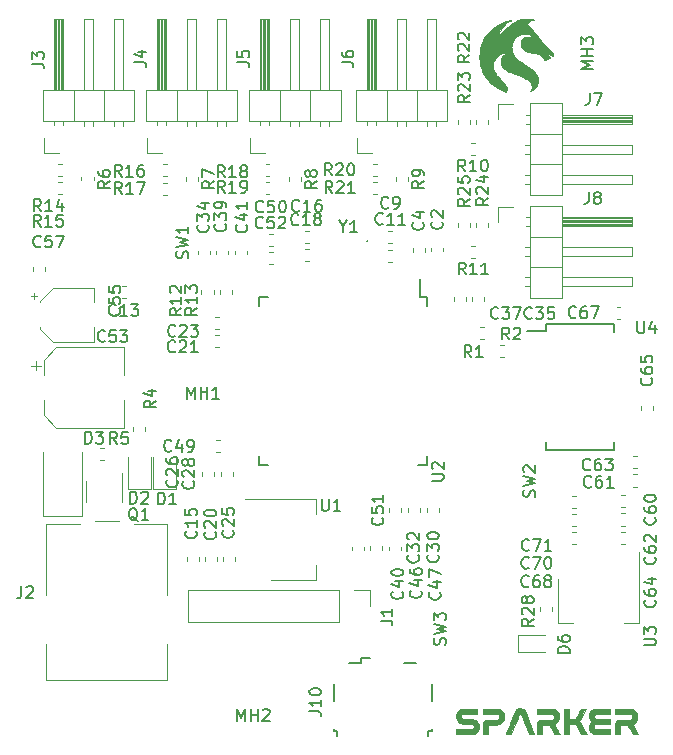
<source format=gbr>
G04 #@! TF.GenerationSoftware,KiCad,Pcbnew,(5.0.0)*
G04 #@! TF.CreationDate,2020-03-24T23:03:22+11:00*
G04 #@! TF.ProjectId,Classification and Contol Board,436C617373696669636174696F6E2061,rev?*
G04 #@! TF.SameCoordinates,Original*
G04 #@! TF.FileFunction,Legend,Top*
G04 #@! TF.FilePolarity,Positive*
%FSLAX46Y46*%
G04 Gerber Fmt 4.6, Leading zero omitted, Abs format (unit mm)*
G04 Created by KiCad (PCBNEW (5.0.0)) date 03/24/20 23:03:22*
%MOMM*%
%LPD*%
G01*
G04 APERTURE LIST*
%ADD10C,0.120000*%
%ADD11C,0.150000*%
%ADD12C,0.010000*%
G04 APERTURE END LIST*
D10*
G04 #@! TO.C,J2*
X116430000Y-110560000D02*
X116430000Y-104500000D01*
X116430000Y-104500000D02*
X119240000Y-104500000D01*
X123840000Y-104500000D02*
X126650000Y-104500000D01*
X126650000Y-104500000D02*
X126650000Y-110560000D01*
X126650000Y-114660000D02*
X126650000Y-117720000D01*
X126650000Y-117720000D02*
X116430000Y-117720000D01*
X116430000Y-117720000D02*
X116430000Y-114660000D01*
X120540000Y-104310000D02*
X122540000Y-104310000D01*
D11*
G04 #@! TO.C,U2*
X148695000Y-85315000D02*
X148045000Y-85315000D01*
X148695000Y-99565000D02*
X147935000Y-99565000D01*
X134445000Y-99565000D02*
X135205000Y-99565000D01*
X134445000Y-85315000D02*
X135205000Y-85315000D01*
X148695000Y-85315000D02*
X148695000Y-86075000D01*
X134445000Y-85315000D02*
X134445000Y-86075000D01*
X134445000Y-99565000D02*
X134445000Y-98805000D01*
X148695000Y-99565000D02*
X148695000Y-98805000D01*
X148045000Y-85315000D02*
X148045000Y-83790000D01*
D12*
G04 #@! TO.C,LOGO1*
G36*
X152889615Y-120607459D02*
X152335211Y-120600707D01*
X152207968Y-120599234D01*
X152098666Y-120598195D01*
X152005708Y-120597666D01*
X151927501Y-120597721D01*
X151862449Y-120598436D01*
X151808958Y-120599886D01*
X151765432Y-120602147D01*
X151730276Y-120605292D01*
X151701896Y-120609397D01*
X151678697Y-120614538D01*
X151659083Y-120620789D01*
X151641459Y-120628226D01*
X151629953Y-120633918D01*
X151593453Y-120662650D01*
X151563292Y-120705429D01*
X151542584Y-120757035D01*
X151535789Y-120791769D01*
X151535947Y-120860591D01*
X151552642Y-120920900D01*
X151585123Y-120971142D01*
X151632644Y-121009765D01*
X151643740Y-121015882D01*
X151692289Y-121040885D01*
X152083356Y-121046579D01*
X152186717Y-121048212D01*
X152272642Y-121049897D01*
X152343232Y-121051736D01*
X152400588Y-121053830D01*
X152446812Y-121056284D01*
X152484006Y-121059198D01*
X152514271Y-121062677D01*
X152539709Y-121066821D01*
X152552556Y-121069455D01*
X152666450Y-121102582D01*
X152765904Y-121148623D01*
X152850756Y-121207435D01*
X152920844Y-121278875D01*
X152976006Y-121362800D01*
X153016080Y-121459066D01*
X153023815Y-121485385D01*
X153032807Y-121532760D01*
X153038761Y-121593683D01*
X153041678Y-121662603D01*
X153041557Y-121733972D01*
X153038397Y-121802241D01*
X153032200Y-121861861D01*
X153023819Y-121904287D01*
X152986708Y-122005551D01*
X152934895Y-122093953D01*
X152868407Y-122169465D01*
X152787271Y-122232063D01*
X152691517Y-122281720D01*
X152584809Y-122317469D01*
X152568552Y-122321576D01*
X152552481Y-122325127D01*
X152535077Y-122328172D01*
X152514823Y-122330761D01*
X152490201Y-122332945D01*
X152459693Y-122334772D01*
X152421781Y-122336293D01*
X152374948Y-122337558D01*
X152317676Y-122338617D01*
X152248446Y-122339519D01*
X152165742Y-122340316D01*
X152068045Y-122341056D01*
X151953838Y-122341789D01*
X151822327Y-122342562D01*
X151140923Y-122346483D01*
X151140923Y-121913464D01*
X151793019Y-121916790D01*
X152445115Y-121920115D01*
X152498846Y-121894894D01*
X152550474Y-121862451D01*
X152578850Y-121831394D01*
X152607542Y-121775432D01*
X152621908Y-121715052D01*
X152622422Y-121654120D01*
X152609554Y-121596502D01*
X152583776Y-121546063D01*
X152545558Y-121506669D01*
X152538663Y-121501873D01*
X152520441Y-121490201D01*
X152503266Y-121480522D01*
X152485132Y-121472613D01*
X152464039Y-121466253D01*
X152437984Y-121461217D01*
X152404964Y-121457284D01*
X152362977Y-121454231D01*
X152310021Y-121451834D01*
X152244092Y-121449872D01*
X152163189Y-121448122D01*
X152065309Y-121446360D01*
X152034807Y-121445839D01*
X151928125Y-121443917D01*
X151838811Y-121441959D01*
X151764696Y-121439737D01*
X151703611Y-121437027D01*
X151653386Y-121433601D01*
X151611851Y-121429235D01*
X151576838Y-121423701D01*
X151546178Y-121416775D01*
X151517700Y-121408231D01*
X151489235Y-121397842D01*
X151460062Y-121385987D01*
X151400297Y-121356478D01*
X151340690Y-121319090D01*
X151287093Y-121277959D01*
X151245359Y-121237221D01*
X151239372Y-121230016D01*
X151191849Y-121160555D01*
X151156555Y-121085555D01*
X151132381Y-121001605D01*
X151118222Y-120905294D01*
X151114239Y-120844306D01*
X151115181Y-120731508D01*
X151128248Y-120631612D01*
X151153890Y-120541855D01*
X151169463Y-120504446D01*
X151218240Y-120421096D01*
X151282352Y-120348903D01*
X151360589Y-120288627D01*
X151451744Y-120241024D01*
X151554608Y-120206856D01*
X151667974Y-120186879D01*
X151676376Y-120186022D01*
X151703899Y-120184298D01*
X151748819Y-120182669D01*
X151808996Y-120181168D01*
X151882290Y-120179825D01*
X151966558Y-120178671D01*
X152059661Y-120177737D01*
X152159458Y-120177054D01*
X152263807Y-120176653D01*
X152330327Y-120176560D01*
X152889615Y-120176308D01*
X152889615Y-120607459D01*
X152889615Y-120607459D01*
G37*
X152889615Y-120607459D02*
X152335211Y-120600707D01*
X152207968Y-120599234D01*
X152098666Y-120598195D01*
X152005708Y-120597666D01*
X151927501Y-120597721D01*
X151862449Y-120598436D01*
X151808958Y-120599886D01*
X151765432Y-120602147D01*
X151730276Y-120605292D01*
X151701896Y-120609397D01*
X151678697Y-120614538D01*
X151659083Y-120620789D01*
X151641459Y-120628226D01*
X151629953Y-120633918D01*
X151593453Y-120662650D01*
X151563292Y-120705429D01*
X151542584Y-120757035D01*
X151535789Y-120791769D01*
X151535947Y-120860591D01*
X151552642Y-120920900D01*
X151585123Y-120971142D01*
X151632644Y-121009765D01*
X151643740Y-121015882D01*
X151692289Y-121040885D01*
X152083356Y-121046579D01*
X152186717Y-121048212D01*
X152272642Y-121049897D01*
X152343232Y-121051736D01*
X152400588Y-121053830D01*
X152446812Y-121056284D01*
X152484006Y-121059198D01*
X152514271Y-121062677D01*
X152539709Y-121066821D01*
X152552556Y-121069455D01*
X152666450Y-121102582D01*
X152765904Y-121148623D01*
X152850756Y-121207435D01*
X152920844Y-121278875D01*
X152976006Y-121362800D01*
X153016080Y-121459066D01*
X153023815Y-121485385D01*
X153032807Y-121532760D01*
X153038761Y-121593683D01*
X153041678Y-121662603D01*
X153041557Y-121733972D01*
X153038397Y-121802241D01*
X153032200Y-121861861D01*
X153023819Y-121904287D01*
X152986708Y-122005551D01*
X152934895Y-122093953D01*
X152868407Y-122169465D01*
X152787271Y-122232063D01*
X152691517Y-122281720D01*
X152584809Y-122317469D01*
X152568552Y-122321576D01*
X152552481Y-122325127D01*
X152535077Y-122328172D01*
X152514823Y-122330761D01*
X152490201Y-122332945D01*
X152459693Y-122334772D01*
X152421781Y-122336293D01*
X152374948Y-122337558D01*
X152317676Y-122338617D01*
X152248446Y-122339519D01*
X152165742Y-122340316D01*
X152068045Y-122341056D01*
X151953838Y-122341789D01*
X151822327Y-122342562D01*
X151140923Y-122346483D01*
X151140923Y-121913464D01*
X151793019Y-121916790D01*
X152445115Y-121920115D01*
X152498846Y-121894894D01*
X152550474Y-121862451D01*
X152578850Y-121831394D01*
X152607542Y-121775432D01*
X152621908Y-121715052D01*
X152622422Y-121654120D01*
X152609554Y-121596502D01*
X152583776Y-121546063D01*
X152545558Y-121506669D01*
X152538663Y-121501873D01*
X152520441Y-121490201D01*
X152503266Y-121480522D01*
X152485132Y-121472613D01*
X152464039Y-121466253D01*
X152437984Y-121461217D01*
X152404964Y-121457284D01*
X152362977Y-121454231D01*
X152310021Y-121451834D01*
X152244092Y-121449872D01*
X152163189Y-121448122D01*
X152065309Y-121446360D01*
X152034807Y-121445839D01*
X151928125Y-121443917D01*
X151838811Y-121441959D01*
X151764696Y-121439737D01*
X151703611Y-121437027D01*
X151653386Y-121433601D01*
X151611851Y-121429235D01*
X151576838Y-121423701D01*
X151546178Y-121416775D01*
X151517700Y-121408231D01*
X151489235Y-121397842D01*
X151460062Y-121385987D01*
X151400297Y-121356478D01*
X151340690Y-121319090D01*
X151287093Y-121277959D01*
X151245359Y-121237221D01*
X151239372Y-121230016D01*
X151191849Y-121160555D01*
X151156555Y-121085555D01*
X151132381Y-121001605D01*
X151118222Y-120905294D01*
X151114239Y-120844306D01*
X151115181Y-120731508D01*
X151128248Y-120631612D01*
X151153890Y-120541855D01*
X151169463Y-120504446D01*
X151218240Y-120421096D01*
X151282352Y-120348903D01*
X151360589Y-120288627D01*
X151451744Y-120241024D01*
X151554608Y-120206856D01*
X151667974Y-120186879D01*
X151676376Y-120186022D01*
X151703899Y-120184298D01*
X151748819Y-120182669D01*
X151808996Y-120181168D01*
X151882290Y-120179825D01*
X151966558Y-120178671D01*
X152059661Y-120177737D01*
X152159458Y-120177054D01*
X152263807Y-120176653D01*
X152330327Y-120176560D01*
X152889615Y-120176308D01*
X152889615Y-120607459D01*
G36*
X154025288Y-120178627D02*
X154151729Y-120179370D01*
X154260220Y-120180078D01*
X154352352Y-120180806D01*
X154429714Y-120181610D01*
X154493895Y-120182548D01*
X154546485Y-120183674D01*
X154589072Y-120185046D01*
X154623247Y-120186720D01*
X154650599Y-120188752D01*
X154672717Y-120191199D01*
X154691190Y-120194116D01*
X154707608Y-120197560D01*
X154723560Y-120201588D01*
X154731115Y-120203635D01*
X154844404Y-120243023D01*
X154942818Y-120295072D01*
X155026391Y-120359814D01*
X155095155Y-120437281D01*
X155149145Y-120527505D01*
X155188392Y-120630518D01*
X155192515Y-120645231D01*
X155203473Y-120703735D01*
X155209405Y-120774790D01*
X155210400Y-120852088D01*
X155206544Y-120929322D01*
X155197924Y-121000184D01*
X155186928Y-121050654D01*
X155147133Y-121158289D01*
X155092588Y-121253150D01*
X155023503Y-121335029D01*
X154940087Y-121403718D01*
X154842551Y-121459012D01*
X154731103Y-121500703D01*
X154730763Y-121500803D01*
X154714003Y-121505086D01*
X154694088Y-121508698D01*
X154669083Y-121511729D01*
X154637054Y-121514274D01*
X154596066Y-121516423D01*
X154544185Y-121518270D01*
X154479477Y-121519906D01*
X154400007Y-121521424D01*
X154303841Y-121522916D01*
X154252423Y-121523634D01*
X153832346Y-121529346D01*
X153829796Y-121937212D01*
X153827247Y-122345077D01*
X153400597Y-122345077D01*
X153404618Y-121863942D01*
X153405592Y-121753311D01*
X153406558Y-121660382D01*
X153407592Y-121583318D01*
X153408772Y-121520282D01*
X153410176Y-121469438D01*
X153411880Y-121428951D01*
X153413963Y-121396982D01*
X153416500Y-121371695D01*
X153419571Y-121351255D01*
X153423252Y-121333824D01*
X153427618Y-121317569D01*
X153443566Y-121272734D01*
X153464127Y-121238092D01*
X153490267Y-121208660D01*
X153507259Y-121191805D01*
X153522930Y-121177542D01*
X153539011Y-121165633D01*
X153557228Y-121155845D01*
X153579312Y-121147942D01*
X153606991Y-121141690D01*
X153641993Y-121136853D01*
X153686047Y-121133196D01*
X153740882Y-121130485D01*
X153808227Y-121128484D01*
X153889810Y-121126958D01*
X153987359Y-121125673D01*
X154102605Y-121124393D01*
X154110769Y-121124304D01*
X154594346Y-121119038D01*
X154649543Y-121091932D01*
X154706689Y-121054144D01*
X154748192Y-121004748D01*
X154773882Y-120944071D01*
X154783586Y-120872441D01*
X154782796Y-120838268D01*
X154770511Y-120764552D01*
X154743956Y-120704017D01*
X154702819Y-120656175D01*
X154646789Y-120620534D01*
X154643192Y-120618884D01*
X154634196Y-120615268D01*
X154623498Y-120612199D01*
X154609570Y-120609644D01*
X154590885Y-120607568D01*
X154565915Y-120605938D01*
X154533133Y-120604719D01*
X154491011Y-120603878D01*
X154438023Y-120603381D01*
X154372639Y-120603193D01*
X154293334Y-120603282D01*
X154198579Y-120603612D01*
X154086846Y-120604150D01*
X154000865Y-120604615D01*
X153397615Y-120607962D01*
X153397615Y-120175023D01*
X154025288Y-120178627D01*
X154025288Y-120178627D01*
G37*
X154025288Y-120178627D02*
X154151729Y-120179370D01*
X154260220Y-120180078D01*
X154352352Y-120180806D01*
X154429714Y-120181610D01*
X154493895Y-120182548D01*
X154546485Y-120183674D01*
X154589072Y-120185046D01*
X154623247Y-120186720D01*
X154650599Y-120188752D01*
X154672717Y-120191199D01*
X154691190Y-120194116D01*
X154707608Y-120197560D01*
X154723560Y-120201588D01*
X154731115Y-120203635D01*
X154844404Y-120243023D01*
X154942818Y-120295072D01*
X155026391Y-120359814D01*
X155095155Y-120437281D01*
X155149145Y-120527505D01*
X155188392Y-120630518D01*
X155192515Y-120645231D01*
X155203473Y-120703735D01*
X155209405Y-120774790D01*
X155210400Y-120852088D01*
X155206544Y-120929322D01*
X155197924Y-121000184D01*
X155186928Y-121050654D01*
X155147133Y-121158289D01*
X155092588Y-121253150D01*
X155023503Y-121335029D01*
X154940087Y-121403718D01*
X154842551Y-121459012D01*
X154731103Y-121500703D01*
X154730763Y-121500803D01*
X154714003Y-121505086D01*
X154694088Y-121508698D01*
X154669083Y-121511729D01*
X154637054Y-121514274D01*
X154596066Y-121516423D01*
X154544185Y-121518270D01*
X154479477Y-121519906D01*
X154400007Y-121521424D01*
X154303841Y-121522916D01*
X154252423Y-121523634D01*
X153832346Y-121529346D01*
X153829796Y-121937212D01*
X153827247Y-122345077D01*
X153400597Y-122345077D01*
X153404618Y-121863942D01*
X153405592Y-121753311D01*
X153406558Y-121660382D01*
X153407592Y-121583318D01*
X153408772Y-121520282D01*
X153410176Y-121469438D01*
X153411880Y-121428951D01*
X153413963Y-121396982D01*
X153416500Y-121371695D01*
X153419571Y-121351255D01*
X153423252Y-121333824D01*
X153427618Y-121317569D01*
X153443566Y-121272734D01*
X153464127Y-121238092D01*
X153490267Y-121208660D01*
X153507259Y-121191805D01*
X153522930Y-121177542D01*
X153539011Y-121165633D01*
X153557228Y-121155845D01*
X153579312Y-121147942D01*
X153606991Y-121141690D01*
X153641993Y-121136853D01*
X153686047Y-121133196D01*
X153740882Y-121130485D01*
X153808227Y-121128484D01*
X153889810Y-121126958D01*
X153987359Y-121125673D01*
X154102605Y-121124393D01*
X154110769Y-121124304D01*
X154594346Y-121119038D01*
X154649543Y-121091932D01*
X154706689Y-121054144D01*
X154748192Y-121004748D01*
X154773882Y-120944071D01*
X154783586Y-120872441D01*
X154782796Y-120838268D01*
X154770511Y-120764552D01*
X154743956Y-120704017D01*
X154702819Y-120656175D01*
X154646789Y-120620534D01*
X154643192Y-120618884D01*
X154634196Y-120615268D01*
X154623498Y-120612199D01*
X154609570Y-120609644D01*
X154590885Y-120607568D01*
X154565915Y-120605938D01*
X154533133Y-120604719D01*
X154491011Y-120603878D01*
X154438023Y-120603381D01*
X154372639Y-120603193D01*
X154293334Y-120603282D01*
X154198579Y-120603612D01*
X154086846Y-120604150D01*
X154000865Y-120604615D01*
X153397615Y-120607962D01*
X153397615Y-120175023D01*
X154025288Y-120178627D01*
G36*
X156645711Y-120150107D02*
X156737749Y-120167284D01*
X156816398Y-120197146D01*
X156882792Y-120240189D01*
X156938064Y-120296912D01*
X156961967Y-120330689D01*
X156967878Y-120343593D01*
X156980045Y-120373188D01*
X156997918Y-120418029D01*
X157020950Y-120476673D01*
X157048592Y-120547676D01*
X157080296Y-120629595D01*
X157115514Y-120720985D01*
X157153698Y-120820404D01*
X157194298Y-120926407D01*
X157236768Y-121037552D01*
X157280558Y-121152393D01*
X157325121Y-121269488D01*
X157369907Y-121387393D01*
X157414370Y-121504665D01*
X157457960Y-121619859D01*
X157500129Y-121731532D01*
X157540330Y-121838240D01*
X157578013Y-121938540D01*
X157612630Y-122030988D01*
X157643634Y-122114140D01*
X157670475Y-122186553D01*
X157692606Y-122246783D01*
X157709478Y-122293386D01*
X157720543Y-122324919D01*
X157725253Y-122339938D01*
X157725384Y-122340817D01*
X157716067Y-122342020D01*
X157689918Y-122343092D01*
X157649648Y-122343981D01*
X157597962Y-122344638D01*
X157537571Y-122345010D01*
X157497488Y-122345077D01*
X157269592Y-122345077D01*
X156944752Y-121482942D01*
X156894980Y-121351184D01*
X156847528Y-121226236D01*
X156802849Y-121109253D01*
X156761392Y-121001390D01*
X156723609Y-120903801D01*
X156689951Y-120817642D01*
X156660869Y-120744066D01*
X156636815Y-120684230D01*
X156618238Y-120639288D01*
X156605591Y-120610394D01*
X156599446Y-120598827D01*
X156571498Y-120581602D01*
X156536691Y-120576826D01*
X156503362Y-120584815D01*
X156488815Y-120594640D01*
X156482479Y-120606214D01*
X156469542Y-120634778D01*
X156450499Y-120679114D01*
X156425846Y-120738009D01*
X156396077Y-120810246D01*
X156361688Y-120894610D01*
X156323173Y-120989886D01*
X156281028Y-121094857D01*
X156235748Y-121208309D01*
X156187828Y-121329025D01*
X156137762Y-121455791D01*
X156128719Y-121478756D01*
X155787723Y-122345077D01*
X155333632Y-122345077D01*
X155361052Y-122274250D01*
X155434704Y-122084143D01*
X155506357Y-121899462D01*
X155575685Y-121721039D01*
X155642361Y-121549707D01*
X155706058Y-121386300D01*
X155766448Y-121231649D01*
X155823205Y-121086589D01*
X155876001Y-120951951D01*
X155924508Y-120828568D01*
X155968401Y-120717275D01*
X156007351Y-120618902D01*
X156041032Y-120534284D01*
X156069116Y-120464253D01*
X156091276Y-120409642D01*
X156107185Y-120371283D01*
X156116517Y-120350010D01*
X156118253Y-120346608D01*
X156167846Y-120278917D01*
X156229430Y-120225372D01*
X156303624Y-120185676D01*
X156391049Y-120159534D01*
X156492326Y-120146648D01*
X156539151Y-120145117D01*
X156645711Y-120150107D01*
X156645711Y-120150107D01*
G37*
X156645711Y-120150107D02*
X156737749Y-120167284D01*
X156816398Y-120197146D01*
X156882792Y-120240189D01*
X156938064Y-120296912D01*
X156961967Y-120330689D01*
X156967878Y-120343593D01*
X156980045Y-120373188D01*
X156997918Y-120418029D01*
X157020950Y-120476673D01*
X157048592Y-120547676D01*
X157080296Y-120629595D01*
X157115514Y-120720985D01*
X157153698Y-120820404D01*
X157194298Y-120926407D01*
X157236768Y-121037552D01*
X157280558Y-121152393D01*
X157325121Y-121269488D01*
X157369907Y-121387393D01*
X157414370Y-121504665D01*
X157457960Y-121619859D01*
X157500129Y-121731532D01*
X157540330Y-121838240D01*
X157578013Y-121938540D01*
X157612630Y-122030988D01*
X157643634Y-122114140D01*
X157670475Y-122186553D01*
X157692606Y-122246783D01*
X157709478Y-122293386D01*
X157720543Y-122324919D01*
X157725253Y-122339938D01*
X157725384Y-122340817D01*
X157716067Y-122342020D01*
X157689918Y-122343092D01*
X157649648Y-122343981D01*
X157597962Y-122344638D01*
X157537571Y-122345010D01*
X157497488Y-122345077D01*
X157269592Y-122345077D01*
X156944752Y-121482942D01*
X156894980Y-121351184D01*
X156847528Y-121226236D01*
X156802849Y-121109253D01*
X156761392Y-121001390D01*
X156723609Y-120903801D01*
X156689951Y-120817642D01*
X156660869Y-120744066D01*
X156636815Y-120684230D01*
X156618238Y-120639288D01*
X156605591Y-120610394D01*
X156599446Y-120598827D01*
X156571498Y-120581602D01*
X156536691Y-120576826D01*
X156503362Y-120584815D01*
X156488815Y-120594640D01*
X156482479Y-120606214D01*
X156469542Y-120634778D01*
X156450499Y-120679114D01*
X156425846Y-120738009D01*
X156396077Y-120810246D01*
X156361688Y-120894610D01*
X156323173Y-120989886D01*
X156281028Y-121094857D01*
X156235748Y-121208309D01*
X156187828Y-121329025D01*
X156137762Y-121455791D01*
X156128719Y-121478756D01*
X155787723Y-122345077D01*
X155333632Y-122345077D01*
X155361052Y-122274250D01*
X155434704Y-122084143D01*
X155506357Y-121899462D01*
X155575685Y-121721039D01*
X155642361Y-121549707D01*
X155706058Y-121386300D01*
X155766448Y-121231649D01*
X155823205Y-121086589D01*
X155876001Y-120951951D01*
X155924508Y-120828568D01*
X155968401Y-120717275D01*
X156007351Y-120618902D01*
X156041032Y-120534284D01*
X156069116Y-120464253D01*
X156091276Y-120409642D01*
X156107185Y-120371283D01*
X156116517Y-120350010D01*
X156118253Y-120346608D01*
X156167846Y-120278917D01*
X156229430Y-120225372D01*
X156303624Y-120185676D01*
X156391049Y-120159534D01*
X156492326Y-120146648D01*
X156539151Y-120145117D01*
X156645711Y-120150107D01*
G36*
X158636365Y-120179082D02*
X158772738Y-120179918D01*
X158891150Y-120180740D01*
X158993180Y-120181693D01*
X159080403Y-120182925D01*
X159154398Y-120184579D01*
X159216743Y-120186802D01*
X159269014Y-120189739D01*
X159312788Y-120193536D01*
X159349644Y-120198338D01*
X159381158Y-120204291D01*
X159408908Y-120211540D01*
X159434472Y-120220231D01*
X159459426Y-120230510D01*
X159485348Y-120242522D01*
X159513815Y-120256412D01*
X159522923Y-120260886D01*
X159615238Y-120315976D01*
X159692552Y-120383420D01*
X159755114Y-120463535D01*
X159803172Y-120556639D01*
X159836514Y-120661113D01*
X159849077Y-120736619D01*
X159854082Y-120821299D01*
X159851712Y-120908256D01*
X159842150Y-120990593D01*
X159825893Y-121060423D01*
X159783660Y-121166608D01*
X159728325Y-121260673D01*
X159661037Y-121341295D01*
X159582944Y-121407155D01*
X159495193Y-121456931D01*
X159473043Y-121466252D01*
X159444178Y-121477908D01*
X159423845Y-121486648D01*
X159417423Y-121489940D01*
X159421650Y-121498533D01*
X159434489Y-121522088D01*
X159454814Y-121558631D01*
X159481498Y-121606183D01*
X159513417Y-121662770D01*
X159549444Y-121726413D01*
X159588454Y-121795137D01*
X159629322Y-121866966D01*
X159670922Y-121939922D01*
X159712128Y-122012030D01*
X159751815Y-122081313D01*
X159788857Y-122145794D01*
X159822129Y-122203497D01*
X159850505Y-122252445D01*
X159872859Y-122290663D01*
X159886340Y-122313327D01*
X159905516Y-122345077D01*
X159677585Y-122345018D01*
X159449654Y-122344960D01*
X159208894Y-121937153D01*
X158968135Y-121529346D01*
X158414115Y-121529346D01*
X158411566Y-121937212D01*
X158409016Y-122345077D01*
X157979384Y-122345077D01*
X157979686Y-121907904D01*
X157979963Y-121814279D01*
X157980631Y-121724180D01*
X157981644Y-121640024D01*
X157982956Y-121564227D01*
X157984521Y-121499205D01*
X157986291Y-121447374D01*
X157988221Y-121411152D01*
X157989491Y-121397488D01*
X158007343Y-121315944D01*
X158037962Y-121249056D01*
X158081577Y-121196495D01*
X158138419Y-121157931D01*
X158164453Y-121146526D01*
X158176076Y-121142703D01*
X158190480Y-121139440D01*
X158209342Y-121136671D01*
X158234338Y-121134330D01*
X158267141Y-121132348D01*
X158309428Y-121130660D01*
X158362875Y-121129197D01*
X158429157Y-121127895D01*
X158509950Y-121126684D01*
X158606928Y-121125500D01*
X158721769Y-121124274D01*
X158721846Y-121124273D01*
X159234731Y-121119038D01*
X159289506Y-121093353D01*
X159345591Y-121057019D01*
X159387333Y-121007788D01*
X159414204Y-120946580D01*
X159425678Y-120874316D01*
X159426082Y-120855269D01*
X159419208Y-120781660D01*
X159398656Y-120721388D01*
X159363709Y-120673167D01*
X159313651Y-120635715D01*
X159299416Y-120628238D01*
X159244500Y-120601269D01*
X158611942Y-120604567D01*
X157979384Y-120607866D01*
X157979384Y-120175071D01*
X158636365Y-120179082D01*
X158636365Y-120179082D01*
G37*
X158636365Y-120179082D02*
X158772738Y-120179918D01*
X158891150Y-120180740D01*
X158993180Y-120181693D01*
X159080403Y-120182925D01*
X159154398Y-120184579D01*
X159216743Y-120186802D01*
X159269014Y-120189739D01*
X159312788Y-120193536D01*
X159349644Y-120198338D01*
X159381158Y-120204291D01*
X159408908Y-120211540D01*
X159434472Y-120220231D01*
X159459426Y-120230510D01*
X159485348Y-120242522D01*
X159513815Y-120256412D01*
X159522923Y-120260886D01*
X159615238Y-120315976D01*
X159692552Y-120383420D01*
X159755114Y-120463535D01*
X159803172Y-120556639D01*
X159836514Y-120661113D01*
X159849077Y-120736619D01*
X159854082Y-120821299D01*
X159851712Y-120908256D01*
X159842150Y-120990593D01*
X159825893Y-121060423D01*
X159783660Y-121166608D01*
X159728325Y-121260673D01*
X159661037Y-121341295D01*
X159582944Y-121407155D01*
X159495193Y-121456931D01*
X159473043Y-121466252D01*
X159444178Y-121477908D01*
X159423845Y-121486648D01*
X159417423Y-121489940D01*
X159421650Y-121498533D01*
X159434489Y-121522088D01*
X159454814Y-121558631D01*
X159481498Y-121606183D01*
X159513417Y-121662770D01*
X159549444Y-121726413D01*
X159588454Y-121795137D01*
X159629322Y-121866966D01*
X159670922Y-121939922D01*
X159712128Y-122012030D01*
X159751815Y-122081313D01*
X159788857Y-122145794D01*
X159822129Y-122203497D01*
X159850505Y-122252445D01*
X159872859Y-122290663D01*
X159886340Y-122313327D01*
X159905516Y-122345077D01*
X159677585Y-122345018D01*
X159449654Y-122344960D01*
X159208894Y-121937153D01*
X158968135Y-121529346D01*
X158414115Y-121529346D01*
X158411566Y-121937212D01*
X158409016Y-122345077D01*
X157979384Y-122345077D01*
X157979686Y-121907904D01*
X157979963Y-121814279D01*
X157980631Y-121724180D01*
X157981644Y-121640024D01*
X157982956Y-121564227D01*
X157984521Y-121499205D01*
X157986291Y-121447374D01*
X157988221Y-121411152D01*
X157989491Y-121397488D01*
X158007343Y-121315944D01*
X158037962Y-121249056D01*
X158081577Y-121196495D01*
X158138419Y-121157931D01*
X158164453Y-121146526D01*
X158176076Y-121142703D01*
X158190480Y-121139440D01*
X158209342Y-121136671D01*
X158234338Y-121134330D01*
X158267141Y-121132348D01*
X158309428Y-121130660D01*
X158362875Y-121129197D01*
X158429157Y-121127895D01*
X158509950Y-121126684D01*
X158606928Y-121125500D01*
X158721769Y-121124274D01*
X158721846Y-121124273D01*
X159234731Y-121119038D01*
X159289506Y-121093353D01*
X159345591Y-121057019D01*
X159387333Y-121007788D01*
X159414204Y-120946580D01*
X159425678Y-120874316D01*
X159426082Y-120855269D01*
X159419208Y-120781660D01*
X159398656Y-120721388D01*
X159363709Y-120673167D01*
X159313651Y-120635715D01*
X159299416Y-120628238D01*
X159244500Y-120601269D01*
X158611942Y-120604567D01*
X157979384Y-120607866D01*
X157979384Y-120175071D01*
X158636365Y-120179082D01*
G36*
X160646384Y-121075077D02*
X160790481Y-121074908D01*
X160888442Y-121073301D01*
X160975758Y-121068861D01*
X161050258Y-121061798D01*
X161109774Y-121052318D01*
X161152136Y-121040631D01*
X161153832Y-121039966D01*
X161179461Y-121027412D01*
X161204131Y-121009821D01*
X161229062Y-120985469D01*
X161255476Y-120952630D01*
X161284592Y-120909581D01*
X161317633Y-120854597D01*
X161355819Y-120785953D01*
X161400372Y-120701926D01*
X161420101Y-120663907D01*
X161457357Y-120591604D01*
X161494804Y-120518610D01*
X161530611Y-120448520D01*
X161562945Y-120384929D01*
X161589974Y-120331432D01*
X161609866Y-120291622D01*
X161610126Y-120291096D01*
X161666876Y-120176308D01*
X162110180Y-120176308D01*
X161895012Y-120603711D01*
X161851247Y-120690226D01*
X161809095Y-120772749D01*
X161769567Y-120849360D01*
X161733672Y-120918137D01*
X161702420Y-120977159D01*
X161676821Y-121024505D01*
X161657885Y-121058252D01*
X161646620Y-121076480D01*
X161646441Y-121076727D01*
X161591787Y-121139665D01*
X161530125Y-121187104D01*
X161483682Y-121211647D01*
X161426460Y-121237623D01*
X161468261Y-121250147D01*
X161512462Y-121268904D01*
X161562256Y-121298748D01*
X161611247Y-121335336D01*
X161653040Y-121374325D01*
X161656187Y-121377756D01*
X161679288Y-121404887D01*
X161702787Y-121435989D01*
X161727606Y-121472695D01*
X161754668Y-121516636D01*
X161784893Y-121569447D01*
X161819204Y-121632759D01*
X161858524Y-121708205D01*
X161903773Y-121797418D01*
X161955875Y-121902030D01*
X161981012Y-121952962D01*
X162020540Y-122033312D01*
X162057273Y-122108139D01*
X162090334Y-122175650D01*
X162118849Y-122234051D01*
X162141945Y-122281549D01*
X162158745Y-122316351D01*
X162168376Y-122336661D01*
X162170384Y-122341289D01*
X162161067Y-122342360D01*
X162134921Y-122343314D01*
X162094658Y-122344105D01*
X162042986Y-122344688D01*
X161982618Y-122345019D01*
X161942870Y-122345077D01*
X161715356Y-122345077D01*
X161540972Y-122005596D01*
X161500870Y-121927940D01*
X161462143Y-121853721D01*
X161426010Y-121785223D01*
X161393692Y-121724726D01*
X161366410Y-121674515D01*
X161345384Y-121636872D01*
X161331835Y-121614079D01*
X161330726Y-121612385D01*
X161289868Y-121563410D01*
X161239616Y-121521838D01*
X161186153Y-121492436D01*
X161165886Y-121485331D01*
X161135586Y-121479319D01*
X161090078Y-121473689D01*
X161033691Y-121468685D01*
X160970753Y-121464550D01*
X160905595Y-121461528D01*
X160842545Y-121459862D01*
X160785933Y-121459796D01*
X160741634Y-121461465D01*
X160646384Y-121467954D01*
X160646384Y-122345077D01*
X160216538Y-122345077D01*
X160216538Y-120176308D01*
X160646384Y-120176308D01*
X160646384Y-121075077D01*
X160646384Y-121075077D01*
G37*
X160646384Y-121075077D02*
X160790481Y-121074908D01*
X160888442Y-121073301D01*
X160975758Y-121068861D01*
X161050258Y-121061798D01*
X161109774Y-121052318D01*
X161152136Y-121040631D01*
X161153832Y-121039966D01*
X161179461Y-121027412D01*
X161204131Y-121009821D01*
X161229062Y-120985469D01*
X161255476Y-120952630D01*
X161284592Y-120909581D01*
X161317633Y-120854597D01*
X161355819Y-120785953D01*
X161400372Y-120701926D01*
X161420101Y-120663907D01*
X161457357Y-120591604D01*
X161494804Y-120518610D01*
X161530611Y-120448520D01*
X161562945Y-120384929D01*
X161589974Y-120331432D01*
X161609866Y-120291622D01*
X161610126Y-120291096D01*
X161666876Y-120176308D01*
X162110180Y-120176308D01*
X161895012Y-120603711D01*
X161851247Y-120690226D01*
X161809095Y-120772749D01*
X161769567Y-120849360D01*
X161733672Y-120918137D01*
X161702420Y-120977159D01*
X161676821Y-121024505D01*
X161657885Y-121058252D01*
X161646620Y-121076480D01*
X161646441Y-121076727D01*
X161591787Y-121139665D01*
X161530125Y-121187104D01*
X161483682Y-121211647D01*
X161426460Y-121237623D01*
X161468261Y-121250147D01*
X161512462Y-121268904D01*
X161562256Y-121298748D01*
X161611247Y-121335336D01*
X161653040Y-121374325D01*
X161656187Y-121377756D01*
X161679288Y-121404887D01*
X161702787Y-121435989D01*
X161727606Y-121472695D01*
X161754668Y-121516636D01*
X161784893Y-121569447D01*
X161819204Y-121632759D01*
X161858524Y-121708205D01*
X161903773Y-121797418D01*
X161955875Y-121902030D01*
X161981012Y-121952962D01*
X162020540Y-122033312D01*
X162057273Y-122108139D01*
X162090334Y-122175650D01*
X162118849Y-122234051D01*
X162141945Y-122281549D01*
X162158745Y-122316351D01*
X162168376Y-122336661D01*
X162170384Y-122341289D01*
X162161067Y-122342360D01*
X162134921Y-122343314D01*
X162094658Y-122344105D01*
X162042986Y-122344688D01*
X161982618Y-122345019D01*
X161942870Y-122345077D01*
X161715356Y-122345077D01*
X161540972Y-122005596D01*
X161500870Y-121927940D01*
X161462143Y-121853721D01*
X161426010Y-121785223D01*
X161393692Y-121724726D01*
X161366410Y-121674515D01*
X161345384Y-121636872D01*
X161331835Y-121614079D01*
X161330726Y-121612385D01*
X161289868Y-121563410D01*
X161239616Y-121521838D01*
X161186153Y-121492436D01*
X161165886Y-121485331D01*
X161135586Y-121479319D01*
X161090078Y-121473689D01*
X161033691Y-121468685D01*
X160970753Y-121464550D01*
X160905595Y-121461528D01*
X160842545Y-121459862D01*
X160785933Y-121459796D01*
X160741634Y-121461465D01*
X160646384Y-121467954D01*
X160646384Y-122345077D01*
X160216538Y-122345077D01*
X160216538Y-120176308D01*
X160646384Y-120176308D01*
X160646384Y-121075077D01*
G36*
X164182846Y-120606073D02*
X163594250Y-120603671D01*
X163467389Y-120603171D01*
X163358508Y-120602856D01*
X163266046Y-120602838D01*
X163188445Y-120603227D01*
X163124145Y-120604134D01*
X163071586Y-120605669D01*
X163029210Y-120607942D01*
X162995458Y-120611065D01*
X162968769Y-120615147D01*
X162947585Y-120620300D01*
X162930347Y-120626634D01*
X162915494Y-120634259D01*
X162901468Y-120643286D01*
X162886710Y-120653826D01*
X162886696Y-120653836D01*
X162846072Y-120694309D01*
X162819800Y-120746938D01*
X162807344Y-120812807D01*
X162807250Y-120814021D01*
X162809216Y-120884231D01*
X162826703Y-120942682D01*
X162859875Y-120989580D01*
X162908898Y-121025131D01*
X162973937Y-121049540D01*
X163001381Y-121055655D01*
X163021712Y-121057631D01*
X163059997Y-121059437D01*
X163114652Y-121061049D01*
X163184095Y-121062440D01*
X163266742Y-121063585D01*
X163361009Y-121064460D01*
X163465313Y-121065039D01*
X163578069Y-121065296D01*
X163607795Y-121065308D01*
X164163307Y-121065308D01*
X164163307Y-121455995D01*
X163589365Y-121453594D01*
X163461789Y-121453097D01*
X163352185Y-121452831D01*
X163258986Y-121452911D01*
X163180627Y-121453453D01*
X163115542Y-121454573D01*
X163062163Y-121456387D01*
X163018926Y-121459009D01*
X162984264Y-121462558D01*
X162956611Y-121467146D01*
X162934400Y-121472892D01*
X162916065Y-121479910D01*
X162900041Y-121488316D01*
X162884760Y-121498226D01*
X162873101Y-121506530D01*
X162833309Y-121544764D01*
X162808356Y-121592127D01*
X162797338Y-121650867D01*
X162797167Y-121695171D01*
X162807533Y-121763411D01*
X162831489Y-121818360D01*
X162869696Y-121860662D01*
X162922819Y-121890960D01*
X162991520Y-121909899D01*
X163022846Y-121914364D01*
X163046807Y-121915861D01*
X163088211Y-121917082D01*
X163144963Y-121918018D01*
X163214971Y-121918656D01*
X163296139Y-121918987D01*
X163386374Y-121918999D01*
X163483582Y-121918683D01*
X163585669Y-121918026D01*
X163640408Y-121917543D01*
X164182846Y-121912297D01*
X164182846Y-122345077D01*
X163613788Y-122343638D01*
X163507260Y-122343252D01*
X163404336Y-122342657D01*
X163307079Y-122341879D01*
X163217553Y-122340945D01*
X163137820Y-122339881D01*
X163069945Y-122338714D01*
X163015991Y-122337471D01*
X162978020Y-122336179D01*
X162961692Y-122335228D01*
X162839805Y-122317535D01*
X162729863Y-122286253D01*
X162632611Y-122241947D01*
X162548798Y-122185179D01*
X162479170Y-122116512D01*
X162424476Y-122036510D01*
X162385461Y-121945734D01*
X162370645Y-121889952D01*
X162357806Y-121797307D01*
X162357033Y-121702445D01*
X162367739Y-121609956D01*
X162389339Y-121524430D01*
X162421244Y-121450456D01*
X162428410Y-121438106D01*
X162470637Y-121378371D01*
X162518261Y-121331973D01*
X162577803Y-121292740D01*
X162587838Y-121287267D01*
X162647755Y-121255253D01*
X162595610Y-121227952D01*
X162522372Y-121181048D01*
X162463872Y-121124060D01*
X162419105Y-121055432D01*
X162387067Y-120973610D01*
X162366753Y-120877041D01*
X162366206Y-120873115D01*
X162361037Y-120785760D01*
X162367203Y-120692184D01*
X162383843Y-120601435D01*
X162395968Y-120559514D01*
X162435013Y-120472212D01*
X162490447Y-120395345D01*
X162562016Y-120329113D01*
X162649466Y-120273715D01*
X162752542Y-120229349D01*
X162854231Y-120199998D01*
X162870951Y-120196487D01*
X162889925Y-120193452D01*
X162912718Y-120190847D01*
X162940891Y-120188625D01*
X162976010Y-120186739D01*
X163019636Y-120185141D01*
X163073335Y-120183786D01*
X163138669Y-120182626D01*
X163217201Y-120181614D01*
X163310495Y-120180703D01*
X163420115Y-120179847D01*
X163547625Y-120178997D01*
X163555173Y-120178950D01*
X164182846Y-120175023D01*
X164182846Y-120606073D01*
X164182846Y-120606073D01*
G37*
X164182846Y-120606073D02*
X163594250Y-120603671D01*
X163467389Y-120603171D01*
X163358508Y-120602856D01*
X163266046Y-120602838D01*
X163188445Y-120603227D01*
X163124145Y-120604134D01*
X163071586Y-120605669D01*
X163029210Y-120607942D01*
X162995458Y-120611065D01*
X162968769Y-120615147D01*
X162947585Y-120620300D01*
X162930347Y-120626634D01*
X162915494Y-120634259D01*
X162901468Y-120643286D01*
X162886710Y-120653826D01*
X162886696Y-120653836D01*
X162846072Y-120694309D01*
X162819800Y-120746938D01*
X162807344Y-120812807D01*
X162807250Y-120814021D01*
X162809216Y-120884231D01*
X162826703Y-120942682D01*
X162859875Y-120989580D01*
X162908898Y-121025131D01*
X162973937Y-121049540D01*
X163001381Y-121055655D01*
X163021712Y-121057631D01*
X163059997Y-121059437D01*
X163114652Y-121061049D01*
X163184095Y-121062440D01*
X163266742Y-121063585D01*
X163361009Y-121064460D01*
X163465313Y-121065039D01*
X163578069Y-121065296D01*
X163607795Y-121065308D01*
X164163307Y-121065308D01*
X164163307Y-121455995D01*
X163589365Y-121453594D01*
X163461789Y-121453097D01*
X163352185Y-121452831D01*
X163258986Y-121452911D01*
X163180627Y-121453453D01*
X163115542Y-121454573D01*
X163062163Y-121456387D01*
X163018926Y-121459009D01*
X162984264Y-121462558D01*
X162956611Y-121467146D01*
X162934400Y-121472892D01*
X162916065Y-121479910D01*
X162900041Y-121488316D01*
X162884760Y-121498226D01*
X162873101Y-121506530D01*
X162833309Y-121544764D01*
X162808356Y-121592127D01*
X162797338Y-121650867D01*
X162797167Y-121695171D01*
X162807533Y-121763411D01*
X162831489Y-121818360D01*
X162869696Y-121860662D01*
X162922819Y-121890960D01*
X162991520Y-121909899D01*
X163022846Y-121914364D01*
X163046807Y-121915861D01*
X163088211Y-121917082D01*
X163144963Y-121918018D01*
X163214971Y-121918656D01*
X163296139Y-121918987D01*
X163386374Y-121918999D01*
X163483582Y-121918683D01*
X163585669Y-121918026D01*
X163640408Y-121917543D01*
X164182846Y-121912297D01*
X164182846Y-122345077D01*
X163613788Y-122343638D01*
X163507260Y-122343252D01*
X163404336Y-122342657D01*
X163307079Y-122341879D01*
X163217553Y-122340945D01*
X163137820Y-122339881D01*
X163069945Y-122338714D01*
X163015991Y-122337471D01*
X162978020Y-122336179D01*
X162961692Y-122335228D01*
X162839805Y-122317535D01*
X162729863Y-122286253D01*
X162632611Y-122241947D01*
X162548798Y-122185179D01*
X162479170Y-122116512D01*
X162424476Y-122036510D01*
X162385461Y-121945734D01*
X162370645Y-121889952D01*
X162357806Y-121797307D01*
X162357033Y-121702445D01*
X162367739Y-121609956D01*
X162389339Y-121524430D01*
X162421244Y-121450456D01*
X162428410Y-121438106D01*
X162470637Y-121378371D01*
X162518261Y-121331973D01*
X162577803Y-121292740D01*
X162587838Y-121287267D01*
X162647755Y-121255253D01*
X162595610Y-121227952D01*
X162522372Y-121181048D01*
X162463872Y-121124060D01*
X162419105Y-121055432D01*
X162387067Y-120973610D01*
X162366753Y-120877041D01*
X162366206Y-120873115D01*
X162361037Y-120785760D01*
X162367203Y-120692184D01*
X162383843Y-120601435D01*
X162395968Y-120559514D01*
X162435013Y-120472212D01*
X162490447Y-120395345D01*
X162562016Y-120329113D01*
X162649466Y-120273715D01*
X162752542Y-120229349D01*
X162854231Y-120199998D01*
X162870951Y-120196487D01*
X162889925Y-120193452D01*
X162912718Y-120190847D01*
X162940891Y-120188625D01*
X162976010Y-120186739D01*
X163019636Y-120185141D01*
X163073335Y-120183786D01*
X163138669Y-120182626D01*
X163217201Y-120181614D01*
X163310495Y-120180703D01*
X163420115Y-120179847D01*
X163547625Y-120178997D01*
X163555173Y-120178950D01*
X164182846Y-120175023D01*
X164182846Y-120606073D01*
G36*
X165259904Y-120178622D02*
X165389436Y-120179338D01*
X165500976Y-120180019D01*
X165596068Y-120180716D01*
X165676257Y-120181482D01*
X165743088Y-120182370D01*
X165798107Y-120183431D01*
X165842858Y-120184718D01*
X165878887Y-120186284D01*
X165907738Y-120188180D01*
X165930958Y-120190459D01*
X165950090Y-120193174D01*
X165966681Y-120196377D01*
X165982276Y-120200120D01*
X165995038Y-120203529D01*
X166104785Y-120241865D01*
X166202052Y-120293075D01*
X166285738Y-120356243D01*
X166354745Y-120430452D01*
X166407972Y-120514789D01*
X166430457Y-120566048D01*
X166461527Y-120674430D01*
X166476295Y-120787915D01*
X166475042Y-120902941D01*
X166458047Y-121015946D01*
X166425589Y-121123368D01*
X166379172Y-121219583D01*
X166328646Y-121290124D01*
X166264821Y-121356089D01*
X166193487Y-121412054D01*
X166140064Y-121443447D01*
X166103496Y-121461516D01*
X166072723Y-121476293D01*
X166052546Y-121485491D01*
X166048364Y-121487148D01*
X166049053Y-121495377D01*
X166058564Y-121517882D01*
X166077100Y-121555042D01*
X166104866Y-121607236D01*
X166142065Y-121674843D01*
X166188899Y-121758244D01*
X166245574Y-121857817D01*
X166271956Y-121903847D01*
X166319184Y-121986201D01*
X166363499Y-122063659D01*
X166403934Y-122134521D01*
X166439524Y-122197085D01*
X166469303Y-122249651D01*
X166492306Y-122290517D01*
X166507567Y-122317982D01*
X166514120Y-122330346D01*
X166514235Y-122330622D01*
X166513857Y-122335295D01*
X166507224Y-122338859D01*
X166492164Y-122341458D01*
X166466501Y-122343236D01*
X166428062Y-122344336D01*
X166374674Y-122344901D01*
X166304162Y-122345075D01*
X166295241Y-122345077D01*
X166070700Y-122345077D01*
X165828757Y-121934619D01*
X165586814Y-121524162D01*
X165037654Y-121529346D01*
X165035104Y-121937212D01*
X165032555Y-122345077D01*
X164602923Y-122345077D01*
X164602923Y-121887717D01*
X164603169Y-121768438D01*
X164603892Y-121662583D01*
X164605071Y-121571192D01*
X164606684Y-121495304D01*
X164608710Y-121435957D01*
X164611128Y-121394190D01*
X164613566Y-121372783D01*
X164634838Y-121297109D01*
X164668636Y-121235726D01*
X164716168Y-121187002D01*
X164778641Y-121149303D01*
X164778769Y-121149243D01*
X164789075Y-121144741D01*
X164800152Y-121140929D01*
X164813684Y-121137732D01*
X164831358Y-121135073D01*
X164854859Y-121132877D01*
X164885872Y-121131068D01*
X164926084Y-121129569D01*
X164977179Y-121128306D01*
X165040844Y-121127200D01*
X165118764Y-121126178D01*
X165212624Y-121125163D01*
X165324110Y-121124078D01*
X165340500Y-121123923D01*
X165858269Y-121119038D01*
X165915415Y-121090979D01*
X165970572Y-121053749D01*
X166011301Y-121003851D01*
X166037058Y-120942367D01*
X166047299Y-120870377D01*
X166046436Y-120830846D01*
X166033153Y-120759261D01*
X166004533Y-120699363D01*
X165960962Y-120651744D01*
X165907115Y-120618884D01*
X165898317Y-120615347D01*
X165887828Y-120612332D01*
X165874161Y-120609808D01*
X165855829Y-120607742D01*
X165831346Y-120606104D01*
X165799222Y-120604861D01*
X165757972Y-120603982D01*
X165706109Y-120603434D01*
X165642144Y-120603187D01*
X165564590Y-120603208D01*
X165471961Y-120603467D01*
X165362769Y-120603930D01*
X165235526Y-120604567D01*
X165235481Y-120604567D01*
X164602923Y-120607866D01*
X164602923Y-120175071D01*
X165259904Y-120178622D01*
X165259904Y-120178622D01*
G37*
X165259904Y-120178622D02*
X165389436Y-120179338D01*
X165500976Y-120180019D01*
X165596068Y-120180716D01*
X165676257Y-120181482D01*
X165743088Y-120182370D01*
X165798107Y-120183431D01*
X165842858Y-120184718D01*
X165878887Y-120186284D01*
X165907738Y-120188180D01*
X165930958Y-120190459D01*
X165950090Y-120193174D01*
X165966681Y-120196377D01*
X165982276Y-120200120D01*
X165995038Y-120203529D01*
X166104785Y-120241865D01*
X166202052Y-120293075D01*
X166285738Y-120356243D01*
X166354745Y-120430452D01*
X166407972Y-120514789D01*
X166430457Y-120566048D01*
X166461527Y-120674430D01*
X166476295Y-120787915D01*
X166475042Y-120902941D01*
X166458047Y-121015946D01*
X166425589Y-121123368D01*
X166379172Y-121219583D01*
X166328646Y-121290124D01*
X166264821Y-121356089D01*
X166193487Y-121412054D01*
X166140064Y-121443447D01*
X166103496Y-121461516D01*
X166072723Y-121476293D01*
X166052546Y-121485491D01*
X166048364Y-121487148D01*
X166049053Y-121495377D01*
X166058564Y-121517882D01*
X166077100Y-121555042D01*
X166104866Y-121607236D01*
X166142065Y-121674843D01*
X166188899Y-121758244D01*
X166245574Y-121857817D01*
X166271956Y-121903847D01*
X166319184Y-121986201D01*
X166363499Y-122063659D01*
X166403934Y-122134521D01*
X166439524Y-122197085D01*
X166469303Y-122249651D01*
X166492306Y-122290517D01*
X166507567Y-122317982D01*
X166514120Y-122330346D01*
X166514235Y-122330622D01*
X166513857Y-122335295D01*
X166507224Y-122338859D01*
X166492164Y-122341458D01*
X166466501Y-122343236D01*
X166428062Y-122344336D01*
X166374674Y-122344901D01*
X166304162Y-122345075D01*
X166295241Y-122345077D01*
X166070700Y-122345077D01*
X165828757Y-121934619D01*
X165586814Y-121524162D01*
X165037654Y-121529346D01*
X165035104Y-121937212D01*
X165032555Y-122345077D01*
X164602923Y-122345077D01*
X164602923Y-121887717D01*
X164603169Y-121768438D01*
X164603892Y-121662583D01*
X164605071Y-121571192D01*
X164606684Y-121495304D01*
X164608710Y-121435957D01*
X164611128Y-121394190D01*
X164613566Y-121372783D01*
X164634838Y-121297109D01*
X164668636Y-121235726D01*
X164716168Y-121187002D01*
X164778641Y-121149303D01*
X164778769Y-121149243D01*
X164789075Y-121144741D01*
X164800152Y-121140929D01*
X164813684Y-121137732D01*
X164831358Y-121135073D01*
X164854859Y-121132877D01*
X164885872Y-121131068D01*
X164926084Y-121129569D01*
X164977179Y-121128306D01*
X165040844Y-121127200D01*
X165118764Y-121126178D01*
X165212624Y-121125163D01*
X165324110Y-121124078D01*
X165340500Y-121123923D01*
X165858269Y-121119038D01*
X165915415Y-121090979D01*
X165970572Y-121053749D01*
X166011301Y-121003851D01*
X166037058Y-120942367D01*
X166047299Y-120870377D01*
X166046436Y-120830846D01*
X166033153Y-120759261D01*
X166004533Y-120699363D01*
X165960962Y-120651744D01*
X165907115Y-120618884D01*
X165898317Y-120615347D01*
X165887828Y-120612332D01*
X165874161Y-120609808D01*
X165855829Y-120607742D01*
X165831346Y-120606104D01*
X165799222Y-120604861D01*
X165757972Y-120603982D01*
X165706109Y-120603434D01*
X165642144Y-120603187D01*
X165564590Y-120603208D01*
X165471961Y-120603467D01*
X165362769Y-120603930D01*
X165235526Y-120604567D01*
X165235481Y-120604567D01*
X164602923Y-120607866D01*
X164602923Y-120175071D01*
X165259904Y-120178622D01*
D10*
G04 #@! TO.C,C20*
X129840000Y-107652779D02*
X129840000Y-107327221D01*
X130860000Y-107652779D02*
X130860000Y-107327221D01*
G04 #@! TO.C,C55*
X115410000Y-85020000D02*
X115410000Y-85520000D01*
X115160000Y-85270000D02*
X115660000Y-85270000D01*
X115900000Y-88025563D02*
X116964437Y-89090000D01*
X115900000Y-85634437D02*
X116964437Y-84570000D01*
X115900000Y-85634437D02*
X115900000Y-85770000D01*
X115900000Y-88025563D02*
X115900000Y-87890000D01*
X116964437Y-89090000D02*
X120420000Y-89090000D01*
X116964437Y-84570000D02*
X120420000Y-84570000D01*
X120420000Y-84570000D02*
X120420000Y-85770000D01*
X120420000Y-89090000D02*
X120420000Y-87890000D01*
G04 #@! TO.C,C53*
X123010000Y-96380000D02*
X123010000Y-94030000D01*
X123010000Y-89560000D02*
X123010000Y-91910000D01*
X117254437Y-89560000D02*
X123010000Y-89560000D01*
X117254437Y-96380000D02*
X123010000Y-96380000D01*
X116190000Y-95315563D02*
X116190000Y-94030000D01*
X116190000Y-90624437D02*
X116190000Y-91910000D01*
X116190000Y-90624437D02*
X117254437Y-89560000D01*
X116190000Y-95315563D02*
X117254437Y-96380000D01*
X115162500Y-91122500D02*
X115950000Y-91122500D01*
X115556250Y-90728750D02*
X115556250Y-91516250D01*
G04 #@! TO.C,C9*
X145377221Y-79730000D02*
X145702779Y-79730000D01*
X145377221Y-80750000D02*
X145702779Y-80750000D01*
G04 #@! TO.C,C41*
X133400000Y-81712779D02*
X133400000Y-81387221D01*
X132380000Y-81712779D02*
X132380000Y-81387221D01*
G04 #@! TO.C,C46*
X143847443Y-106436978D02*
X143847443Y-106762536D01*
X144867443Y-106436978D02*
X144867443Y-106762536D01*
G04 #@! TO.C,C39*
X130820000Y-81712779D02*
X130820000Y-81387221D01*
X131840000Y-81712779D02*
X131840000Y-81387221D01*
G04 #@! TO.C,C47*
X145437443Y-106446978D02*
X145437443Y-106772536D01*
X146457443Y-106446978D02*
X146457443Y-106772536D01*
G04 #@! TO.C,C49*
X131132779Y-97420000D02*
X130807221Y-97420000D01*
X131132779Y-98440000D02*
X130807221Y-98440000D01*
G04 #@! TO.C,C50*
X135622779Y-80990000D02*
X135297221Y-80990000D01*
X135622779Y-79970000D02*
X135297221Y-79970000D01*
G04 #@! TO.C,C51*
X145470000Y-103187221D02*
X145470000Y-103512779D01*
X146490000Y-103187221D02*
X146490000Y-103512779D01*
G04 #@! TO.C,C52*
X135633565Y-82539320D02*
X135308007Y-82539320D01*
X135633565Y-81519320D02*
X135308007Y-81519320D01*
G04 #@! TO.C,C16*
X138682779Y-80760000D02*
X138357221Y-80760000D01*
X138682779Y-79740000D02*
X138357221Y-79740000D01*
G04 #@! TO.C,C15*
X129330000Y-107652779D02*
X129330000Y-107327221D01*
X128310000Y-107652779D02*
X128310000Y-107327221D01*
G04 #@! TO.C,C11*
X145357221Y-82350000D02*
X145682779Y-82350000D01*
X145357221Y-81330000D02*
X145682779Y-81330000D01*
G04 #@! TO.C,C65*
X167760000Y-94547221D02*
X167760000Y-94872779D01*
X166740000Y-94547221D02*
X166740000Y-94872779D01*
G04 #@! TO.C,C64*
X165097221Y-106240000D02*
X165422779Y-106240000D01*
X165097221Y-105220000D02*
X165422779Y-105220000D01*
G04 #@! TO.C,C63*
X166449155Y-99834940D02*
X166123597Y-99834940D01*
X166449155Y-98814940D02*
X166123597Y-98814940D01*
G04 #@! TO.C,C62*
X165087221Y-104670000D02*
X165412779Y-104670000D01*
X165087221Y-103650000D02*
X165412779Y-103650000D01*
G04 #@! TO.C,C61*
X166439155Y-101364940D02*
X166113597Y-101364940D01*
X166439155Y-100344940D02*
X166113597Y-100344940D01*
G04 #@! TO.C,C60*
X165087221Y-103130000D02*
X165412779Y-103130000D01*
X165087221Y-102110000D02*
X165412779Y-102110000D01*
G04 #@! TO.C,C4*
X147461543Y-81485328D02*
X147461543Y-81159770D01*
X148481543Y-81485328D02*
X148481543Y-81159770D01*
G04 #@! TO.C,C57*
X115280000Y-83142779D02*
X115280000Y-82817221D01*
X116300000Y-83142779D02*
X116300000Y-82817221D01*
G04 #@! TO.C,C13*
X123152779Y-84360000D02*
X122827221Y-84360000D01*
X123152779Y-85380000D02*
X122827221Y-85380000D01*
G04 #@! TO.C,C21*
X131062779Y-89580000D02*
X130737221Y-89580000D01*
X131062779Y-88560000D02*
X130737221Y-88560000D01*
G04 #@! TO.C,C23*
X131052779Y-87030000D02*
X130727221Y-87030000D01*
X131052779Y-88050000D02*
X130727221Y-88050000D01*
G04 #@! TO.C,C25*
X132390686Y-107650767D02*
X132390686Y-107325209D01*
X131370686Y-107650767D02*
X131370686Y-107325209D01*
G04 #@! TO.C,C40*
X143297443Y-106446978D02*
X143297443Y-106772536D01*
X142277443Y-106446978D02*
X142277443Y-106772536D01*
G04 #@! TO.C,C28*
X132230000Y-100107221D02*
X132230000Y-100432779D01*
X131210000Y-100107221D02*
X131210000Y-100432779D01*
G04 #@! TO.C,C30*
X149660000Y-103207221D02*
X149660000Y-103532779D01*
X148640000Y-103207221D02*
X148640000Y-103532779D01*
G04 #@! TO.C,C18*
X138682779Y-81270000D02*
X138357221Y-81270000D01*
X138682779Y-82290000D02*
X138357221Y-82290000D01*
G04 #@! TO.C,C2*
X149030000Y-81462779D02*
X149030000Y-81137221D01*
X150050000Y-81462779D02*
X150050000Y-81137221D01*
G04 #@! TO.C,C71*
X161250279Y-102140000D02*
X160924721Y-102140000D01*
X161250279Y-103160000D02*
X160924721Y-103160000D01*
G04 #@! TO.C,C70*
X161252779Y-104710000D02*
X160927221Y-104710000D01*
X161252779Y-103690000D02*
X160927221Y-103690000D01*
G04 #@! TO.C,C68*
X161232779Y-105230000D02*
X160907221Y-105230000D01*
X161232779Y-106250000D02*
X160907221Y-106250000D01*
G04 #@! TO.C,C67*
X165035279Y-87160000D02*
X164709721Y-87160000D01*
X165035279Y-86140000D02*
X164709721Y-86140000D01*
G04 #@! TO.C,C26*
X129630000Y-100117221D02*
X129630000Y-100442779D01*
X130650000Y-100117221D02*
X130650000Y-100442779D01*
G04 #@! TO.C,C37*
X151930000Y-85642779D02*
X151930000Y-85317221D01*
X150910000Y-85642779D02*
X150910000Y-85317221D01*
G04 #@! TO.C,C35*
X153510000Y-85642779D02*
X153510000Y-85317221D01*
X152490000Y-85642779D02*
X152490000Y-85317221D01*
G04 #@! TO.C,C34*
X129270000Y-81715279D02*
X129270000Y-81389721D01*
X130290000Y-81715279D02*
X130290000Y-81389721D01*
G04 #@! TO.C,C32*
X148070000Y-103187221D02*
X148070000Y-103512779D01*
X147050000Y-103187221D02*
X147050000Y-103512779D01*
G04 #@! TO.C,J8*
X154675001Y-77695001D02*
X155945001Y-77695001D01*
X154675001Y-78965001D02*
X154675001Y-77695001D01*
X156987930Y-84425001D02*
X157385001Y-84425001D01*
X156987930Y-83665001D02*
X157385001Y-83665001D01*
X166045001Y-84425001D02*
X160045001Y-84425001D01*
X166045001Y-83665001D02*
X166045001Y-84425001D01*
X160045001Y-83665001D02*
X166045001Y-83665001D01*
X157385001Y-82775001D02*
X160045001Y-82775001D01*
X156987930Y-81885001D02*
X157385001Y-81885001D01*
X156987930Y-81125001D02*
X157385001Y-81125001D01*
X166045001Y-81885001D02*
X160045001Y-81885001D01*
X166045001Y-81125001D02*
X166045001Y-81885001D01*
X160045001Y-81125001D02*
X166045001Y-81125001D01*
X157385001Y-80235001D02*
X160045001Y-80235001D01*
X157055001Y-79345001D02*
X157385001Y-79345001D01*
X157055001Y-78585001D02*
X157385001Y-78585001D01*
X160045001Y-79245001D02*
X166045001Y-79245001D01*
X160045001Y-79125001D02*
X166045001Y-79125001D01*
X160045001Y-79005001D02*
X166045001Y-79005001D01*
X160045001Y-78885001D02*
X166045001Y-78885001D01*
X160045001Y-78765001D02*
X166045001Y-78765001D01*
X160045001Y-78645001D02*
X166045001Y-78645001D01*
X166045001Y-79345001D02*
X160045001Y-79345001D01*
X166045001Y-78585001D02*
X166045001Y-79345001D01*
X160045001Y-78585001D02*
X166045001Y-78585001D01*
X160045001Y-77635001D02*
X157385001Y-77635001D01*
X160045001Y-85375001D02*
X160045001Y-77635001D01*
X157385001Y-85375001D02*
X160045001Y-85375001D01*
X157385001Y-77635001D02*
X157385001Y-85375001D01*
G04 #@! TO.C,J7*
X157385001Y-68935001D02*
X157385001Y-76675001D01*
X157385001Y-76675001D02*
X160045001Y-76675001D01*
X160045001Y-76675001D02*
X160045001Y-68935001D01*
X160045001Y-68935001D02*
X157385001Y-68935001D01*
X160045001Y-69885001D02*
X166045001Y-69885001D01*
X166045001Y-69885001D02*
X166045001Y-70645001D01*
X166045001Y-70645001D02*
X160045001Y-70645001D01*
X160045001Y-69945001D02*
X166045001Y-69945001D01*
X160045001Y-70065001D02*
X166045001Y-70065001D01*
X160045001Y-70185001D02*
X166045001Y-70185001D01*
X160045001Y-70305001D02*
X166045001Y-70305001D01*
X160045001Y-70425001D02*
X166045001Y-70425001D01*
X160045001Y-70545001D02*
X166045001Y-70545001D01*
X157055001Y-69885001D02*
X157385001Y-69885001D01*
X157055001Y-70645001D02*
X157385001Y-70645001D01*
X157385001Y-71535001D02*
X160045001Y-71535001D01*
X160045001Y-72425001D02*
X166045001Y-72425001D01*
X166045001Y-72425001D02*
X166045001Y-73185001D01*
X166045001Y-73185001D02*
X160045001Y-73185001D01*
X156987930Y-72425001D02*
X157385001Y-72425001D01*
X156987930Y-73185001D02*
X157385001Y-73185001D01*
X157385001Y-74075001D02*
X160045001Y-74075001D01*
X160045001Y-74965001D02*
X166045001Y-74965001D01*
X166045001Y-74965001D02*
X166045001Y-75725001D01*
X166045001Y-75725001D02*
X160045001Y-75725001D01*
X156987930Y-74965001D02*
X157385001Y-74965001D01*
X156987930Y-75725001D02*
X157385001Y-75725001D01*
X154675001Y-70265001D02*
X154675001Y-68995001D01*
X154675001Y-68995001D02*
X155945001Y-68995001D01*
G04 #@! TO.C,J6*
X142702311Y-73150074D02*
X142702311Y-71880074D01*
X143972311Y-73150074D02*
X142702311Y-73150074D01*
X149432311Y-70837145D02*
X149432311Y-70440074D01*
X148672311Y-70837145D02*
X148672311Y-70440074D01*
X149432311Y-61780074D02*
X149432311Y-67780074D01*
X148672311Y-61780074D02*
X149432311Y-61780074D01*
X148672311Y-67780074D02*
X148672311Y-61780074D01*
X147782311Y-70440074D02*
X147782311Y-67780074D01*
X146892311Y-70837145D02*
X146892311Y-70440074D01*
X146132311Y-70837145D02*
X146132311Y-70440074D01*
X146892311Y-61780074D02*
X146892311Y-67780074D01*
X146132311Y-61780074D02*
X146892311Y-61780074D01*
X146132311Y-67780074D02*
X146132311Y-61780074D01*
X145242311Y-70440074D02*
X145242311Y-67780074D01*
X144352311Y-70770074D02*
X144352311Y-70440074D01*
X143592311Y-70770074D02*
X143592311Y-70440074D01*
X144252311Y-67780074D02*
X144252311Y-61780074D01*
X144132311Y-67780074D02*
X144132311Y-61780074D01*
X144012311Y-67780074D02*
X144012311Y-61780074D01*
X143892311Y-67780074D02*
X143892311Y-61780074D01*
X143772311Y-67780074D02*
X143772311Y-61780074D01*
X143652311Y-67780074D02*
X143652311Y-61780074D01*
X144352311Y-61780074D02*
X144352311Y-67780074D01*
X143592311Y-61780074D02*
X144352311Y-61780074D01*
X143592311Y-67780074D02*
X143592311Y-61780074D01*
X142642311Y-67780074D02*
X142642311Y-70440074D01*
X150382311Y-67780074D02*
X142642311Y-67780074D01*
X150382311Y-70440074D02*
X150382311Y-67780074D01*
X142642311Y-70440074D02*
X150382311Y-70440074D01*
G04 #@! TO.C,J5*
X133600000Y-70440074D02*
X141340000Y-70440074D01*
X141340000Y-70440074D02*
X141340000Y-67780074D01*
X141340000Y-67780074D02*
X133600000Y-67780074D01*
X133600000Y-67780074D02*
X133600000Y-70440074D01*
X134550000Y-67780074D02*
X134550000Y-61780074D01*
X134550000Y-61780074D02*
X135310000Y-61780074D01*
X135310000Y-61780074D02*
X135310000Y-67780074D01*
X134610000Y-67780074D02*
X134610000Y-61780074D01*
X134730000Y-67780074D02*
X134730000Y-61780074D01*
X134850000Y-67780074D02*
X134850000Y-61780074D01*
X134970000Y-67780074D02*
X134970000Y-61780074D01*
X135090000Y-67780074D02*
X135090000Y-61780074D01*
X135210000Y-67780074D02*
X135210000Y-61780074D01*
X134550000Y-70770074D02*
X134550000Y-70440074D01*
X135310000Y-70770074D02*
X135310000Y-70440074D01*
X136200000Y-70440074D02*
X136200000Y-67780074D01*
X137090000Y-67780074D02*
X137090000Y-61780074D01*
X137090000Y-61780074D02*
X137850000Y-61780074D01*
X137850000Y-61780074D02*
X137850000Y-67780074D01*
X137090000Y-70837145D02*
X137090000Y-70440074D01*
X137850000Y-70837145D02*
X137850000Y-70440074D01*
X138740000Y-70440074D02*
X138740000Y-67780074D01*
X139630000Y-67780074D02*
X139630000Y-61780074D01*
X139630000Y-61780074D02*
X140390000Y-61780074D01*
X140390000Y-61780074D02*
X140390000Y-67780074D01*
X139630000Y-70837145D02*
X139630000Y-70440074D01*
X140390000Y-70837145D02*
X140390000Y-70440074D01*
X134930000Y-73150074D02*
X133660000Y-73150074D01*
X133660000Y-73150074D02*
X133660000Y-71880074D01*
G04 #@! TO.C,J4*
X124930000Y-73150074D02*
X124930000Y-71880074D01*
X126200000Y-73150074D02*
X124930000Y-73150074D01*
X131660000Y-70837145D02*
X131660000Y-70440074D01*
X130900000Y-70837145D02*
X130900000Y-70440074D01*
X131660000Y-61780074D02*
X131660000Y-67780074D01*
X130900000Y-61780074D02*
X131660000Y-61780074D01*
X130900000Y-67780074D02*
X130900000Y-61780074D01*
X130010000Y-70440074D02*
X130010000Y-67780074D01*
X129120000Y-70837145D02*
X129120000Y-70440074D01*
X128360000Y-70837145D02*
X128360000Y-70440074D01*
X129120000Y-61780074D02*
X129120000Y-67780074D01*
X128360000Y-61780074D02*
X129120000Y-61780074D01*
X128360000Y-67780074D02*
X128360000Y-61780074D01*
X127470000Y-70440074D02*
X127470000Y-67780074D01*
X126580000Y-70770074D02*
X126580000Y-70440074D01*
X125820000Y-70770074D02*
X125820000Y-70440074D01*
X126480000Y-67780074D02*
X126480000Y-61780074D01*
X126360000Y-67780074D02*
X126360000Y-61780074D01*
X126240000Y-67780074D02*
X126240000Y-61780074D01*
X126120000Y-67780074D02*
X126120000Y-61780074D01*
X126000000Y-67780074D02*
X126000000Y-61780074D01*
X125880000Y-67780074D02*
X125880000Y-61780074D01*
X126580000Y-61780074D02*
X126580000Y-67780074D01*
X125820000Y-61780074D02*
X126580000Y-61780074D01*
X125820000Y-67780074D02*
X125820000Y-61780074D01*
X124870000Y-67780074D02*
X124870000Y-70440074D01*
X132610000Y-67780074D02*
X124870000Y-67780074D01*
X132610000Y-70440074D02*
X132610000Y-67780074D01*
X124870000Y-70440074D02*
X132610000Y-70440074D01*
G04 #@! TO.C,J3*
X116140000Y-70440074D02*
X123880000Y-70440074D01*
X123880000Y-70440074D02*
X123880000Y-67780074D01*
X123880000Y-67780074D02*
X116140000Y-67780074D01*
X116140000Y-67780074D02*
X116140000Y-70440074D01*
X117090000Y-67780074D02*
X117090000Y-61780074D01*
X117090000Y-61780074D02*
X117850000Y-61780074D01*
X117850000Y-61780074D02*
X117850000Y-67780074D01*
X117150000Y-67780074D02*
X117150000Y-61780074D01*
X117270000Y-67780074D02*
X117270000Y-61780074D01*
X117390000Y-67780074D02*
X117390000Y-61780074D01*
X117510000Y-67780074D02*
X117510000Y-61780074D01*
X117630000Y-67780074D02*
X117630000Y-61780074D01*
X117750000Y-67780074D02*
X117750000Y-61780074D01*
X117090000Y-70770074D02*
X117090000Y-70440074D01*
X117850000Y-70770074D02*
X117850000Y-70440074D01*
X118740000Y-70440074D02*
X118740000Y-67780074D01*
X119630000Y-67780074D02*
X119630000Y-61780074D01*
X119630000Y-61780074D02*
X120390000Y-61780074D01*
X120390000Y-61780074D02*
X120390000Y-67780074D01*
X119630000Y-70837145D02*
X119630000Y-70440074D01*
X120390000Y-70837145D02*
X120390000Y-70440074D01*
X121280000Y-70440074D02*
X121280000Y-67780074D01*
X122170000Y-67780074D02*
X122170000Y-61780074D01*
X122170000Y-61780074D02*
X122930000Y-61780074D01*
X122930000Y-61780074D02*
X122930000Y-67780074D01*
X122170000Y-70837145D02*
X122170000Y-70440074D01*
X122930000Y-70837145D02*
X122930000Y-70440074D01*
X117470000Y-73150074D02*
X116200000Y-73150074D01*
X116200000Y-73150074D02*
X116200000Y-71880074D01*
G04 #@! TO.C,J1*
X128460000Y-110140000D02*
X128460000Y-112800000D01*
X141220000Y-110140000D02*
X128460000Y-110140000D01*
X141220000Y-112800000D02*
X128460000Y-112800000D01*
X141220000Y-110140000D02*
X141220000Y-112800000D01*
X142490000Y-110140000D02*
X143820000Y-110140000D01*
X143820000Y-110140000D02*
X143820000Y-111470000D01*
D11*
G04 #@! TO.C,J10*
X140740000Y-118100000D02*
X140740000Y-119500000D01*
X140740000Y-121900000D02*
X140740000Y-122050000D01*
X140740000Y-122050000D02*
X141040000Y-122050000D01*
X141040000Y-122050000D02*
X141040000Y-122500000D01*
X148740000Y-122500000D02*
X148740000Y-122050000D01*
X148740000Y-122050000D02*
X149040000Y-122050000D01*
X149040000Y-122050000D02*
X149040000Y-121900000D01*
X149040000Y-119500000D02*
X149040000Y-118100000D01*
X143815000Y-115925000D02*
X143090000Y-115925000D01*
X143090000Y-115925000D02*
X143090000Y-116350000D01*
X143090000Y-116350000D02*
X142090000Y-116350000D01*
X146690000Y-116350000D02*
X147690000Y-116350000D01*
D10*
G04 #@! TO.C,D3*
X116110000Y-103880000D02*
X119410000Y-103880000D01*
X119410000Y-103880000D02*
X119410000Y-98480000D01*
X116110000Y-103880000D02*
X116110000Y-98480000D01*
G04 #@! TO.C,D6*
X158670000Y-113895000D02*
X156385000Y-113895000D01*
X156385000Y-113895000D02*
X156385000Y-115365000D01*
X156385000Y-115365000D02*
X158670000Y-115365000D01*
G04 #@! TO.C,D2*
X125260000Y-101565000D02*
X125260000Y-98880000D01*
X123340000Y-101565000D02*
X125260000Y-101565000D01*
X123340000Y-98880000D02*
X123340000Y-101565000D01*
G04 #@! TO.C,D1*
X125480000Y-98890000D02*
X125480000Y-101575000D01*
X125480000Y-101575000D02*
X127400000Y-101575000D01*
X127400000Y-101575000D02*
X127400000Y-98890000D01*
D11*
G04 #@! TO.C,U4*
X158715000Y-87625000D02*
X158715000Y-88200000D01*
X164465000Y-87625000D02*
X164465000Y-88275000D01*
X164465000Y-98275000D02*
X164465000Y-97625000D01*
X158715000Y-98275000D02*
X158715000Y-97625000D01*
X158715000Y-87625000D02*
X164465000Y-87625000D01*
X158715000Y-98275000D02*
X164465000Y-98275000D01*
X158715000Y-88200000D02*
X157115000Y-88200000D01*
D10*
G04 #@! TO.C,U1*
X139247443Y-109259757D02*
X139247443Y-107999757D01*
X139247443Y-102439757D02*
X139247443Y-103699757D01*
X135487443Y-109259757D02*
X139247443Y-109259757D01*
X133237443Y-102439757D02*
X139247443Y-102439757D01*
G04 #@! TO.C,U3*
X159770000Y-112942500D02*
X161030000Y-112942500D01*
X166590000Y-112942500D02*
X165330000Y-112942500D01*
X159770000Y-109182500D02*
X159770000Y-112942500D01*
X166590000Y-106932500D02*
X166590000Y-112942500D01*
G04 #@! TO.C,Q1*
X119800000Y-100930000D02*
X119800000Y-102690000D01*
X122870000Y-102690000D02*
X122870000Y-100260000D01*
G04 #@! TO.C,R23*
X152300000Y-70327221D02*
X152300000Y-70652779D01*
X151280000Y-70327221D02*
X151280000Y-70652779D01*
G04 #@! TO.C,R2*
X154847221Y-90430000D02*
X155172779Y-90430000D01*
X154847221Y-89410000D02*
X155172779Y-89410000D01*
G04 #@! TO.C,R16*
X126612779Y-75110000D02*
X126287221Y-75110000D01*
X126612779Y-74090000D02*
X126287221Y-74090000D01*
G04 #@! TO.C,R25*
X151300000Y-79077221D02*
X151300000Y-79402779D01*
X152320000Y-79077221D02*
X152320000Y-79402779D01*
G04 #@! TO.C,R24*
X152840000Y-79392779D02*
X152840000Y-79067221D01*
X153860000Y-79392779D02*
X153860000Y-79067221D01*
G04 #@! TO.C,R22*
X153850000Y-70662779D02*
X153850000Y-70337221D01*
X152830000Y-70662779D02*
X152830000Y-70337221D01*
G04 #@! TO.C,R21*
X144089532Y-75560074D02*
X144415090Y-75560074D01*
X144089532Y-76580074D02*
X144415090Y-76580074D01*
G04 #@! TO.C,R20*
X144405090Y-74020074D02*
X144079532Y-74020074D01*
X144405090Y-75040074D02*
X144079532Y-75040074D01*
G04 #@! TO.C,R19*
X134987221Y-75600000D02*
X135312779Y-75600000D01*
X134987221Y-76620000D02*
X135312779Y-76620000D01*
G04 #@! TO.C,R18*
X135312779Y-74060000D02*
X134987221Y-74060000D01*
X135312779Y-75080000D02*
X134987221Y-75080000D01*
G04 #@! TO.C,R17*
X126287221Y-75630000D02*
X126612779Y-75630000D01*
X126287221Y-76650000D02*
X126612779Y-76650000D01*
G04 #@! TO.C,R28*
X159230000Y-111912779D02*
X159230000Y-111587221D01*
X158210000Y-111912779D02*
X158210000Y-111587221D01*
G04 #@! TO.C,R10*
X152692779Y-73320000D02*
X152367221Y-73320000D01*
X152692779Y-72300000D02*
X152367221Y-72300000D01*
G04 #@! TO.C,R1*
X153147221Y-88840000D02*
X153472779Y-88840000D01*
X153147221Y-87820000D02*
X153472779Y-87820000D01*
G04 #@! TO.C,R4*
X124790000Y-96357221D02*
X124790000Y-96682779D01*
X123770000Y-96357221D02*
X123770000Y-96682779D01*
G04 #@! TO.C,R6*
X119400000Y-75127221D02*
X119400000Y-75452779D01*
X120420000Y-75127221D02*
X120420000Y-75452779D01*
G04 #@! TO.C,R7*
X129260000Y-75187221D02*
X129260000Y-75512779D01*
X128240000Y-75187221D02*
X128240000Y-75512779D01*
G04 #@! TO.C,R8*
X136950000Y-75187221D02*
X136950000Y-75512779D01*
X137970000Y-75187221D02*
X137970000Y-75512779D01*
G04 #@! TO.C,R9*
X147032311Y-75167295D02*
X147032311Y-75492853D01*
X146012311Y-75167295D02*
X146012311Y-75492853D01*
G04 #@! TO.C,R11*
X152722779Y-81010000D02*
X152397221Y-81010000D01*
X152722779Y-82030000D02*
X152397221Y-82030000D01*
G04 #@! TO.C,R12*
X130580000Y-84757221D02*
X130580000Y-85082779D01*
X129560000Y-84757221D02*
X129560000Y-85082779D01*
G04 #@! TO.C,R13*
X132140000Y-85090279D02*
X132140000Y-84764721D01*
X131120000Y-85090279D02*
X131120000Y-84764721D01*
G04 #@! TO.C,R14*
X117752779Y-75040000D02*
X117427221Y-75040000D01*
X117752779Y-74020000D02*
X117427221Y-74020000D01*
G04 #@! TO.C,R5*
X120947221Y-99150000D02*
X121272779Y-99150000D01*
X120947221Y-98130000D02*
X121272779Y-98130000D01*
G04 #@! TO.C,R15*
X117417221Y-75600000D02*
X117742779Y-75600000D01*
X117417221Y-76620000D02*
X117742779Y-76620000D01*
D11*
G04 #@! TO.C,Y1*
X143616569Y-80570000D02*
G75*
G03X143616569Y-80570000I-56569J0D01*
G01*
D12*
G04 #@! TO.C,LOGO2*
G36*
X157290349Y-61771614D02*
X157442924Y-61786155D01*
X157578380Y-61810454D01*
X157689242Y-61844286D01*
X157695534Y-61846858D01*
X157719833Y-61857913D01*
X157724878Y-61865242D01*
X157706556Y-61870779D01*
X157660752Y-61876461D01*
X157624894Y-61880097D01*
X157484349Y-61908264D01*
X157360850Y-61961921D01*
X157257861Y-62038911D01*
X157178846Y-62137077D01*
X157161082Y-62168862D01*
X157140500Y-62213633D01*
X157136325Y-62241031D01*
X157147233Y-62262539D01*
X157149926Y-62265779D01*
X157168290Y-62286668D01*
X157206735Y-62329978D01*
X157262751Y-62392897D01*
X157333829Y-62472615D01*
X157417458Y-62566322D01*
X157511128Y-62671207D01*
X157612330Y-62784459D01*
X157718553Y-62903269D01*
X157827287Y-63024826D01*
X157936022Y-63146319D01*
X158042248Y-63264938D01*
X158059685Y-63284401D01*
X158244187Y-63490325D01*
X158420746Y-63687366D01*
X158587105Y-63873004D01*
X158741002Y-64044717D01*
X158880178Y-64199983D01*
X159002374Y-64336283D01*
X159105330Y-64451094D01*
X159147567Y-64498182D01*
X159225513Y-64587223D01*
X159285710Y-64660549D01*
X159326269Y-64715706D01*
X159345299Y-64750239D01*
X159346533Y-64756564D01*
X159339292Y-64792013D01*
X159321881Y-64840537D01*
X159300765Y-64885709D01*
X159287688Y-64906014D01*
X159272135Y-64901251D01*
X159236470Y-64884157D01*
X159209409Y-64869834D01*
X159146717Y-64839637D01*
X159074784Y-64810502D01*
X159045806Y-64800439D01*
X158979624Y-64771718D01*
X158939970Y-64738844D01*
X158928473Y-64705380D01*
X158946763Y-64674887D01*
X158979966Y-64656510D01*
X159004666Y-64644842D01*
X158998898Y-64635845D01*
X158985620Y-64630070D01*
X158940121Y-64627942D01*
X158893809Y-64649854D01*
X158859720Y-64688938D01*
X158855320Y-64698719D01*
X158849240Y-64753809D01*
X158873197Y-64811493D01*
X158928335Y-64873861D01*
X158970752Y-64909657D01*
X159019420Y-64949841D01*
X159045840Y-64979316D01*
X159055731Y-65006472D01*
X159055419Y-65033940D01*
X159046837Y-65070021D01*
X159023863Y-65096415D01*
X158977822Y-65122785D01*
X158974000Y-65124643D01*
X158896526Y-65157907D01*
X158802780Y-65192161D01*
X158708978Y-65221826D01*
X158639652Y-65239626D01*
X158600607Y-65244365D01*
X158579951Y-65231521D01*
X158567237Y-65203427D01*
X158509004Y-65082983D01*
X158427898Y-64970638D01*
X158331048Y-64874503D01*
X158225585Y-64802692D01*
X158206644Y-64793168D01*
X158148980Y-64767455D01*
X158089838Y-64745233D01*
X158023919Y-64725211D01*
X157945921Y-64706097D01*
X157850543Y-64686602D01*
X157732487Y-64665433D01*
X157586449Y-64641298D01*
X157577000Y-64639779D01*
X157391809Y-64607741D01*
X157236561Y-64575370D01*
X157107349Y-64541210D01*
X157000267Y-64503805D01*
X156911409Y-64461699D01*
X156836871Y-64413438D01*
X156772745Y-64357566D01*
X156747117Y-64330524D01*
X156679477Y-64242040D01*
X156633629Y-64147941D01*
X156606828Y-64040149D01*
X156596332Y-63910587D01*
X156595970Y-63885534D01*
X156596515Y-63802709D01*
X156600589Y-63743109D01*
X156609931Y-63696138D01*
X156626285Y-63651201D01*
X156639110Y-63623067D01*
X156711260Y-63509875D01*
X156810132Y-63414788D01*
X156932400Y-63340290D01*
X157074735Y-63288870D01*
X157092133Y-63284573D01*
X157200890Y-63270779D01*
X157317285Y-63275699D01*
X157426194Y-63298120D01*
X157472203Y-63315108D01*
X157516725Y-63332202D01*
X157545534Y-63338271D01*
X157551600Y-63335214D01*
X157540817Y-63316555D01*
X157512186Y-63280367D01*
X157471283Y-63233578D01*
X157459009Y-63220188D01*
X157362614Y-63132140D01*
X157260042Y-63071056D01*
X157213059Y-63050372D01*
X157172593Y-63036520D01*
X157129948Y-63028184D01*
X157076425Y-63024046D01*
X157003328Y-63022789D01*
X156942000Y-63022889D01*
X156845184Y-63024317D01*
X156771741Y-63028517D01*
X156711206Y-63036881D01*
X156653113Y-63050798D01*
X156594867Y-63069022D01*
X156427069Y-63137663D01*
X156277933Y-63227255D01*
X156138003Y-63343672D01*
X156111920Y-63369067D01*
X155996901Y-63501498D01*
X155910628Y-63642920D01*
X155851460Y-63797535D01*
X155817759Y-63969541D01*
X155807836Y-64148001D01*
X155821952Y-64360973D01*
X155865320Y-64558860D01*
X155938978Y-64744185D01*
X156043961Y-64919470D01*
X156181308Y-65087238D01*
X156203604Y-65110711D01*
X156285300Y-65190415D01*
X156377070Y-65270110D01*
X156482859Y-65352717D01*
X156606612Y-65441157D01*
X156752273Y-65538350D01*
X156923787Y-65647219D01*
X156950467Y-65663795D01*
X157103996Y-65759675D01*
X157232218Y-65841550D01*
X157339189Y-65912298D01*
X157428961Y-65974794D01*
X157505588Y-66031916D01*
X157573124Y-66086539D01*
X157635623Y-66141540D01*
X157672976Y-66176477D01*
X157805710Y-66318731D01*
X157906663Y-66463381D01*
X157977873Y-66614647D01*
X158021375Y-66776748D01*
X158038438Y-66933534D01*
X158035683Y-67103179D01*
X158009947Y-67255580D01*
X157959529Y-67399837D01*
X157945663Y-67429913D01*
X157882438Y-67531655D01*
X157793219Y-67633426D01*
X157685288Y-67728964D01*
X157565930Y-67812010D01*
X157442427Y-67876303D01*
X157412031Y-67888608D01*
X157366550Y-67905900D01*
X157425053Y-67829256D01*
X157490891Y-67716997D01*
X157525333Y-67596454D01*
X157528779Y-67471006D01*
X157501629Y-67344033D01*
X157444283Y-67218912D01*
X157357141Y-67099024D01*
X157335890Y-67075673D01*
X157265859Y-67006924D01*
X157189172Y-66943365D01*
X157102239Y-66883095D01*
X157001469Y-66824212D01*
X156883271Y-66764815D01*
X156744056Y-66703003D01*
X156580232Y-66636874D01*
X156388208Y-66564527D01*
X156331649Y-66543894D01*
X156099270Y-66457939D01*
X155896924Y-66379262D01*
X155721911Y-66306459D01*
X155571530Y-66238125D01*
X155443080Y-66172857D01*
X155333859Y-66109250D01*
X155241166Y-66045899D01*
X155162302Y-65981402D01*
X155094564Y-65914352D01*
X155072215Y-65889126D01*
X154985428Y-65765427D01*
X154925636Y-65632030D01*
X154892197Y-65493272D01*
X154884469Y-65353496D01*
X154901809Y-65217040D01*
X154943576Y-65088244D01*
X155009127Y-64971449D01*
X155097821Y-64870995D01*
X155209013Y-64791222D01*
X155236835Y-64776680D01*
X155295308Y-64748825D01*
X155345684Y-64726238D01*
X155375667Y-64714320D01*
X155397275Y-64705319D01*
X155390787Y-64696224D01*
X155367200Y-64685560D01*
X155312367Y-64672524D01*
X155235861Y-64667139D01*
X155148925Y-64669072D01*
X155062798Y-64677995D01*
X154988723Y-64693577D01*
X154977734Y-64696998D01*
X154796497Y-64773541D01*
X154637331Y-64874925D01*
X154501638Y-64999733D01*
X154390819Y-65146549D01*
X154306277Y-65313954D01*
X154272905Y-65409534D01*
X154251383Y-65514057D01*
X154241154Y-65638477D01*
X154242054Y-65770823D01*
X154253924Y-65899120D01*
X154276600Y-66011396D01*
X154281252Y-66027173D01*
X154315034Y-66126233D01*
X154353875Y-66219364D01*
X154400364Y-66310252D01*
X154457089Y-66402581D01*
X154526639Y-66500036D01*
X154611602Y-66606303D01*
X154714567Y-66725066D01*
X154838122Y-66860011D01*
X154947816Y-66976107D01*
X155077509Y-67113854D01*
X155183758Y-67231764D01*
X155268014Y-67332956D01*
X155331734Y-67420548D01*
X155376370Y-67497660D01*
X155403377Y-67567410D01*
X155414208Y-67632917D01*
X155410318Y-67697300D01*
X155393161Y-67763678D01*
X155364191Y-67835169D01*
X155356246Y-67852167D01*
X155332688Y-67897632D01*
X155309603Y-67925602D01*
X155280539Y-67936872D01*
X155239044Y-67932242D01*
X155178668Y-67912509D01*
X155104734Y-67883259D01*
X154808915Y-67746045D01*
X154527745Y-67581465D01*
X154264480Y-67392051D01*
X154022380Y-67180335D01*
X153804699Y-66948849D01*
X153652653Y-66754378D01*
X153571384Y-66630990D01*
X153487494Y-66485956D01*
X153406161Y-66329569D01*
X153332562Y-66172125D01*
X153271876Y-66023920D01*
X153241864Y-65937599D01*
X153160249Y-65626761D01*
X153109698Y-65310268D01*
X153090207Y-64991757D01*
X153101774Y-64674864D01*
X153144393Y-64363227D01*
X153218061Y-64060482D01*
X153243963Y-63978667D01*
X153359001Y-63686455D01*
X153504125Y-63409408D01*
X153678822Y-63148173D01*
X153882578Y-62903399D01*
X154114881Y-62675734D01*
X154375219Y-62465826D01*
X154520534Y-62364551D01*
X154670200Y-62272116D01*
X154830764Y-62185111D01*
X154996798Y-62105656D01*
X155162877Y-62035873D01*
X155323574Y-61977883D01*
X155473462Y-61933806D01*
X155607117Y-61905763D01*
X155719110Y-61895874D01*
X155719674Y-61895874D01*
X155747348Y-61896711D01*
X155756891Y-61901094D01*
X155745231Y-61911844D01*
X155709297Y-61931779D01*
X155646017Y-61963722D01*
X155645478Y-61963990D01*
X155465240Y-62071640D01*
X155293361Y-62209492D01*
X155132759Y-62374321D01*
X154986351Y-62562902D01*
X154857051Y-62772011D01*
X154783948Y-62916582D01*
X154745320Y-63003154D01*
X154711268Y-63085744D01*
X154683923Y-63158498D01*
X154665411Y-63215565D01*
X154657863Y-63251092D01*
X154659252Y-63259431D01*
X154671696Y-63249855D01*
X154699782Y-63218661D01*
X154738786Y-63171285D01*
X154766811Y-63135614D01*
X154835758Y-63052340D01*
X154925067Y-62953397D01*
X155028875Y-62844544D01*
X155141317Y-62731539D01*
X155256530Y-62620143D01*
X155368649Y-62516112D01*
X155471811Y-62425207D01*
X155560152Y-62353186D01*
X155574894Y-62342024D01*
X155842170Y-62160372D01*
X156111838Y-62012014D01*
X156383523Y-61897135D01*
X156656850Y-61815915D01*
X156658412Y-61815549D01*
X156804688Y-61788799D01*
X156963755Y-61772711D01*
X157128134Y-61767058D01*
X157290349Y-61771614D01*
X157290349Y-61771614D01*
G37*
X157290349Y-61771614D02*
X157442924Y-61786155D01*
X157578380Y-61810454D01*
X157689242Y-61844286D01*
X157695534Y-61846858D01*
X157719833Y-61857913D01*
X157724878Y-61865242D01*
X157706556Y-61870779D01*
X157660752Y-61876461D01*
X157624894Y-61880097D01*
X157484349Y-61908264D01*
X157360850Y-61961921D01*
X157257861Y-62038911D01*
X157178846Y-62137077D01*
X157161082Y-62168862D01*
X157140500Y-62213633D01*
X157136325Y-62241031D01*
X157147233Y-62262539D01*
X157149926Y-62265779D01*
X157168290Y-62286668D01*
X157206735Y-62329978D01*
X157262751Y-62392897D01*
X157333829Y-62472615D01*
X157417458Y-62566322D01*
X157511128Y-62671207D01*
X157612330Y-62784459D01*
X157718553Y-62903269D01*
X157827287Y-63024826D01*
X157936022Y-63146319D01*
X158042248Y-63264938D01*
X158059685Y-63284401D01*
X158244187Y-63490325D01*
X158420746Y-63687366D01*
X158587105Y-63873004D01*
X158741002Y-64044717D01*
X158880178Y-64199983D01*
X159002374Y-64336283D01*
X159105330Y-64451094D01*
X159147567Y-64498182D01*
X159225513Y-64587223D01*
X159285710Y-64660549D01*
X159326269Y-64715706D01*
X159345299Y-64750239D01*
X159346533Y-64756564D01*
X159339292Y-64792013D01*
X159321881Y-64840537D01*
X159300765Y-64885709D01*
X159287688Y-64906014D01*
X159272135Y-64901251D01*
X159236470Y-64884157D01*
X159209409Y-64869834D01*
X159146717Y-64839637D01*
X159074784Y-64810502D01*
X159045806Y-64800439D01*
X158979624Y-64771718D01*
X158939970Y-64738844D01*
X158928473Y-64705380D01*
X158946763Y-64674887D01*
X158979966Y-64656510D01*
X159004666Y-64644842D01*
X158998898Y-64635845D01*
X158985620Y-64630070D01*
X158940121Y-64627942D01*
X158893809Y-64649854D01*
X158859720Y-64688938D01*
X158855320Y-64698719D01*
X158849240Y-64753809D01*
X158873197Y-64811493D01*
X158928335Y-64873861D01*
X158970752Y-64909657D01*
X159019420Y-64949841D01*
X159045840Y-64979316D01*
X159055731Y-65006472D01*
X159055419Y-65033940D01*
X159046837Y-65070021D01*
X159023863Y-65096415D01*
X158977822Y-65122785D01*
X158974000Y-65124643D01*
X158896526Y-65157907D01*
X158802780Y-65192161D01*
X158708978Y-65221826D01*
X158639652Y-65239626D01*
X158600607Y-65244365D01*
X158579951Y-65231521D01*
X158567237Y-65203427D01*
X158509004Y-65082983D01*
X158427898Y-64970638D01*
X158331048Y-64874503D01*
X158225585Y-64802692D01*
X158206644Y-64793168D01*
X158148980Y-64767455D01*
X158089838Y-64745233D01*
X158023919Y-64725211D01*
X157945921Y-64706097D01*
X157850543Y-64686602D01*
X157732487Y-64665433D01*
X157586449Y-64641298D01*
X157577000Y-64639779D01*
X157391809Y-64607741D01*
X157236561Y-64575370D01*
X157107349Y-64541210D01*
X157000267Y-64503805D01*
X156911409Y-64461699D01*
X156836871Y-64413438D01*
X156772745Y-64357566D01*
X156747117Y-64330524D01*
X156679477Y-64242040D01*
X156633629Y-64147941D01*
X156606828Y-64040149D01*
X156596332Y-63910587D01*
X156595970Y-63885534D01*
X156596515Y-63802709D01*
X156600589Y-63743109D01*
X156609931Y-63696138D01*
X156626285Y-63651201D01*
X156639110Y-63623067D01*
X156711260Y-63509875D01*
X156810132Y-63414788D01*
X156932400Y-63340290D01*
X157074735Y-63288870D01*
X157092133Y-63284573D01*
X157200890Y-63270779D01*
X157317285Y-63275699D01*
X157426194Y-63298120D01*
X157472203Y-63315108D01*
X157516725Y-63332202D01*
X157545534Y-63338271D01*
X157551600Y-63335214D01*
X157540817Y-63316555D01*
X157512186Y-63280367D01*
X157471283Y-63233578D01*
X157459009Y-63220188D01*
X157362614Y-63132140D01*
X157260042Y-63071056D01*
X157213059Y-63050372D01*
X157172593Y-63036520D01*
X157129948Y-63028184D01*
X157076425Y-63024046D01*
X157003328Y-63022789D01*
X156942000Y-63022889D01*
X156845184Y-63024317D01*
X156771741Y-63028517D01*
X156711206Y-63036881D01*
X156653113Y-63050798D01*
X156594867Y-63069022D01*
X156427069Y-63137663D01*
X156277933Y-63227255D01*
X156138003Y-63343672D01*
X156111920Y-63369067D01*
X155996901Y-63501498D01*
X155910628Y-63642920D01*
X155851460Y-63797535D01*
X155817759Y-63969541D01*
X155807836Y-64148001D01*
X155821952Y-64360973D01*
X155865320Y-64558860D01*
X155938978Y-64744185D01*
X156043961Y-64919470D01*
X156181308Y-65087238D01*
X156203604Y-65110711D01*
X156285300Y-65190415D01*
X156377070Y-65270110D01*
X156482859Y-65352717D01*
X156606612Y-65441157D01*
X156752273Y-65538350D01*
X156923787Y-65647219D01*
X156950467Y-65663795D01*
X157103996Y-65759675D01*
X157232218Y-65841550D01*
X157339189Y-65912298D01*
X157428961Y-65974794D01*
X157505588Y-66031916D01*
X157573124Y-66086539D01*
X157635623Y-66141540D01*
X157672976Y-66176477D01*
X157805710Y-66318731D01*
X157906663Y-66463381D01*
X157977873Y-66614647D01*
X158021375Y-66776748D01*
X158038438Y-66933534D01*
X158035683Y-67103179D01*
X158009947Y-67255580D01*
X157959529Y-67399837D01*
X157945663Y-67429913D01*
X157882438Y-67531655D01*
X157793219Y-67633426D01*
X157685288Y-67728964D01*
X157565930Y-67812010D01*
X157442427Y-67876303D01*
X157412031Y-67888608D01*
X157366550Y-67905900D01*
X157425053Y-67829256D01*
X157490891Y-67716997D01*
X157525333Y-67596454D01*
X157528779Y-67471006D01*
X157501629Y-67344033D01*
X157444283Y-67218912D01*
X157357141Y-67099024D01*
X157335890Y-67075673D01*
X157265859Y-67006924D01*
X157189172Y-66943365D01*
X157102239Y-66883095D01*
X157001469Y-66824212D01*
X156883271Y-66764815D01*
X156744056Y-66703003D01*
X156580232Y-66636874D01*
X156388208Y-66564527D01*
X156331649Y-66543894D01*
X156099270Y-66457939D01*
X155896924Y-66379262D01*
X155721911Y-66306459D01*
X155571530Y-66238125D01*
X155443080Y-66172857D01*
X155333859Y-66109250D01*
X155241166Y-66045899D01*
X155162302Y-65981402D01*
X155094564Y-65914352D01*
X155072215Y-65889126D01*
X154985428Y-65765427D01*
X154925636Y-65632030D01*
X154892197Y-65493272D01*
X154884469Y-65353496D01*
X154901809Y-65217040D01*
X154943576Y-65088244D01*
X155009127Y-64971449D01*
X155097821Y-64870995D01*
X155209013Y-64791222D01*
X155236835Y-64776680D01*
X155295308Y-64748825D01*
X155345684Y-64726238D01*
X155375667Y-64714320D01*
X155397275Y-64705319D01*
X155390787Y-64696224D01*
X155367200Y-64685560D01*
X155312367Y-64672524D01*
X155235861Y-64667139D01*
X155148925Y-64669072D01*
X155062798Y-64677995D01*
X154988723Y-64693577D01*
X154977734Y-64696998D01*
X154796497Y-64773541D01*
X154637331Y-64874925D01*
X154501638Y-64999733D01*
X154390819Y-65146549D01*
X154306277Y-65313954D01*
X154272905Y-65409534D01*
X154251383Y-65514057D01*
X154241154Y-65638477D01*
X154242054Y-65770823D01*
X154253924Y-65899120D01*
X154276600Y-66011396D01*
X154281252Y-66027173D01*
X154315034Y-66126233D01*
X154353875Y-66219364D01*
X154400364Y-66310252D01*
X154457089Y-66402581D01*
X154526639Y-66500036D01*
X154611602Y-66606303D01*
X154714567Y-66725066D01*
X154838122Y-66860011D01*
X154947816Y-66976107D01*
X155077509Y-67113854D01*
X155183758Y-67231764D01*
X155268014Y-67332956D01*
X155331734Y-67420548D01*
X155376370Y-67497660D01*
X155403377Y-67567410D01*
X155414208Y-67632917D01*
X155410318Y-67697300D01*
X155393161Y-67763678D01*
X155364191Y-67835169D01*
X155356246Y-67852167D01*
X155332688Y-67897632D01*
X155309603Y-67925602D01*
X155280539Y-67936872D01*
X155239044Y-67932242D01*
X155178668Y-67912509D01*
X155104734Y-67883259D01*
X154808915Y-67746045D01*
X154527745Y-67581465D01*
X154264480Y-67392051D01*
X154022380Y-67180335D01*
X153804699Y-66948849D01*
X153652653Y-66754378D01*
X153571384Y-66630990D01*
X153487494Y-66485956D01*
X153406161Y-66329569D01*
X153332562Y-66172125D01*
X153271876Y-66023920D01*
X153241864Y-65937599D01*
X153160249Y-65626761D01*
X153109698Y-65310268D01*
X153090207Y-64991757D01*
X153101774Y-64674864D01*
X153144393Y-64363227D01*
X153218061Y-64060482D01*
X153243963Y-63978667D01*
X153359001Y-63686455D01*
X153504125Y-63409408D01*
X153678822Y-63148173D01*
X153882578Y-62903399D01*
X154114881Y-62675734D01*
X154375219Y-62465826D01*
X154520534Y-62364551D01*
X154670200Y-62272116D01*
X154830764Y-62185111D01*
X154996798Y-62105656D01*
X155162877Y-62035873D01*
X155323574Y-61977883D01*
X155473462Y-61933806D01*
X155607117Y-61905763D01*
X155719110Y-61895874D01*
X155719674Y-61895874D01*
X155747348Y-61896711D01*
X155756891Y-61901094D01*
X155745231Y-61911844D01*
X155709297Y-61931779D01*
X155646017Y-61963722D01*
X155645478Y-61963990D01*
X155465240Y-62071640D01*
X155293361Y-62209492D01*
X155132759Y-62374321D01*
X154986351Y-62562902D01*
X154857051Y-62772011D01*
X154783948Y-62916582D01*
X154745320Y-63003154D01*
X154711268Y-63085744D01*
X154683923Y-63158498D01*
X154665411Y-63215565D01*
X154657863Y-63251092D01*
X154659252Y-63259431D01*
X154671696Y-63249855D01*
X154699782Y-63218661D01*
X154738786Y-63171285D01*
X154766811Y-63135614D01*
X154835758Y-63052340D01*
X154925067Y-62953397D01*
X155028875Y-62844544D01*
X155141317Y-62731539D01*
X155256530Y-62620143D01*
X155368649Y-62516112D01*
X155471811Y-62425207D01*
X155560152Y-62353186D01*
X155574894Y-62342024D01*
X155842170Y-62160372D01*
X156111838Y-62012014D01*
X156383523Y-61897135D01*
X156656850Y-61815915D01*
X156658412Y-61815549D01*
X156804688Y-61788799D01*
X156963755Y-61772711D01*
X157128134Y-61767058D01*
X157290349Y-61771614D01*
G04 #@! TO.C,J2*
D11*
X114316666Y-109812380D02*
X114316666Y-110526666D01*
X114269047Y-110669523D01*
X114173809Y-110764761D01*
X114030952Y-110812380D01*
X113935714Y-110812380D01*
X114745238Y-109907619D02*
X114792857Y-109860000D01*
X114888095Y-109812380D01*
X115126190Y-109812380D01*
X115221428Y-109860000D01*
X115269047Y-109907619D01*
X115316666Y-110002857D01*
X115316666Y-110098095D01*
X115269047Y-110240952D01*
X114697619Y-110812380D01*
X115316666Y-110812380D01*
G04 #@! TO.C,U2*
X149052380Y-100861904D02*
X149861904Y-100861904D01*
X149957142Y-100814285D01*
X150004761Y-100766666D01*
X150052380Y-100671428D01*
X150052380Y-100480952D01*
X150004761Y-100385714D01*
X149957142Y-100338095D01*
X149861904Y-100290476D01*
X149052380Y-100290476D01*
X149147619Y-99861904D02*
X149100000Y-99814285D01*
X149052380Y-99719047D01*
X149052380Y-99480952D01*
X149100000Y-99385714D01*
X149147619Y-99338095D01*
X149242857Y-99290476D01*
X149338095Y-99290476D01*
X149480952Y-99338095D01*
X150052380Y-99909523D01*
X150052380Y-99290476D01*
G04 #@! TO.C,SW1*
X128394761Y-82023333D02*
X128442380Y-81880476D01*
X128442380Y-81642380D01*
X128394761Y-81547142D01*
X128347142Y-81499523D01*
X128251904Y-81451904D01*
X128156666Y-81451904D01*
X128061428Y-81499523D01*
X128013809Y-81547142D01*
X127966190Y-81642380D01*
X127918571Y-81832857D01*
X127870952Y-81928095D01*
X127823333Y-81975714D01*
X127728095Y-82023333D01*
X127632857Y-82023333D01*
X127537619Y-81975714D01*
X127490000Y-81928095D01*
X127442380Y-81832857D01*
X127442380Y-81594761D01*
X127490000Y-81451904D01*
X127442380Y-81118571D02*
X128442380Y-80880476D01*
X127728095Y-80690000D01*
X128442380Y-80499523D01*
X127442380Y-80261428D01*
X128442380Y-79356666D02*
X128442380Y-79928095D01*
X128442380Y-79642380D02*
X127442380Y-79642380D01*
X127585238Y-79737619D01*
X127680476Y-79832857D01*
X127728095Y-79928095D01*
G04 #@! TO.C,C20*
X130707142Y-105222857D02*
X130754761Y-105270476D01*
X130802380Y-105413333D01*
X130802380Y-105508571D01*
X130754761Y-105651428D01*
X130659523Y-105746666D01*
X130564285Y-105794285D01*
X130373809Y-105841904D01*
X130230952Y-105841904D01*
X130040476Y-105794285D01*
X129945238Y-105746666D01*
X129850000Y-105651428D01*
X129802380Y-105508571D01*
X129802380Y-105413333D01*
X129850000Y-105270476D01*
X129897619Y-105222857D01*
X129897619Y-104841904D02*
X129850000Y-104794285D01*
X129802380Y-104699047D01*
X129802380Y-104460952D01*
X129850000Y-104365714D01*
X129897619Y-104318095D01*
X129992857Y-104270476D01*
X130088095Y-104270476D01*
X130230952Y-104318095D01*
X130802380Y-104889523D01*
X130802380Y-104270476D01*
X129802380Y-103651428D02*
X129802380Y-103556190D01*
X129850000Y-103460952D01*
X129897619Y-103413333D01*
X129992857Y-103365714D01*
X130183333Y-103318095D01*
X130421428Y-103318095D01*
X130611904Y-103365714D01*
X130707142Y-103413333D01*
X130754761Y-103460952D01*
X130802380Y-103556190D01*
X130802380Y-103651428D01*
X130754761Y-103746666D01*
X130707142Y-103794285D01*
X130611904Y-103841904D01*
X130421428Y-103889523D01*
X130183333Y-103889523D01*
X129992857Y-103841904D01*
X129897619Y-103794285D01*
X129850000Y-103746666D01*
X129802380Y-103651428D01*
G04 #@! TO.C,C55*
X122607142Y-86272857D02*
X122654761Y-86320476D01*
X122702380Y-86463333D01*
X122702380Y-86558571D01*
X122654761Y-86701428D01*
X122559523Y-86796666D01*
X122464285Y-86844285D01*
X122273809Y-86891904D01*
X122130952Y-86891904D01*
X121940476Y-86844285D01*
X121845238Y-86796666D01*
X121750000Y-86701428D01*
X121702380Y-86558571D01*
X121702380Y-86463333D01*
X121750000Y-86320476D01*
X121797619Y-86272857D01*
X121702380Y-85368095D02*
X121702380Y-85844285D01*
X122178571Y-85891904D01*
X122130952Y-85844285D01*
X122083333Y-85749047D01*
X122083333Y-85510952D01*
X122130952Y-85415714D01*
X122178571Y-85368095D01*
X122273809Y-85320476D01*
X122511904Y-85320476D01*
X122607142Y-85368095D01*
X122654761Y-85415714D01*
X122702380Y-85510952D01*
X122702380Y-85749047D01*
X122654761Y-85844285D01*
X122607142Y-85891904D01*
X121702380Y-84415714D02*
X121702380Y-84891904D01*
X122178571Y-84939523D01*
X122130952Y-84891904D01*
X122083333Y-84796666D01*
X122083333Y-84558571D01*
X122130952Y-84463333D01*
X122178571Y-84415714D01*
X122273809Y-84368095D01*
X122511904Y-84368095D01*
X122607142Y-84415714D01*
X122654761Y-84463333D01*
X122702380Y-84558571D01*
X122702380Y-84796666D01*
X122654761Y-84891904D01*
X122607142Y-84939523D01*
G04 #@! TO.C,C53*
X121387142Y-89027142D02*
X121339523Y-89074761D01*
X121196666Y-89122380D01*
X121101428Y-89122380D01*
X120958571Y-89074761D01*
X120863333Y-88979523D01*
X120815714Y-88884285D01*
X120768095Y-88693809D01*
X120768095Y-88550952D01*
X120815714Y-88360476D01*
X120863333Y-88265238D01*
X120958571Y-88170000D01*
X121101428Y-88122380D01*
X121196666Y-88122380D01*
X121339523Y-88170000D01*
X121387142Y-88217619D01*
X122291904Y-88122380D02*
X121815714Y-88122380D01*
X121768095Y-88598571D01*
X121815714Y-88550952D01*
X121910952Y-88503333D01*
X122149047Y-88503333D01*
X122244285Y-88550952D01*
X122291904Y-88598571D01*
X122339523Y-88693809D01*
X122339523Y-88931904D01*
X122291904Y-89027142D01*
X122244285Y-89074761D01*
X122149047Y-89122380D01*
X121910952Y-89122380D01*
X121815714Y-89074761D01*
X121768095Y-89027142D01*
X122672857Y-88122380D02*
X123291904Y-88122380D01*
X122958571Y-88503333D01*
X123101428Y-88503333D01*
X123196666Y-88550952D01*
X123244285Y-88598571D01*
X123291904Y-88693809D01*
X123291904Y-88931904D01*
X123244285Y-89027142D01*
X123196666Y-89074761D01*
X123101428Y-89122380D01*
X122815714Y-89122380D01*
X122720476Y-89074761D01*
X122672857Y-89027142D01*
G04 #@! TO.C,C9*
X145383333Y-77737142D02*
X145335714Y-77784761D01*
X145192857Y-77832380D01*
X145097619Y-77832380D01*
X144954761Y-77784761D01*
X144859523Y-77689523D01*
X144811904Y-77594285D01*
X144764285Y-77403809D01*
X144764285Y-77260952D01*
X144811904Y-77070476D01*
X144859523Y-76975238D01*
X144954761Y-76880000D01*
X145097619Y-76832380D01*
X145192857Y-76832380D01*
X145335714Y-76880000D01*
X145383333Y-76927619D01*
X145859523Y-77832380D02*
X146050000Y-77832380D01*
X146145238Y-77784761D01*
X146192857Y-77737142D01*
X146288095Y-77594285D01*
X146335714Y-77403809D01*
X146335714Y-77022857D01*
X146288095Y-76927619D01*
X146240476Y-76880000D01*
X146145238Y-76832380D01*
X145954761Y-76832380D01*
X145859523Y-76880000D01*
X145811904Y-76927619D01*
X145764285Y-77022857D01*
X145764285Y-77260952D01*
X145811904Y-77356190D01*
X145859523Y-77403809D01*
X145954761Y-77451428D01*
X146145238Y-77451428D01*
X146240476Y-77403809D01*
X146288095Y-77356190D01*
X146335714Y-77260952D01*
G04 #@! TO.C,C41*
X133357142Y-79202857D02*
X133404761Y-79250476D01*
X133452380Y-79393333D01*
X133452380Y-79488571D01*
X133404761Y-79631428D01*
X133309523Y-79726666D01*
X133214285Y-79774285D01*
X133023809Y-79821904D01*
X132880952Y-79821904D01*
X132690476Y-79774285D01*
X132595238Y-79726666D01*
X132500000Y-79631428D01*
X132452380Y-79488571D01*
X132452380Y-79393333D01*
X132500000Y-79250476D01*
X132547619Y-79202857D01*
X132785714Y-78345714D02*
X133452380Y-78345714D01*
X132404761Y-78583809D02*
X133119047Y-78821904D01*
X133119047Y-78202857D01*
X133452380Y-77298095D02*
X133452380Y-77869523D01*
X133452380Y-77583809D02*
X132452380Y-77583809D01*
X132595238Y-77679047D01*
X132690476Y-77774285D01*
X132738095Y-77869523D01*
G04 #@! TO.C,C46*
X148114585Y-110172614D02*
X148162204Y-110220233D01*
X148209823Y-110363090D01*
X148209823Y-110458328D01*
X148162204Y-110601185D01*
X148066966Y-110696423D01*
X147971728Y-110744042D01*
X147781252Y-110791661D01*
X147638395Y-110791661D01*
X147447919Y-110744042D01*
X147352681Y-110696423D01*
X147257443Y-110601185D01*
X147209823Y-110458328D01*
X147209823Y-110363090D01*
X147257443Y-110220233D01*
X147305062Y-110172614D01*
X147543157Y-109315471D02*
X148209823Y-109315471D01*
X147162204Y-109553566D02*
X147876490Y-109791661D01*
X147876490Y-109172614D01*
X147209823Y-108363090D02*
X147209823Y-108553566D01*
X147257443Y-108648804D01*
X147305062Y-108696423D01*
X147447919Y-108791661D01*
X147638395Y-108839280D01*
X148019347Y-108839280D01*
X148114585Y-108791661D01*
X148162204Y-108744042D01*
X148209823Y-108648804D01*
X148209823Y-108458328D01*
X148162204Y-108363090D01*
X148114585Y-108315471D01*
X148019347Y-108267852D01*
X147781252Y-108267852D01*
X147686014Y-108315471D01*
X147638395Y-108363090D01*
X147590776Y-108458328D01*
X147590776Y-108648804D01*
X147638395Y-108744042D01*
X147686014Y-108791661D01*
X147781252Y-108839280D01*
G04 #@! TO.C,C39*
X131567142Y-79142857D02*
X131614761Y-79190476D01*
X131662380Y-79333333D01*
X131662380Y-79428571D01*
X131614761Y-79571428D01*
X131519523Y-79666666D01*
X131424285Y-79714285D01*
X131233809Y-79761904D01*
X131090952Y-79761904D01*
X130900476Y-79714285D01*
X130805238Y-79666666D01*
X130710000Y-79571428D01*
X130662380Y-79428571D01*
X130662380Y-79333333D01*
X130710000Y-79190476D01*
X130757619Y-79142857D01*
X130662380Y-78809523D02*
X130662380Y-78190476D01*
X131043333Y-78523809D01*
X131043333Y-78380952D01*
X131090952Y-78285714D01*
X131138571Y-78238095D01*
X131233809Y-78190476D01*
X131471904Y-78190476D01*
X131567142Y-78238095D01*
X131614761Y-78285714D01*
X131662380Y-78380952D01*
X131662380Y-78666666D01*
X131614761Y-78761904D01*
X131567142Y-78809523D01*
X131662380Y-77714285D02*
X131662380Y-77523809D01*
X131614761Y-77428571D01*
X131567142Y-77380952D01*
X131424285Y-77285714D01*
X131233809Y-77238095D01*
X130852857Y-77238095D01*
X130757619Y-77285714D01*
X130710000Y-77333333D01*
X130662380Y-77428571D01*
X130662380Y-77619047D01*
X130710000Y-77714285D01*
X130757619Y-77761904D01*
X130852857Y-77809523D01*
X131090952Y-77809523D01*
X131186190Y-77761904D01*
X131233809Y-77714285D01*
X131281428Y-77619047D01*
X131281428Y-77428571D01*
X131233809Y-77333333D01*
X131186190Y-77285714D01*
X131090952Y-77238095D01*
G04 #@! TO.C,C47*
X149714585Y-110322614D02*
X149762204Y-110370233D01*
X149809823Y-110513090D01*
X149809823Y-110608328D01*
X149762204Y-110751185D01*
X149666966Y-110846423D01*
X149571728Y-110894042D01*
X149381252Y-110941661D01*
X149238395Y-110941661D01*
X149047919Y-110894042D01*
X148952681Y-110846423D01*
X148857443Y-110751185D01*
X148809823Y-110608328D01*
X148809823Y-110513090D01*
X148857443Y-110370233D01*
X148905062Y-110322614D01*
X149143157Y-109465471D02*
X149809823Y-109465471D01*
X148762204Y-109703566D02*
X149476490Y-109941661D01*
X149476490Y-109322614D01*
X148809823Y-109036899D02*
X148809823Y-108370233D01*
X149809823Y-108798804D01*
G04 #@! TO.C,C49*
X127017142Y-98307142D02*
X126969523Y-98354761D01*
X126826666Y-98402380D01*
X126731428Y-98402380D01*
X126588571Y-98354761D01*
X126493333Y-98259523D01*
X126445714Y-98164285D01*
X126398095Y-97973809D01*
X126398095Y-97830952D01*
X126445714Y-97640476D01*
X126493333Y-97545238D01*
X126588571Y-97450000D01*
X126731428Y-97402380D01*
X126826666Y-97402380D01*
X126969523Y-97450000D01*
X127017142Y-97497619D01*
X127874285Y-97735714D02*
X127874285Y-98402380D01*
X127636190Y-97354761D02*
X127398095Y-98069047D01*
X128017142Y-98069047D01*
X128445714Y-98402380D02*
X128636190Y-98402380D01*
X128731428Y-98354761D01*
X128779047Y-98307142D01*
X128874285Y-98164285D01*
X128921904Y-97973809D01*
X128921904Y-97592857D01*
X128874285Y-97497619D01*
X128826666Y-97450000D01*
X128731428Y-97402380D01*
X128540952Y-97402380D01*
X128445714Y-97450000D01*
X128398095Y-97497619D01*
X128350476Y-97592857D01*
X128350476Y-97830952D01*
X128398095Y-97926190D01*
X128445714Y-97973809D01*
X128540952Y-98021428D01*
X128731428Y-98021428D01*
X128826666Y-97973809D01*
X128874285Y-97926190D01*
X128921904Y-97830952D01*
G04 #@! TO.C,C50*
X134787142Y-78057142D02*
X134739523Y-78104761D01*
X134596666Y-78152380D01*
X134501428Y-78152380D01*
X134358571Y-78104761D01*
X134263333Y-78009523D01*
X134215714Y-77914285D01*
X134168095Y-77723809D01*
X134168095Y-77580952D01*
X134215714Y-77390476D01*
X134263333Y-77295238D01*
X134358571Y-77200000D01*
X134501428Y-77152380D01*
X134596666Y-77152380D01*
X134739523Y-77200000D01*
X134787142Y-77247619D01*
X135691904Y-77152380D02*
X135215714Y-77152380D01*
X135168095Y-77628571D01*
X135215714Y-77580952D01*
X135310952Y-77533333D01*
X135549047Y-77533333D01*
X135644285Y-77580952D01*
X135691904Y-77628571D01*
X135739523Y-77723809D01*
X135739523Y-77961904D01*
X135691904Y-78057142D01*
X135644285Y-78104761D01*
X135549047Y-78152380D01*
X135310952Y-78152380D01*
X135215714Y-78104761D01*
X135168095Y-78057142D01*
X136358571Y-77152380D02*
X136453809Y-77152380D01*
X136549047Y-77200000D01*
X136596666Y-77247619D01*
X136644285Y-77342857D01*
X136691904Y-77533333D01*
X136691904Y-77771428D01*
X136644285Y-77961904D01*
X136596666Y-78057142D01*
X136549047Y-78104761D01*
X136453809Y-78152380D01*
X136358571Y-78152380D01*
X136263333Y-78104761D01*
X136215714Y-78057142D01*
X136168095Y-77961904D01*
X136120476Y-77771428D01*
X136120476Y-77533333D01*
X136168095Y-77342857D01*
X136215714Y-77247619D01*
X136263333Y-77200000D01*
X136358571Y-77152380D01*
G04 #@! TO.C,C51*
X144867142Y-104002857D02*
X144914761Y-104050476D01*
X144962380Y-104193333D01*
X144962380Y-104288571D01*
X144914761Y-104431428D01*
X144819523Y-104526666D01*
X144724285Y-104574285D01*
X144533809Y-104621904D01*
X144390952Y-104621904D01*
X144200476Y-104574285D01*
X144105238Y-104526666D01*
X144010000Y-104431428D01*
X143962380Y-104288571D01*
X143962380Y-104193333D01*
X144010000Y-104050476D01*
X144057619Y-104002857D01*
X143962380Y-103098095D02*
X143962380Y-103574285D01*
X144438571Y-103621904D01*
X144390952Y-103574285D01*
X144343333Y-103479047D01*
X144343333Y-103240952D01*
X144390952Y-103145714D01*
X144438571Y-103098095D01*
X144533809Y-103050476D01*
X144771904Y-103050476D01*
X144867142Y-103098095D01*
X144914761Y-103145714D01*
X144962380Y-103240952D01*
X144962380Y-103479047D01*
X144914761Y-103574285D01*
X144867142Y-103621904D01*
X144962380Y-102098095D02*
X144962380Y-102669523D01*
X144962380Y-102383809D02*
X143962380Y-102383809D01*
X144105238Y-102479047D01*
X144200476Y-102574285D01*
X144248095Y-102669523D01*
G04 #@! TO.C,C52*
X134757142Y-79417142D02*
X134709523Y-79464761D01*
X134566666Y-79512380D01*
X134471428Y-79512380D01*
X134328571Y-79464761D01*
X134233333Y-79369523D01*
X134185714Y-79274285D01*
X134138095Y-79083809D01*
X134138095Y-78940952D01*
X134185714Y-78750476D01*
X134233333Y-78655238D01*
X134328571Y-78560000D01*
X134471428Y-78512380D01*
X134566666Y-78512380D01*
X134709523Y-78560000D01*
X134757142Y-78607619D01*
X135661904Y-78512380D02*
X135185714Y-78512380D01*
X135138095Y-78988571D01*
X135185714Y-78940952D01*
X135280952Y-78893333D01*
X135519047Y-78893333D01*
X135614285Y-78940952D01*
X135661904Y-78988571D01*
X135709523Y-79083809D01*
X135709523Y-79321904D01*
X135661904Y-79417142D01*
X135614285Y-79464761D01*
X135519047Y-79512380D01*
X135280952Y-79512380D01*
X135185714Y-79464761D01*
X135138095Y-79417142D01*
X136090476Y-78607619D02*
X136138095Y-78560000D01*
X136233333Y-78512380D01*
X136471428Y-78512380D01*
X136566666Y-78560000D01*
X136614285Y-78607619D01*
X136661904Y-78702857D01*
X136661904Y-78798095D01*
X136614285Y-78940952D01*
X136042857Y-79512380D01*
X136661904Y-79512380D01*
G04 #@! TO.C,C16*
X137837142Y-77987142D02*
X137789523Y-78034761D01*
X137646666Y-78082380D01*
X137551428Y-78082380D01*
X137408571Y-78034761D01*
X137313333Y-77939523D01*
X137265714Y-77844285D01*
X137218095Y-77653809D01*
X137218095Y-77510952D01*
X137265714Y-77320476D01*
X137313333Y-77225238D01*
X137408571Y-77130000D01*
X137551428Y-77082380D01*
X137646666Y-77082380D01*
X137789523Y-77130000D01*
X137837142Y-77177619D01*
X138789523Y-78082380D02*
X138218095Y-78082380D01*
X138503809Y-78082380D02*
X138503809Y-77082380D01*
X138408571Y-77225238D01*
X138313333Y-77320476D01*
X138218095Y-77368095D01*
X139646666Y-77082380D02*
X139456190Y-77082380D01*
X139360952Y-77130000D01*
X139313333Y-77177619D01*
X139218095Y-77320476D01*
X139170476Y-77510952D01*
X139170476Y-77891904D01*
X139218095Y-77987142D01*
X139265714Y-78034761D01*
X139360952Y-78082380D01*
X139551428Y-78082380D01*
X139646666Y-78034761D01*
X139694285Y-77987142D01*
X139741904Y-77891904D01*
X139741904Y-77653809D01*
X139694285Y-77558571D01*
X139646666Y-77510952D01*
X139551428Y-77463333D01*
X139360952Y-77463333D01*
X139265714Y-77510952D01*
X139218095Y-77558571D01*
X139170476Y-77653809D01*
G04 #@! TO.C,C15*
X129067142Y-105142857D02*
X129114761Y-105190476D01*
X129162380Y-105333333D01*
X129162380Y-105428571D01*
X129114761Y-105571428D01*
X129019523Y-105666666D01*
X128924285Y-105714285D01*
X128733809Y-105761904D01*
X128590952Y-105761904D01*
X128400476Y-105714285D01*
X128305238Y-105666666D01*
X128210000Y-105571428D01*
X128162380Y-105428571D01*
X128162380Y-105333333D01*
X128210000Y-105190476D01*
X128257619Y-105142857D01*
X129162380Y-104190476D02*
X129162380Y-104761904D01*
X129162380Y-104476190D02*
X128162380Y-104476190D01*
X128305238Y-104571428D01*
X128400476Y-104666666D01*
X128448095Y-104761904D01*
X128162380Y-103285714D02*
X128162380Y-103761904D01*
X128638571Y-103809523D01*
X128590952Y-103761904D01*
X128543333Y-103666666D01*
X128543333Y-103428571D01*
X128590952Y-103333333D01*
X128638571Y-103285714D01*
X128733809Y-103238095D01*
X128971904Y-103238095D01*
X129067142Y-103285714D01*
X129114761Y-103333333D01*
X129162380Y-103428571D01*
X129162380Y-103666666D01*
X129114761Y-103761904D01*
X129067142Y-103809523D01*
G04 #@! TO.C,C11*
X144907142Y-79107142D02*
X144859523Y-79154761D01*
X144716666Y-79202380D01*
X144621428Y-79202380D01*
X144478571Y-79154761D01*
X144383333Y-79059523D01*
X144335714Y-78964285D01*
X144288095Y-78773809D01*
X144288095Y-78630952D01*
X144335714Y-78440476D01*
X144383333Y-78345238D01*
X144478571Y-78250000D01*
X144621428Y-78202380D01*
X144716666Y-78202380D01*
X144859523Y-78250000D01*
X144907142Y-78297619D01*
X145859523Y-79202380D02*
X145288095Y-79202380D01*
X145573809Y-79202380D02*
X145573809Y-78202380D01*
X145478571Y-78345238D01*
X145383333Y-78440476D01*
X145288095Y-78488095D01*
X146811904Y-79202380D02*
X146240476Y-79202380D01*
X146526190Y-79202380D02*
X146526190Y-78202380D01*
X146430952Y-78345238D01*
X146335714Y-78440476D01*
X146240476Y-78488095D01*
G04 #@! TO.C,C65*
X167647142Y-92192857D02*
X167694761Y-92240476D01*
X167742380Y-92383333D01*
X167742380Y-92478571D01*
X167694761Y-92621428D01*
X167599523Y-92716666D01*
X167504285Y-92764285D01*
X167313809Y-92811904D01*
X167170952Y-92811904D01*
X166980476Y-92764285D01*
X166885238Y-92716666D01*
X166790000Y-92621428D01*
X166742380Y-92478571D01*
X166742380Y-92383333D01*
X166790000Y-92240476D01*
X166837619Y-92192857D01*
X166742380Y-91335714D02*
X166742380Y-91526190D01*
X166790000Y-91621428D01*
X166837619Y-91669047D01*
X166980476Y-91764285D01*
X167170952Y-91811904D01*
X167551904Y-91811904D01*
X167647142Y-91764285D01*
X167694761Y-91716666D01*
X167742380Y-91621428D01*
X167742380Y-91430952D01*
X167694761Y-91335714D01*
X167647142Y-91288095D01*
X167551904Y-91240476D01*
X167313809Y-91240476D01*
X167218571Y-91288095D01*
X167170952Y-91335714D01*
X167123333Y-91430952D01*
X167123333Y-91621428D01*
X167170952Y-91716666D01*
X167218571Y-91764285D01*
X167313809Y-91811904D01*
X166742380Y-90335714D02*
X166742380Y-90811904D01*
X167218571Y-90859523D01*
X167170952Y-90811904D01*
X167123333Y-90716666D01*
X167123333Y-90478571D01*
X167170952Y-90383333D01*
X167218571Y-90335714D01*
X167313809Y-90288095D01*
X167551904Y-90288095D01*
X167647142Y-90335714D01*
X167694761Y-90383333D01*
X167742380Y-90478571D01*
X167742380Y-90716666D01*
X167694761Y-90811904D01*
X167647142Y-90859523D01*
G04 #@! TO.C,C64*
X167947142Y-110982857D02*
X167994761Y-111030476D01*
X168042380Y-111173333D01*
X168042380Y-111268571D01*
X167994761Y-111411428D01*
X167899523Y-111506666D01*
X167804285Y-111554285D01*
X167613809Y-111601904D01*
X167470952Y-111601904D01*
X167280476Y-111554285D01*
X167185238Y-111506666D01*
X167090000Y-111411428D01*
X167042380Y-111268571D01*
X167042380Y-111173333D01*
X167090000Y-111030476D01*
X167137619Y-110982857D01*
X167042380Y-110125714D02*
X167042380Y-110316190D01*
X167090000Y-110411428D01*
X167137619Y-110459047D01*
X167280476Y-110554285D01*
X167470952Y-110601904D01*
X167851904Y-110601904D01*
X167947142Y-110554285D01*
X167994761Y-110506666D01*
X168042380Y-110411428D01*
X168042380Y-110220952D01*
X167994761Y-110125714D01*
X167947142Y-110078095D01*
X167851904Y-110030476D01*
X167613809Y-110030476D01*
X167518571Y-110078095D01*
X167470952Y-110125714D01*
X167423333Y-110220952D01*
X167423333Y-110411428D01*
X167470952Y-110506666D01*
X167518571Y-110554285D01*
X167613809Y-110601904D01*
X167375714Y-109173333D02*
X168042380Y-109173333D01*
X166994761Y-109411428D02*
X167709047Y-109649523D01*
X167709047Y-109030476D01*
G04 #@! TO.C,C63*
X162473518Y-99902082D02*
X162425899Y-99949701D01*
X162283042Y-99997320D01*
X162187804Y-99997320D01*
X162044947Y-99949701D01*
X161949709Y-99854463D01*
X161902090Y-99759225D01*
X161854471Y-99568749D01*
X161854471Y-99425892D01*
X161902090Y-99235416D01*
X161949709Y-99140178D01*
X162044947Y-99044940D01*
X162187804Y-98997320D01*
X162283042Y-98997320D01*
X162425899Y-99044940D01*
X162473518Y-99092559D01*
X163330661Y-98997320D02*
X163140185Y-98997320D01*
X163044947Y-99044940D01*
X162997328Y-99092559D01*
X162902090Y-99235416D01*
X162854471Y-99425892D01*
X162854471Y-99806844D01*
X162902090Y-99902082D01*
X162949709Y-99949701D01*
X163044947Y-99997320D01*
X163235423Y-99997320D01*
X163330661Y-99949701D01*
X163378280Y-99902082D01*
X163425899Y-99806844D01*
X163425899Y-99568749D01*
X163378280Y-99473511D01*
X163330661Y-99425892D01*
X163235423Y-99378273D01*
X163044947Y-99378273D01*
X162949709Y-99425892D01*
X162902090Y-99473511D01*
X162854471Y-99568749D01*
X163759233Y-98997320D02*
X164378280Y-98997320D01*
X164044947Y-99378273D01*
X164187804Y-99378273D01*
X164283042Y-99425892D01*
X164330661Y-99473511D01*
X164378280Y-99568749D01*
X164378280Y-99806844D01*
X164330661Y-99902082D01*
X164283042Y-99949701D01*
X164187804Y-99997320D01*
X163902090Y-99997320D01*
X163806852Y-99949701D01*
X163759233Y-99902082D01*
G04 #@! TO.C,C62*
X167937142Y-107342857D02*
X167984761Y-107390476D01*
X168032380Y-107533333D01*
X168032380Y-107628571D01*
X167984761Y-107771428D01*
X167889523Y-107866666D01*
X167794285Y-107914285D01*
X167603809Y-107961904D01*
X167460952Y-107961904D01*
X167270476Y-107914285D01*
X167175238Y-107866666D01*
X167080000Y-107771428D01*
X167032380Y-107628571D01*
X167032380Y-107533333D01*
X167080000Y-107390476D01*
X167127619Y-107342857D01*
X167032380Y-106485714D02*
X167032380Y-106676190D01*
X167080000Y-106771428D01*
X167127619Y-106819047D01*
X167270476Y-106914285D01*
X167460952Y-106961904D01*
X167841904Y-106961904D01*
X167937142Y-106914285D01*
X167984761Y-106866666D01*
X168032380Y-106771428D01*
X168032380Y-106580952D01*
X167984761Y-106485714D01*
X167937142Y-106438095D01*
X167841904Y-106390476D01*
X167603809Y-106390476D01*
X167508571Y-106438095D01*
X167460952Y-106485714D01*
X167413333Y-106580952D01*
X167413333Y-106771428D01*
X167460952Y-106866666D01*
X167508571Y-106914285D01*
X167603809Y-106961904D01*
X167127619Y-106009523D02*
X167080000Y-105961904D01*
X167032380Y-105866666D01*
X167032380Y-105628571D01*
X167080000Y-105533333D01*
X167127619Y-105485714D01*
X167222857Y-105438095D01*
X167318095Y-105438095D01*
X167460952Y-105485714D01*
X168032380Y-106057142D01*
X168032380Y-105438095D01*
G04 #@! TO.C,C61*
X162553518Y-101362082D02*
X162505899Y-101409701D01*
X162363042Y-101457320D01*
X162267804Y-101457320D01*
X162124947Y-101409701D01*
X162029709Y-101314463D01*
X161982090Y-101219225D01*
X161934471Y-101028749D01*
X161934471Y-100885892D01*
X161982090Y-100695416D01*
X162029709Y-100600178D01*
X162124947Y-100504940D01*
X162267804Y-100457320D01*
X162363042Y-100457320D01*
X162505899Y-100504940D01*
X162553518Y-100552559D01*
X163410661Y-100457320D02*
X163220185Y-100457320D01*
X163124947Y-100504940D01*
X163077328Y-100552559D01*
X162982090Y-100695416D01*
X162934471Y-100885892D01*
X162934471Y-101266844D01*
X162982090Y-101362082D01*
X163029709Y-101409701D01*
X163124947Y-101457320D01*
X163315423Y-101457320D01*
X163410661Y-101409701D01*
X163458280Y-101362082D01*
X163505899Y-101266844D01*
X163505899Y-101028749D01*
X163458280Y-100933511D01*
X163410661Y-100885892D01*
X163315423Y-100838273D01*
X163124947Y-100838273D01*
X163029709Y-100885892D01*
X162982090Y-100933511D01*
X162934471Y-101028749D01*
X164458280Y-101457320D02*
X163886852Y-101457320D01*
X164172566Y-101457320D02*
X164172566Y-100457320D01*
X164077328Y-100600178D01*
X163982090Y-100695416D01*
X163886852Y-100743035D01*
G04 #@! TO.C,C60*
X167937142Y-103972857D02*
X167984761Y-104020476D01*
X168032380Y-104163333D01*
X168032380Y-104258571D01*
X167984761Y-104401428D01*
X167889523Y-104496666D01*
X167794285Y-104544285D01*
X167603809Y-104591904D01*
X167460952Y-104591904D01*
X167270476Y-104544285D01*
X167175238Y-104496666D01*
X167080000Y-104401428D01*
X167032380Y-104258571D01*
X167032380Y-104163333D01*
X167080000Y-104020476D01*
X167127619Y-103972857D01*
X167032380Y-103115714D02*
X167032380Y-103306190D01*
X167080000Y-103401428D01*
X167127619Y-103449047D01*
X167270476Y-103544285D01*
X167460952Y-103591904D01*
X167841904Y-103591904D01*
X167937142Y-103544285D01*
X167984761Y-103496666D01*
X168032380Y-103401428D01*
X168032380Y-103210952D01*
X167984761Y-103115714D01*
X167937142Y-103068095D01*
X167841904Y-103020476D01*
X167603809Y-103020476D01*
X167508571Y-103068095D01*
X167460952Y-103115714D01*
X167413333Y-103210952D01*
X167413333Y-103401428D01*
X167460952Y-103496666D01*
X167508571Y-103544285D01*
X167603809Y-103591904D01*
X167032380Y-102401428D02*
X167032380Y-102306190D01*
X167080000Y-102210952D01*
X167127619Y-102163333D01*
X167222857Y-102115714D01*
X167413333Y-102068095D01*
X167651428Y-102068095D01*
X167841904Y-102115714D01*
X167937142Y-102163333D01*
X167984761Y-102210952D01*
X168032380Y-102306190D01*
X168032380Y-102401428D01*
X167984761Y-102496666D01*
X167937142Y-102544285D01*
X167841904Y-102591904D01*
X167651428Y-102639523D01*
X167413333Y-102639523D01*
X167222857Y-102591904D01*
X167127619Y-102544285D01*
X167080000Y-102496666D01*
X167032380Y-102401428D01*
G04 #@! TO.C,C4*
X148308685Y-79009215D02*
X148356304Y-79056834D01*
X148403923Y-79199691D01*
X148403923Y-79294929D01*
X148356304Y-79437787D01*
X148261066Y-79533025D01*
X148165828Y-79580644D01*
X147975352Y-79628263D01*
X147832495Y-79628263D01*
X147642019Y-79580644D01*
X147546781Y-79533025D01*
X147451543Y-79437787D01*
X147403923Y-79294929D01*
X147403923Y-79199691D01*
X147451543Y-79056834D01*
X147499162Y-79009215D01*
X147737257Y-78152072D02*
X148403923Y-78152072D01*
X147356304Y-78390168D02*
X148070590Y-78628263D01*
X148070590Y-78009215D01*
G04 #@! TO.C,C57*
X115957142Y-81027142D02*
X115909523Y-81074761D01*
X115766666Y-81122380D01*
X115671428Y-81122380D01*
X115528571Y-81074761D01*
X115433333Y-80979523D01*
X115385714Y-80884285D01*
X115338095Y-80693809D01*
X115338095Y-80550952D01*
X115385714Y-80360476D01*
X115433333Y-80265238D01*
X115528571Y-80170000D01*
X115671428Y-80122380D01*
X115766666Y-80122380D01*
X115909523Y-80170000D01*
X115957142Y-80217619D01*
X116861904Y-80122380D02*
X116385714Y-80122380D01*
X116338095Y-80598571D01*
X116385714Y-80550952D01*
X116480952Y-80503333D01*
X116719047Y-80503333D01*
X116814285Y-80550952D01*
X116861904Y-80598571D01*
X116909523Y-80693809D01*
X116909523Y-80931904D01*
X116861904Y-81027142D01*
X116814285Y-81074761D01*
X116719047Y-81122380D01*
X116480952Y-81122380D01*
X116385714Y-81074761D01*
X116338095Y-81027142D01*
X117242857Y-80122380D02*
X117909523Y-80122380D01*
X117480952Y-81122380D01*
G04 #@! TO.C,C13*
X122317142Y-86827142D02*
X122269523Y-86874761D01*
X122126666Y-86922380D01*
X122031428Y-86922380D01*
X121888571Y-86874761D01*
X121793333Y-86779523D01*
X121745714Y-86684285D01*
X121698095Y-86493809D01*
X121698095Y-86350952D01*
X121745714Y-86160476D01*
X121793333Y-86065238D01*
X121888571Y-85970000D01*
X122031428Y-85922380D01*
X122126666Y-85922380D01*
X122269523Y-85970000D01*
X122317142Y-86017619D01*
X123269523Y-86922380D02*
X122698095Y-86922380D01*
X122983809Y-86922380D02*
X122983809Y-85922380D01*
X122888571Y-86065238D01*
X122793333Y-86160476D01*
X122698095Y-86208095D01*
X123602857Y-85922380D02*
X124221904Y-85922380D01*
X123888571Y-86303333D01*
X124031428Y-86303333D01*
X124126666Y-86350952D01*
X124174285Y-86398571D01*
X124221904Y-86493809D01*
X124221904Y-86731904D01*
X124174285Y-86827142D01*
X124126666Y-86874761D01*
X124031428Y-86922380D01*
X123745714Y-86922380D01*
X123650476Y-86874761D01*
X123602857Y-86827142D01*
G04 #@! TO.C,C21*
X127339642Y-89907142D02*
X127292023Y-89954761D01*
X127149166Y-90002380D01*
X127053928Y-90002380D01*
X126911071Y-89954761D01*
X126815833Y-89859523D01*
X126768214Y-89764285D01*
X126720595Y-89573809D01*
X126720595Y-89430952D01*
X126768214Y-89240476D01*
X126815833Y-89145238D01*
X126911071Y-89050000D01*
X127053928Y-89002380D01*
X127149166Y-89002380D01*
X127292023Y-89050000D01*
X127339642Y-89097619D01*
X127720595Y-89097619D02*
X127768214Y-89050000D01*
X127863452Y-89002380D01*
X128101547Y-89002380D01*
X128196785Y-89050000D01*
X128244404Y-89097619D01*
X128292023Y-89192857D01*
X128292023Y-89288095D01*
X128244404Y-89430952D01*
X127672976Y-90002380D01*
X128292023Y-90002380D01*
X129244404Y-90002380D02*
X128672976Y-90002380D01*
X128958690Y-90002380D02*
X128958690Y-89002380D01*
X128863452Y-89145238D01*
X128768214Y-89240476D01*
X128672976Y-89288095D01*
G04 #@! TO.C,C23*
X127347142Y-88587142D02*
X127299523Y-88634761D01*
X127156666Y-88682380D01*
X127061428Y-88682380D01*
X126918571Y-88634761D01*
X126823333Y-88539523D01*
X126775714Y-88444285D01*
X126728095Y-88253809D01*
X126728095Y-88110952D01*
X126775714Y-87920476D01*
X126823333Y-87825238D01*
X126918571Y-87730000D01*
X127061428Y-87682380D01*
X127156666Y-87682380D01*
X127299523Y-87730000D01*
X127347142Y-87777619D01*
X127728095Y-87777619D02*
X127775714Y-87730000D01*
X127870952Y-87682380D01*
X128109047Y-87682380D01*
X128204285Y-87730000D01*
X128251904Y-87777619D01*
X128299523Y-87872857D01*
X128299523Y-87968095D01*
X128251904Y-88110952D01*
X127680476Y-88682380D01*
X128299523Y-88682380D01*
X128632857Y-87682380D02*
X129251904Y-87682380D01*
X128918571Y-88063333D01*
X129061428Y-88063333D01*
X129156666Y-88110952D01*
X129204285Y-88158571D01*
X129251904Y-88253809D01*
X129251904Y-88491904D01*
X129204285Y-88587142D01*
X129156666Y-88634761D01*
X129061428Y-88682380D01*
X128775714Y-88682380D01*
X128680476Y-88634761D01*
X128632857Y-88587142D01*
G04 #@! TO.C,C25*
X132217828Y-105080845D02*
X132265447Y-105128464D01*
X132313066Y-105271321D01*
X132313066Y-105366559D01*
X132265447Y-105509416D01*
X132170209Y-105604654D01*
X132074971Y-105652273D01*
X131884495Y-105699892D01*
X131741638Y-105699892D01*
X131551162Y-105652273D01*
X131455924Y-105604654D01*
X131360686Y-105509416D01*
X131313066Y-105366559D01*
X131313066Y-105271321D01*
X131360686Y-105128464D01*
X131408305Y-105080845D01*
X131408305Y-104699892D02*
X131360686Y-104652273D01*
X131313066Y-104557035D01*
X131313066Y-104318940D01*
X131360686Y-104223702D01*
X131408305Y-104176083D01*
X131503543Y-104128464D01*
X131598781Y-104128464D01*
X131741638Y-104176083D01*
X132313066Y-104747511D01*
X132313066Y-104128464D01*
X131313066Y-103223702D02*
X131313066Y-103699892D01*
X131789257Y-103747511D01*
X131741638Y-103699892D01*
X131694019Y-103604654D01*
X131694019Y-103366559D01*
X131741638Y-103271321D01*
X131789257Y-103223702D01*
X131884495Y-103176083D01*
X132122590Y-103176083D01*
X132217828Y-103223702D01*
X132265447Y-103271321D01*
X132313066Y-103366559D01*
X132313066Y-103604654D01*
X132265447Y-103699892D01*
X132217828Y-103747511D01*
G04 #@! TO.C,C40*
X146544585Y-110262614D02*
X146592204Y-110310233D01*
X146639823Y-110453090D01*
X146639823Y-110548328D01*
X146592204Y-110691185D01*
X146496966Y-110786423D01*
X146401728Y-110834042D01*
X146211252Y-110881661D01*
X146068395Y-110881661D01*
X145877919Y-110834042D01*
X145782681Y-110786423D01*
X145687443Y-110691185D01*
X145639823Y-110548328D01*
X145639823Y-110453090D01*
X145687443Y-110310233D01*
X145735062Y-110262614D01*
X145973157Y-109405471D02*
X146639823Y-109405471D01*
X145592204Y-109643566D02*
X146306490Y-109881661D01*
X146306490Y-109262614D01*
X145639823Y-108691185D02*
X145639823Y-108595947D01*
X145687443Y-108500709D01*
X145735062Y-108453090D01*
X145830300Y-108405471D01*
X146020776Y-108357852D01*
X146258871Y-108357852D01*
X146449347Y-108405471D01*
X146544585Y-108453090D01*
X146592204Y-108500709D01*
X146639823Y-108595947D01*
X146639823Y-108691185D01*
X146592204Y-108786423D01*
X146544585Y-108834042D01*
X146449347Y-108881661D01*
X146258871Y-108929280D01*
X146020776Y-108929280D01*
X145830300Y-108881661D01*
X145735062Y-108834042D01*
X145687443Y-108786423D01*
X145639823Y-108691185D01*
G04 #@! TO.C,C28*
X128857142Y-100932857D02*
X128904761Y-100980476D01*
X128952380Y-101123333D01*
X128952380Y-101218571D01*
X128904761Y-101361428D01*
X128809523Y-101456666D01*
X128714285Y-101504285D01*
X128523809Y-101551904D01*
X128380952Y-101551904D01*
X128190476Y-101504285D01*
X128095238Y-101456666D01*
X128000000Y-101361428D01*
X127952380Y-101218571D01*
X127952380Y-101123333D01*
X128000000Y-100980476D01*
X128047619Y-100932857D01*
X128047619Y-100551904D02*
X128000000Y-100504285D01*
X127952380Y-100409047D01*
X127952380Y-100170952D01*
X128000000Y-100075714D01*
X128047619Y-100028095D01*
X128142857Y-99980476D01*
X128238095Y-99980476D01*
X128380952Y-100028095D01*
X128952380Y-100599523D01*
X128952380Y-99980476D01*
X128380952Y-99409047D02*
X128333333Y-99504285D01*
X128285714Y-99551904D01*
X128190476Y-99599523D01*
X128142857Y-99599523D01*
X128047619Y-99551904D01*
X128000000Y-99504285D01*
X127952380Y-99409047D01*
X127952380Y-99218571D01*
X128000000Y-99123333D01*
X128047619Y-99075714D01*
X128142857Y-99028095D01*
X128190476Y-99028095D01*
X128285714Y-99075714D01*
X128333333Y-99123333D01*
X128380952Y-99218571D01*
X128380952Y-99409047D01*
X128428571Y-99504285D01*
X128476190Y-99551904D01*
X128571428Y-99599523D01*
X128761904Y-99599523D01*
X128857142Y-99551904D01*
X128904761Y-99504285D01*
X128952380Y-99409047D01*
X128952380Y-99218571D01*
X128904761Y-99123333D01*
X128857142Y-99075714D01*
X128761904Y-99028095D01*
X128571428Y-99028095D01*
X128476190Y-99075714D01*
X128428571Y-99123333D01*
X128380952Y-99218571D01*
G04 #@! TO.C,C30*
X149567142Y-107152857D02*
X149614761Y-107200476D01*
X149662380Y-107343333D01*
X149662380Y-107438571D01*
X149614761Y-107581428D01*
X149519523Y-107676666D01*
X149424285Y-107724285D01*
X149233809Y-107771904D01*
X149090952Y-107771904D01*
X148900476Y-107724285D01*
X148805238Y-107676666D01*
X148710000Y-107581428D01*
X148662380Y-107438571D01*
X148662380Y-107343333D01*
X148710000Y-107200476D01*
X148757619Y-107152857D01*
X148662380Y-106819523D02*
X148662380Y-106200476D01*
X149043333Y-106533809D01*
X149043333Y-106390952D01*
X149090952Y-106295714D01*
X149138571Y-106248095D01*
X149233809Y-106200476D01*
X149471904Y-106200476D01*
X149567142Y-106248095D01*
X149614761Y-106295714D01*
X149662380Y-106390952D01*
X149662380Y-106676666D01*
X149614761Y-106771904D01*
X149567142Y-106819523D01*
X148662380Y-105581428D02*
X148662380Y-105486190D01*
X148710000Y-105390952D01*
X148757619Y-105343333D01*
X148852857Y-105295714D01*
X149043333Y-105248095D01*
X149281428Y-105248095D01*
X149471904Y-105295714D01*
X149567142Y-105343333D01*
X149614761Y-105390952D01*
X149662380Y-105486190D01*
X149662380Y-105581428D01*
X149614761Y-105676666D01*
X149567142Y-105724285D01*
X149471904Y-105771904D01*
X149281428Y-105819523D01*
X149043333Y-105819523D01*
X148852857Y-105771904D01*
X148757619Y-105724285D01*
X148710000Y-105676666D01*
X148662380Y-105581428D01*
G04 #@! TO.C,C18*
X137767142Y-79147142D02*
X137719523Y-79194761D01*
X137576666Y-79242380D01*
X137481428Y-79242380D01*
X137338571Y-79194761D01*
X137243333Y-79099523D01*
X137195714Y-79004285D01*
X137148095Y-78813809D01*
X137148095Y-78670952D01*
X137195714Y-78480476D01*
X137243333Y-78385238D01*
X137338571Y-78290000D01*
X137481428Y-78242380D01*
X137576666Y-78242380D01*
X137719523Y-78290000D01*
X137767142Y-78337619D01*
X138719523Y-79242380D02*
X138148095Y-79242380D01*
X138433809Y-79242380D02*
X138433809Y-78242380D01*
X138338571Y-78385238D01*
X138243333Y-78480476D01*
X138148095Y-78528095D01*
X139290952Y-78670952D02*
X139195714Y-78623333D01*
X139148095Y-78575714D01*
X139100476Y-78480476D01*
X139100476Y-78432857D01*
X139148095Y-78337619D01*
X139195714Y-78290000D01*
X139290952Y-78242380D01*
X139481428Y-78242380D01*
X139576666Y-78290000D01*
X139624285Y-78337619D01*
X139671904Y-78432857D01*
X139671904Y-78480476D01*
X139624285Y-78575714D01*
X139576666Y-78623333D01*
X139481428Y-78670952D01*
X139290952Y-78670952D01*
X139195714Y-78718571D01*
X139148095Y-78766190D01*
X139100476Y-78861428D01*
X139100476Y-79051904D01*
X139148095Y-79147142D01*
X139195714Y-79194761D01*
X139290952Y-79242380D01*
X139481428Y-79242380D01*
X139576666Y-79194761D01*
X139624285Y-79147142D01*
X139671904Y-79051904D01*
X139671904Y-78861428D01*
X139624285Y-78766190D01*
X139576666Y-78718571D01*
X139481428Y-78670952D01*
G04 #@! TO.C,C2*
X149897142Y-78934166D02*
X149944761Y-78981785D01*
X149992380Y-79124642D01*
X149992380Y-79219880D01*
X149944761Y-79362738D01*
X149849523Y-79457976D01*
X149754285Y-79505595D01*
X149563809Y-79553214D01*
X149420952Y-79553214D01*
X149230476Y-79505595D01*
X149135238Y-79457976D01*
X149040000Y-79362738D01*
X148992380Y-79219880D01*
X148992380Y-79124642D01*
X149040000Y-78981785D01*
X149087619Y-78934166D01*
X149087619Y-78553214D02*
X149040000Y-78505595D01*
X148992380Y-78410357D01*
X148992380Y-78172261D01*
X149040000Y-78077023D01*
X149087619Y-78029404D01*
X149182857Y-77981785D01*
X149278095Y-77981785D01*
X149420952Y-78029404D01*
X149992380Y-78600833D01*
X149992380Y-77981785D01*
G04 #@! TO.C,C71*
X157287142Y-106717142D02*
X157239523Y-106764761D01*
X157096666Y-106812380D01*
X157001428Y-106812380D01*
X156858571Y-106764761D01*
X156763333Y-106669523D01*
X156715714Y-106574285D01*
X156668095Y-106383809D01*
X156668095Y-106240952D01*
X156715714Y-106050476D01*
X156763333Y-105955238D01*
X156858571Y-105860000D01*
X157001428Y-105812380D01*
X157096666Y-105812380D01*
X157239523Y-105860000D01*
X157287142Y-105907619D01*
X157620476Y-105812380D02*
X158287142Y-105812380D01*
X157858571Y-106812380D01*
X159191904Y-106812380D02*
X158620476Y-106812380D01*
X158906190Y-106812380D02*
X158906190Y-105812380D01*
X158810952Y-105955238D01*
X158715714Y-106050476D01*
X158620476Y-106098095D01*
G04 #@! TO.C,C70*
X157267142Y-108227142D02*
X157219523Y-108274761D01*
X157076666Y-108322380D01*
X156981428Y-108322380D01*
X156838571Y-108274761D01*
X156743333Y-108179523D01*
X156695714Y-108084285D01*
X156648095Y-107893809D01*
X156648095Y-107750952D01*
X156695714Y-107560476D01*
X156743333Y-107465238D01*
X156838571Y-107370000D01*
X156981428Y-107322380D01*
X157076666Y-107322380D01*
X157219523Y-107370000D01*
X157267142Y-107417619D01*
X157600476Y-107322380D02*
X158267142Y-107322380D01*
X157838571Y-108322380D01*
X158838571Y-107322380D02*
X158933809Y-107322380D01*
X159029047Y-107370000D01*
X159076666Y-107417619D01*
X159124285Y-107512857D01*
X159171904Y-107703333D01*
X159171904Y-107941428D01*
X159124285Y-108131904D01*
X159076666Y-108227142D01*
X159029047Y-108274761D01*
X158933809Y-108322380D01*
X158838571Y-108322380D01*
X158743333Y-108274761D01*
X158695714Y-108227142D01*
X158648095Y-108131904D01*
X158600476Y-107941428D01*
X158600476Y-107703333D01*
X158648095Y-107512857D01*
X158695714Y-107417619D01*
X158743333Y-107370000D01*
X158838571Y-107322380D01*
G04 #@! TO.C,C68*
X157257142Y-109787142D02*
X157209523Y-109834761D01*
X157066666Y-109882380D01*
X156971428Y-109882380D01*
X156828571Y-109834761D01*
X156733333Y-109739523D01*
X156685714Y-109644285D01*
X156638095Y-109453809D01*
X156638095Y-109310952D01*
X156685714Y-109120476D01*
X156733333Y-109025238D01*
X156828571Y-108930000D01*
X156971428Y-108882380D01*
X157066666Y-108882380D01*
X157209523Y-108930000D01*
X157257142Y-108977619D01*
X158114285Y-108882380D02*
X157923809Y-108882380D01*
X157828571Y-108930000D01*
X157780952Y-108977619D01*
X157685714Y-109120476D01*
X157638095Y-109310952D01*
X157638095Y-109691904D01*
X157685714Y-109787142D01*
X157733333Y-109834761D01*
X157828571Y-109882380D01*
X158019047Y-109882380D01*
X158114285Y-109834761D01*
X158161904Y-109787142D01*
X158209523Y-109691904D01*
X158209523Y-109453809D01*
X158161904Y-109358571D01*
X158114285Y-109310952D01*
X158019047Y-109263333D01*
X157828571Y-109263333D01*
X157733333Y-109310952D01*
X157685714Y-109358571D01*
X157638095Y-109453809D01*
X158780952Y-109310952D02*
X158685714Y-109263333D01*
X158638095Y-109215714D01*
X158590476Y-109120476D01*
X158590476Y-109072857D01*
X158638095Y-108977619D01*
X158685714Y-108930000D01*
X158780952Y-108882380D01*
X158971428Y-108882380D01*
X159066666Y-108930000D01*
X159114285Y-108977619D01*
X159161904Y-109072857D01*
X159161904Y-109120476D01*
X159114285Y-109215714D01*
X159066666Y-109263333D01*
X158971428Y-109310952D01*
X158780952Y-109310952D01*
X158685714Y-109358571D01*
X158638095Y-109406190D01*
X158590476Y-109501428D01*
X158590476Y-109691904D01*
X158638095Y-109787142D01*
X158685714Y-109834761D01*
X158780952Y-109882380D01*
X158971428Y-109882380D01*
X159066666Y-109834761D01*
X159114285Y-109787142D01*
X159161904Y-109691904D01*
X159161904Y-109501428D01*
X159114285Y-109406190D01*
X159066666Y-109358571D01*
X158971428Y-109310952D01*
G04 #@! TO.C,C67*
X161257142Y-87017142D02*
X161209523Y-87064761D01*
X161066666Y-87112380D01*
X160971428Y-87112380D01*
X160828571Y-87064761D01*
X160733333Y-86969523D01*
X160685714Y-86874285D01*
X160638095Y-86683809D01*
X160638095Y-86540952D01*
X160685714Y-86350476D01*
X160733333Y-86255238D01*
X160828571Y-86160000D01*
X160971428Y-86112380D01*
X161066666Y-86112380D01*
X161209523Y-86160000D01*
X161257142Y-86207619D01*
X162114285Y-86112380D02*
X161923809Y-86112380D01*
X161828571Y-86160000D01*
X161780952Y-86207619D01*
X161685714Y-86350476D01*
X161638095Y-86540952D01*
X161638095Y-86921904D01*
X161685714Y-87017142D01*
X161733333Y-87064761D01*
X161828571Y-87112380D01*
X162019047Y-87112380D01*
X162114285Y-87064761D01*
X162161904Y-87017142D01*
X162209523Y-86921904D01*
X162209523Y-86683809D01*
X162161904Y-86588571D01*
X162114285Y-86540952D01*
X162019047Y-86493333D01*
X161828571Y-86493333D01*
X161733333Y-86540952D01*
X161685714Y-86588571D01*
X161638095Y-86683809D01*
X162542857Y-86112380D02*
X163209523Y-86112380D01*
X162780952Y-87112380D01*
G04 #@! TO.C,C26*
X127457142Y-100802857D02*
X127504761Y-100850476D01*
X127552380Y-100993333D01*
X127552380Y-101088571D01*
X127504761Y-101231428D01*
X127409523Y-101326666D01*
X127314285Y-101374285D01*
X127123809Y-101421904D01*
X126980952Y-101421904D01*
X126790476Y-101374285D01*
X126695238Y-101326666D01*
X126600000Y-101231428D01*
X126552380Y-101088571D01*
X126552380Y-100993333D01*
X126600000Y-100850476D01*
X126647619Y-100802857D01*
X126647619Y-100421904D02*
X126600000Y-100374285D01*
X126552380Y-100279047D01*
X126552380Y-100040952D01*
X126600000Y-99945714D01*
X126647619Y-99898095D01*
X126742857Y-99850476D01*
X126838095Y-99850476D01*
X126980952Y-99898095D01*
X127552380Y-100469523D01*
X127552380Y-99850476D01*
X126552380Y-98993333D02*
X126552380Y-99183809D01*
X126600000Y-99279047D01*
X126647619Y-99326666D01*
X126790476Y-99421904D01*
X126980952Y-99469523D01*
X127361904Y-99469523D01*
X127457142Y-99421904D01*
X127504761Y-99374285D01*
X127552380Y-99279047D01*
X127552380Y-99088571D01*
X127504761Y-98993333D01*
X127457142Y-98945714D01*
X127361904Y-98898095D01*
X127123809Y-98898095D01*
X127028571Y-98945714D01*
X126980952Y-98993333D01*
X126933333Y-99088571D01*
X126933333Y-99279047D01*
X126980952Y-99374285D01*
X127028571Y-99421904D01*
X127123809Y-99469523D01*
G04 #@! TO.C,C37*
X154687142Y-87077142D02*
X154639523Y-87124761D01*
X154496666Y-87172380D01*
X154401428Y-87172380D01*
X154258571Y-87124761D01*
X154163333Y-87029523D01*
X154115714Y-86934285D01*
X154068095Y-86743809D01*
X154068095Y-86600952D01*
X154115714Y-86410476D01*
X154163333Y-86315238D01*
X154258571Y-86220000D01*
X154401428Y-86172380D01*
X154496666Y-86172380D01*
X154639523Y-86220000D01*
X154687142Y-86267619D01*
X155020476Y-86172380D02*
X155639523Y-86172380D01*
X155306190Y-86553333D01*
X155449047Y-86553333D01*
X155544285Y-86600952D01*
X155591904Y-86648571D01*
X155639523Y-86743809D01*
X155639523Y-86981904D01*
X155591904Y-87077142D01*
X155544285Y-87124761D01*
X155449047Y-87172380D01*
X155163333Y-87172380D01*
X155068095Y-87124761D01*
X155020476Y-87077142D01*
X155972857Y-86172380D02*
X156639523Y-86172380D01*
X156210952Y-87172380D01*
G04 #@! TO.C,C35*
X157527142Y-87077142D02*
X157479523Y-87124761D01*
X157336666Y-87172380D01*
X157241428Y-87172380D01*
X157098571Y-87124761D01*
X157003333Y-87029523D01*
X156955714Y-86934285D01*
X156908095Y-86743809D01*
X156908095Y-86600952D01*
X156955714Y-86410476D01*
X157003333Y-86315238D01*
X157098571Y-86220000D01*
X157241428Y-86172380D01*
X157336666Y-86172380D01*
X157479523Y-86220000D01*
X157527142Y-86267619D01*
X157860476Y-86172380D02*
X158479523Y-86172380D01*
X158146190Y-86553333D01*
X158289047Y-86553333D01*
X158384285Y-86600952D01*
X158431904Y-86648571D01*
X158479523Y-86743809D01*
X158479523Y-86981904D01*
X158431904Y-87077142D01*
X158384285Y-87124761D01*
X158289047Y-87172380D01*
X158003333Y-87172380D01*
X157908095Y-87124761D01*
X157860476Y-87077142D01*
X159384285Y-86172380D02*
X158908095Y-86172380D01*
X158860476Y-86648571D01*
X158908095Y-86600952D01*
X159003333Y-86553333D01*
X159241428Y-86553333D01*
X159336666Y-86600952D01*
X159384285Y-86648571D01*
X159431904Y-86743809D01*
X159431904Y-86981904D01*
X159384285Y-87077142D01*
X159336666Y-87124761D01*
X159241428Y-87172380D01*
X159003333Y-87172380D01*
X158908095Y-87124761D01*
X158860476Y-87077142D01*
G04 #@! TO.C,C34*
X130097142Y-79202857D02*
X130144761Y-79250476D01*
X130192380Y-79393333D01*
X130192380Y-79488571D01*
X130144761Y-79631428D01*
X130049523Y-79726666D01*
X129954285Y-79774285D01*
X129763809Y-79821904D01*
X129620952Y-79821904D01*
X129430476Y-79774285D01*
X129335238Y-79726666D01*
X129240000Y-79631428D01*
X129192380Y-79488571D01*
X129192380Y-79393333D01*
X129240000Y-79250476D01*
X129287619Y-79202857D01*
X129192380Y-78869523D02*
X129192380Y-78250476D01*
X129573333Y-78583809D01*
X129573333Y-78440952D01*
X129620952Y-78345714D01*
X129668571Y-78298095D01*
X129763809Y-78250476D01*
X130001904Y-78250476D01*
X130097142Y-78298095D01*
X130144761Y-78345714D01*
X130192380Y-78440952D01*
X130192380Y-78726666D01*
X130144761Y-78821904D01*
X130097142Y-78869523D01*
X129525714Y-77393333D02*
X130192380Y-77393333D01*
X129144761Y-77631428D02*
X129859047Y-77869523D01*
X129859047Y-77250476D01*
G04 #@! TO.C,C32*
X147907142Y-107182857D02*
X147954761Y-107230476D01*
X148002380Y-107373333D01*
X148002380Y-107468571D01*
X147954761Y-107611428D01*
X147859523Y-107706666D01*
X147764285Y-107754285D01*
X147573809Y-107801904D01*
X147430952Y-107801904D01*
X147240476Y-107754285D01*
X147145238Y-107706666D01*
X147050000Y-107611428D01*
X147002380Y-107468571D01*
X147002380Y-107373333D01*
X147050000Y-107230476D01*
X147097619Y-107182857D01*
X147002380Y-106849523D02*
X147002380Y-106230476D01*
X147383333Y-106563809D01*
X147383333Y-106420952D01*
X147430952Y-106325714D01*
X147478571Y-106278095D01*
X147573809Y-106230476D01*
X147811904Y-106230476D01*
X147907142Y-106278095D01*
X147954761Y-106325714D01*
X148002380Y-106420952D01*
X148002380Y-106706666D01*
X147954761Y-106801904D01*
X147907142Y-106849523D01*
X147097619Y-105849523D02*
X147050000Y-105801904D01*
X147002380Y-105706666D01*
X147002380Y-105468571D01*
X147050000Y-105373333D01*
X147097619Y-105325714D01*
X147192857Y-105278095D01*
X147288095Y-105278095D01*
X147430952Y-105325714D01*
X148002380Y-105897142D01*
X148002380Y-105278095D01*
G04 #@! TO.C,J8*
X162356666Y-76442380D02*
X162356666Y-77156666D01*
X162309047Y-77299523D01*
X162213809Y-77394761D01*
X162070952Y-77442380D01*
X161975714Y-77442380D01*
X162975714Y-76870952D02*
X162880476Y-76823333D01*
X162832857Y-76775714D01*
X162785238Y-76680476D01*
X162785238Y-76632857D01*
X162832857Y-76537619D01*
X162880476Y-76490000D01*
X162975714Y-76442380D01*
X163166190Y-76442380D01*
X163261428Y-76490000D01*
X163309047Y-76537619D01*
X163356666Y-76632857D01*
X163356666Y-76680476D01*
X163309047Y-76775714D01*
X163261428Y-76823333D01*
X163166190Y-76870952D01*
X162975714Y-76870952D01*
X162880476Y-76918571D01*
X162832857Y-76966190D01*
X162785238Y-77061428D01*
X162785238Y-77251904D01*
X162832857Y-77347142D01*
X162880476Y-77394761D01*
X162975714Y-77442380D01*
X163166190Y-77442380D01*
X163261428Y-77394761D01*
X163309047Y-77347142D01*
X163356666Y-77251904D01*
X163356666Y-77061428D01*
X163309047Y-76966190D01*
X163261428Y-76918571D01*
X163166190Y-76870952D01*
G04 #@! TO.C,J7*
X162426666Y-68042380D02*
X162426666Y-68756666D01*
X162379047Y-68899523D01*
X162283809Y-68994761D01*
X162140952Y-69042380D01*
X162045714Y-69042380D01*
X162807619Y-68042380D02*
X163474285Y-68042380D01*
X163045714Y-69042380D01*
G04 #@! TO.C,J6*
X141422380Y-65453333D02*
X142136666Y-65453333D01*
X142279523Y-65500952D01*
X142374761Y-65596190D01*
X142422380Y-65739047D01*
X142422380Y-65834285D01*
X141422380Y-64548571D02*
X141422380Y-64739047D01*
X141470000Y-64834285D01*
X141517619Y-64881904D01*
X141660476Y-64977142D01*
X141850952Y-65024761D01*
X142231904Y-65024761D01*
X142327142Y-64977142D01*
X142374761Y-64929523D01*
X142422380Y-64834285D01*
X142422380Y-64643809D01*
X142374761Y-64548571D01*
X142327142Y-64500952D01*
X142231904Y-64453333D01*
X141993809Y-64453333D01*
X141898571Y-64500952D01*
X141850952Y-64548571D01*
X141803333Y-64643809D01*
X141803333Y-64834285D01*
X141850952Y-64929523D01*
X141898571Y-64977142D01*
X141993809Y-65024761D01*
G04 #@! TO.C,J5*
X132602380Y-65453333D02*
X133316666Y-65453333D01*
X133459523Y-65500952D01*
X133554761Y-65596190D01*
X133602380Y-65739047D01*
X133602380Y-65834285D01*
X132602380Y-64500952D02*
X132602380Y-64977142D01*
X133078571Y-65024761D01*
X133030952Y-64977142D01*
X132983333Y-64881904D01*
X132983333Y-64643809D01*
X133030952Y-64548571D01*
X133078571Y-64500952D01*
X133173809Y-64453333D01*
X133411904Y-64453333D01*
X133507142Y-64500952D01*
X133554761Y-64548571D01*
X133602380Y-64643809D01*
X133602380Y-64881904D01*
X133554761Y-64977142D01*
X133507142Y-65024761D01*
G04 #@! TO.C,J4*
X123882380Y-65453333D02*
X124596666Y-65453333D01*
X124739523Y-65500952D01*
X124834761Y-65596190D01*
X124882380Y-65739047D01*
X124882380Y-65834285D01*
X124215714Y-64548571D02*
X124882380Y-64548571D01*
X123834761Y-64786666D02*
X124549047Y-65024761D01*
X124549047Y-64405714D01*
G04 #@! TO.C,J3*
X115212380Y-65553333D02*
X115926666Y-65553333D01*
X116069523Y-65600952D01*
X116164761Y-65696190D01*
X116212380Y-65839047D01*
X116212380Y-65934285D01*
X115212380Y-65172380D02*
X115212380Y-64553333D01*
X115593333Y-64886666D01*
X115593333Y-64743809D01*
X115640952Y-64648571D01*
X115688571Y-64600952D01*
X115783809Y-64553333D01*
X116021904Y-64553333D01*
X116117142Y-64600952D01*
X116164761Y-64648571D01*
X116212380Y-64743809D01*
X116212380Y-65029523D01*
X116164761Y-65124761D01*
X116117142Y-65172380D01*
G04 #@! TO.C,J1*
X144732380Y-112723333D02*
X145446666Y-112723333D01*
X145589523Y-112770952D01*
X145684761Y-112866190D01*
X145732380Y-113009047D01*
X145732380Y-113104285D01*
X145732380Y-111723333D02*
X145732380Y-112294761D01*
X145732380Y-112009047D02*
X144732380Y-112009047D01*
X144875238Y-112104285D01*
X144970476Y-112199523D01*
X145018095Y-112294761D01*
G04 #@! TO.C,J10*
X138692380Y-120409523D02*
X139406666Y-120409523D01*
X139549523Y-120457142D01*
X139644761Y-120552380D01*
X139692380Y-120695238D01*
X139692380Y-120790476D01*
X139692380Y-119409523D02*
X139692380Y-119980952D01*
X139692380Y-119695238D02*
X138692380Y-119695238D01*
X138835238Y-119790476D01*
X138930476Y-119885714D01*
X138978095Y-119980952D01*
X138692380Y-118790476D02*
X138692380Y-118695238D01*
X138740000Y-118600000D01*
X138787619Y-118552380D01*
X138882857Y-118504761D01*
X139073333Y-118457142D01*
X139311428Y-118457142D01*
X139501904Y-118504761D01*
X139597142Y-118552380D01*
X139644761Y-118600000D01*
X139692380Y-118695238D01*
X139692380Y-118790476D01*
X139644761Y-118885714D01*
X139597142Y-118933333D01*
X139501904Y-118980952D01*
X139311428Y-119028571D01*
X139073333Y-119028571D01*
X138882857Y-118980952D01*
X138787619Y-118933333D01*
X138740000Y-118885714D01*
X138692380Y-118790476D01*
G04 #@! TO.C,D3*
X119711904Y-97732380D02*
X119711904Y-96732380D01*
X119950000Y-96732380D01*
X120092857Y-96780000D01*
X120188095Y-96875238D01*
X120235714Y-96970476D01*
X120283333Y-97160952D01*
X120283333Y-97303809D01*
X120235714Y-97494285D01*
X120188095Y-97589523D01*
X120092857Y-97684761D01*
X119950000Y-97732380D01*
X119711904Y-97732380D01*
X120616666Y-96732380D02*
X121235714Y-96732380D01*
X120902380Y-97113333D01*
X121045238Y-97113333D01*
X121140476Y-97160952D01*
X121188095Y-97208571D01*
X121235714Y-97303809D01*
X121235714Y-97541904D01*
X121188095Y-97637142D01*
X121140476Y-97684761D01*
X121045238Y-97732380D01*
X120759523Y-97732380D01*
X120664285Y-97684761D01*
X120616666Y-97637142D01*
G04 #@! TO.C,D6*
X160724380Y-115466095D02*
X159724380Y-115466095D01*
X159724380Y-115228000D01*
X159772000Y-115085142D01*
X159867238Y-114989904D01*
X159962476Y-114942285D01*
X160152952Y-114894666D01*
X160295809Y-114894666D01*
X160486285Y-114942285D01*
X160581523Y-114989904D01*
X160676761Y-115085142D01*
X160724380Y-115228000D01*
X160724380Y-115466095D01*
X159724380Y-114037523D02*
X159724380Y-114228000D01*
X159772000Y-114323238D01*
X159819619Y-114370857D01*
X159962476Y-114466095D01*
X160152952Y-114513714D01*
X160533904Y-114513714D01*
X160629142Y-114466095D01*
X160676761Y-114418476D01*
X160724380Y-114323238D01*
X160724380Y-114132761D01*
X160676761Y-114037523D01*
X160629142Y-113989904D01*
X160533904Y-113942285D01*
X160295809Y-113942285D01*
X160200571Y-113989904D01*
X160152952Y-114037523D01*
X160105333Y-114132761D01*
X160105333Y-114323238D01*
X160152952Y-114418476D01*
X160200571Y-114466095D01*
X160295809Y-114513714D01*
G04 #@! TO.C,D2*
X123521904Y-102812380D02*
X123521904Y-101812380D01*
X123760000Y-101812380D01*
X123902857Y-101860000D01*
X123998095Y-101955238D01*
X124045714Y-102050476D01*
X124093333Y-102240952D01*
X124093333Y-102383809D01*
X124045714Y-102574285D01*
X123998095Y-102669523D01*
X123902857Y-102764761D01*
X123760000Y-102812380D01*
X123521904Y-102812380D01*
X124474285Y-101907619D02*
X124521904Y-101860000D01*
X124617142Y-101812380D01*
X124855238Y-101812380D01*
X124950476Y-101860000D01*
X124998095Y-101907619D01*
X125045714Y-102002857D01*
X125045714Y-102098095D01*
X124998095Y-102240952D01*
X124426666Y-102812380D01*
X125045714Y-102812380D01*
G04 #@! TO.C,D1*
X125891904Y-102882380D02*
X125891904Y-101882380D01*
X126130000Y-101882380D01*
X126272857Y-101930000D01*
X126368095Y-102025238D01*
X126415714Y-102120476D01*
X126463333Y-102310952D01*
X126463333Y-102453809D01*
X126415714Y-102644285D01*
X126368095Y-102739523D01*
X126272857Y-102834761D01*
X126130000Y-102882380D01*
X125891904Y-102882380D01*
X127415714Y-102882380D02*
X126844285Y-102882380D01*
X127130000Y-102882380D02*
X127130000Y-101882380D01*
X127034761Y-102025238D01*
X126939523Y-102120476D01*
X126844285Y-102168095D01*
G04 #@! TO.C,MH1*
X128336666Y-93922380D02*
X128336666Y-92922380D01*
X128670000Y-93636666D01*
X129003333Y-92922380D01*
X129003333Y-93922380D01*
X129479523Y-93922380D02*
X129479523Y-92922380D01*
X129479523Y-93398571D02*
X130050952Y-93398571D01*
X130050952Y-93922380D02*
X130050952Y-92922380D01*
X131050952Y-93922380D02*
X130479523Y-93922380D01*
X130765238Y-93922380D02*
X130765238Y-92922380D01*
X130670000Y-93065238D01*
X130574761Y-93160476D01*
X130479523Y-93208095D01*
G04 #@! TO.C,MH2*
X132606666Y-121212380D02*
X132606666Y-120212380D01*
X132940000Y-120926666D01*
X133273333Y-120212380D01*
X133273333Y-121212380D01*
X133749523Y-121212380D02*
X133749523Y-120212380D01*
X133749523Y-120688571D02*
X134320952Y-120688571D01*
X134320952Y-121212380D02*
X134320952Y-120212380D01*
X134749523Y-120307619D02*
X134797142Y-120260000D01*
X134892380Y-120212380D01*
X135130476Y-120212380D01*
X135225714Y-120260000D01*
X135273333Y-120307619D01*
X135320952Y-120402857D01*
X135320952Y-120498095D01*
X135273333Y-120640952D01*
X134701904Y-121212380D01*
X135320952Y-121212380D01*
G04 #@! TO.C,MH3*
X162722380Y-66023333D02*
X161722380Y-66023333D01*
X162436666Y-65690000D01*
X161722380Y-65356666D01*
X162722380Y-65356666D01*
X162722380Y-64880476D02*
X161722380Y-64880476D01*
X162198571Y-64880476D02*
X162198571Y-64309047D01*
X162722380Y-64309047D02*
X161722380Y-64309047D01*
X161722380Y-63928095D02*
X161722380Y-63309047D01*
X162103333Y-63642380D01*
X162103333Y-63499523D01*
X162150952Y-63404285D01*
X162198571Y-63356666D01*
X162293809Y-63309047D01*
X162531904Y-63309047D01*
X162627142Y-63356666D01*
X162674761Y-63404285D01*
X162722380Y-63499523D01*
X162722380Y-63785238D01*
X162674761Y-63880476D01*
X162627142Y-63928095D01*
G04 #@! TO.C,U4*
X166468095Y-87392380D02*
X166468095Y-88201904D01*
X166515714Y-88297142D01*
X166563333Y-88344761D01*
X166658571Y-88392380D01*
X166849047Y-88392380D01*
X166944285Y-88344761D01*
X166991904Y-88297142D01*
X167039523Y-88201904D01*
X167039523Y-87392380D01*
X167944285Y-87725714D02*
X167944285Y-88392380D01*
X167706190Y-87344761D02*
X167468095Y-88059047D01*
X168087142Y-88059047D01*
G04 #@! TO.C,U1*
X139758095Y-102432380D02*
X139758095Y-103241904D01*
X139805714Y-103337142D01*
X139853333Y-103384761D01*
X139948571Y-103432380D01*
X140139047Y-103432380D01*
X140234285Y-103384761D01*
X140281904Y-103337142D01*
X140329523Y-103241904D01*
X140329523Y-102432380D01*
X141329523Y-103432380D02*
X140758095Y-103432380D01*
X141043809Y-103432380D02*
X141043809Y-102432380D01*
X140948571Y-102575238D01*
X140853333Y-102670476D01*
X140758095Y-102718095D01*
G04 #@! TO.C,U3*
X167012380Y-114811904D02*
X167821904Y-114811904D01*
X167917142Y-114764285D01*
X167964761Y-114716666D01*
X168012380Y-114621428D01*
X168012380Y-114430952D01*
X167964761Y-114335714D01*
X167917142Y-114288095D01*
X167821904Y-114240476D01*
X167012380Y-114240476D01*
X167012380Y-113859523D02*
X167012380Y-113240476D01*
X167393333Y-113573809D01*
X167393333Y-113430952D01*
X167440952Y-113335714D01*
X167488571Y-113288095D01*
X167583809Y-113240476D01*
X167821904Y-113240476D01*
X167917142Y-113288095D01*
X167964761Y-113335714D01*
X168012380Y-113430952D01*
X168012380Y-113716666D01*
X167964761Y-113811904D01*
X167917142Y-113859523D01*
G04 #@! TO.C,Q1*
X124154761Y-104277619D02*
X124059523Y-104230000D01*
X123964285Y-104134761D01*
X123821428Y-103991904D01*
X123726190Y-103944285D01*
X123630952Y-103944285D01*
X123678571Y-104182380D02*
X123583333Y-104134761D01*
X123488095Y-104039523D01*
X123440476Y-103849047D01*
X123440476Y-103515714D01*
X123488095Y-103325238D01*
X123583333Y-103230000D01*
X123678571Y-103182380D01*
X123869047Y-103182380D01*
X123964285Y-103230000D01*
X124059523Y-103325238D01*
X124107142Y-103515714D01*
X124107142Y-103849047D01*
X124059523Y-104039523D01*
X123964285Y-104134761D01*
X123869047Y-104182380D01*
X123678571Y-104182380D01*
X125059523Y-104182380D02*
X124488095Y-104182380D01*
X124773809Y-104182380D02*
X124773809Y-103182380D01*
X124678571Y-103325238D01*
X124583333Y-103420476D01*
X124488095Y-103468095D01*
G04 #@! TO.C,R23*
X152272380Y-68232857D02*
X151796190Y-68566190D01*
X152272380Y-68804285D02*
X151272380Y-68804285D01*
X151272380Y-68423333D01*
X151320000Y-68328095D01*
X151367619Y-68280476D01*
X151462857Y-68232857D01*
X151605714Y-68232857D01*
X151700952Y-68280476D01*
X151748571Y-68328095D01*
X151796190Y-68423333D01*
X151796190Y-68804285D01*
X151367619Y-67851904D02*
X151320000Y-67804285D01*
X151272380Y-67709047D01*
X151272380Y-67470952D01*
X151320000Y-67375714D01*
X151367619Y-67328095D01*
X151462857Y-67280476D01*
X151558095Y-67280476D01*
X151700952Y-67328095D01*
X152272380Y-67899523D01*
X152272380Y-67280476D01*
X151272380Y-66947142D02*
X151272380Y-66328095D01*
X151653333Y-66661428D01*
X151653333Y-66518571D01*
X151700952Y-66423333D01*
X151748571Y-66375714D01*
X151843809Y-66328095D01*
X152081904Y-66328095D01*
X152177142Y-66375714D01*
X152224761Y-66423333D01*
X152272380Y-66518571D01*
X152272380Y-66804285D01*
X152224761Y-66899523D01*
X152177142Y-66947142D01*
G04 #@! TO.C,R2*
X155603333Y-88912380D02*
X155270000Y-88436190D01*
X155031904Y-88912380D02*
X155031904Y-87912380D01*
X155412857Y-87912380D01*
X155508095Y-87960000D01*
X155555714Y-88007619D01*
X155603333Y-88102857D01*
X155603333Y-88245714D01*
X155555714Y-88340952D01*
X155508095Y-88388571D01*
X155412857Y-88436190D01*
X155031904Y-88436190D01*
X155984285Y-88007619D02*
X156031904Y-87960000D01*
X156127142Y-87912380D01*
X156365238Y-87912380D01*
X156460476Y-87960000D01*
X156508095Y-88007619D01*
X156555714Y-88102857D01*
X156555714Y-88198095D01*
X156508095Y-88340952D01*
X155936666Y-88912380D01*
X156555714Y-88912380D01*
G04 #@! TO.C,R16*
X122797142Y-75122380D02*
X122463809Y-74646190D01*
X122225714Y-75122380D02*
X122225714Y-74122380D01*
X122606666Y-74122380D01*
X122701904Y-74170000D01*
X122749523Y-74217619D01*
X122797142Y-74312857D01*
X122797142Y-74455714D01*
X122749523Y-74550952D01*
X122701904Y-74598571D01*
X122606666Y-74646190D01*
X122225714Y-74646190D01*
X123749523Y-75122380D02*
X123178095Y-75122380D01*
X123463809Y-75122380D02*
X123463809Y-74122380D01*
X123368571Y-74265238D01*
X123273333Y-74360476D01*
X123178095Y-74408095D01*
X124606666Y-74122380D02*
X124416190Y-74122380D01*
X124320952Y-74170000D01*
X124273333Y-74217619D01*
X124178095Y-74360476D01*
X124130476Y-74550952D01*
X124130476Y-74931904D01*
X124178095Y-75027142D01*
X124225714Y-75074761D01*
X124320952Y-75122380D01*
X124511428Y-75122380D01*
X124606666Y-75074761D01*
X124654285Y-75027142D01*
X124701904Y-74931904D01*
X124701904Y-74693809D01*
X124654285Y-74598571D01*
X124606666Y-74550952D01*
X124511428Y-74503333D01*
X124320952Y-74503333D01*
X124225714Y-74550952D01*
X124178095Y-74598571D01*
X124130476Y-74693809D01*
G04 #@! TO.C,R25*
X152262380Y-77002857D02*
X151786190Y-77336190D01*
X152262380Y-77574285D02*
X151262380Y-77574285D01*
X151262380Y-77193333D01*
X151310000Y-77098095D01*
X151357619Y-77050476D01*
X151452857Y-77002857D01*
X151595714Y-77002857D01*
X151690952Y-77050476D01*
X151738571Y-77098095D01*
X151786190Y-77193333D01*
X151786190Y-77574285D01*
X151357619Y-76621904D02*
X151310000Y-76574285D01*
X151262380Y-76479047D01*
X151262380Y-76240952D01*
X151310000Y-76145714D01*
X151357619Y-76098095D01*
X151452857Y-76050476D01*
X151548095Y-76050476D01*
X151690952Y-76098095D01*
X152262380Y-76669523D01*
X152262380Y-76050476D01*
X151262380Y-75145714D02*
X151262380Y-75621904D01*
X151738571Y-75669523D01*
X151690952Y-75621904D01*
X151643333Y-75526666D01*
X151643333Y-75288571D01*
X151690952Y-75193333D01*
X151738571Y-75145714D01*
X151833809Y-75098095D01*
X152071904Y-75098095D01*
X152167142Y-75145714D01*
X152214761Y-75193333D01*
X152262380Y-75288571D01*
X152262380Y-75526666D01*
X152214761Y-75621904D01*
X152167142Y-75669523D01*
G04 #@! TO.C,R24*
X153832380Y-76952857D02*
X153356190Y-77286190D01*
X153832380Y-77524285D02*
X152832380Y-77524285D01*
X152832380Y-77143333D01*
X152880000Y-77048095D01*
X152927619Y-77000476D01*
X153022857Y-76952857D01*
X153165714Y-76952857D01*
X153260952Y-77000476D01*
X153308571Y-77048095D01*
X153356190Y-77143333D01*
X153356190Y-77524285D01*
X152927619Y-76571904D02*
X152880000Y-76524285D01*
X152832380Y-76429047D01*
X152832380Y-76190952D01*
X152880000Y-76095714D01*
X152927619Y-76048095D01*
X153022857Y-76000476D01*
X153118095Y-76000476D01*
X153260952Y-76048095D01*
X153832380Y-76619523D01*
X153832380Y-76000476D01*
X153165714Y-75143333D02*
X153832380Y-75143333D01*
X152784761Y-75381428D02*
X153499047Y-75619523D01*
X153499047Y-75000476D01*
G04 #@! TO.C,R22*
X152242380Y-64842857D02*
X151766190Y-65176190D01*
X152242380Y-65414285D02*
X151242380Y-65414285D01*
X151242380Y-65033333D01*
X151290000Y-64938095D01*
X151337619Y-64890476D01*
X151432857Y-64842857D01*
X151575714Y-64842857D01*
X151670952Y-64890476D01*
X151718571Y-64938095D01*
X151766190Y-65033333D01*
X151766190Y-65414285D01*
X151337619Y-64461904D02*
X151290000Y-64414285D01*
X151242380Y-64319047D01*
X151242380Y-64080952D01*
X151290000Y-63985714D01*
X151337619Y-63938095D01*
X151432857Y-63890476D01*
X151528095Y-63890476D01*
X151670952Y-63938095D01*
X152242380Y-64509523D01*
X152242380Y-63890476D01*
X151337619Y-63509523D02*
X151290000Y-63461904D01*
X151242380Y-63366666D01*
X151242380Y-63128571D01*
X151290000Y-63033333D01*
X151337619Y-62985714D01*
X151432857Y-62938095D01*
X151528095Y-62938095D01*
X151670952Y-62985714D01*
X152242380Y-63557142D01*
X152242380Y-62938095D01*
G04 #@! TO.C,R21*
X140639453Y-76522454D02*
X140306120Y-76046264D01*
X140068025Y-76522454D02*
X140068025Y-75522454D01*
X140448977Y-75522454D01*
X140544215Y-75570074D01*
X140591834Y-75617693D01*
X140639453Y-75712931D01*
X140639453Y-75855788D01*
X140591834Y-75951026D01*
X140544215Y-75998645D01*
X140448977Y-76046264D01*
X140068025Y-76046264D01*
X141020406Y-75617693D02*
X141068025Y-75570074D01*
X141163263Y-75522454D01*
X141401358Y-75522454D01*
X141496596Y-75570074D01*
X141544215Y-75617693D01*
X141591834Y-75712931D01*
X141591834Y-75808169D01*
X141544215Y-75951026D01*
X140972787Y-76522454D01*
X141591834Y-76522454D01*
X142544215Y-76522454D02*
X141972787Y-76522454D01*
X142258501Y-76522454D02*
X142258501Y-75522454D01*
X142163263Y-75665312D01*
X142068025Y-75760550D01*
X141972787Y-75808169D01*
G04 #@! TO.C,R20*
X140589453Y-75012454D02*
X140256120Y-74536264D01*
X140018025Y-75012454D02*
X140018025Y-74012454D01*
X140398977Y-74012454D01*
X140494215Y-74060074D01*
X140541834Y-74107693D01*
X140589453Y-74202931D01*
X140589453Y-74345788D01*
X140541834Y-74441026D01*
X140494215Y-74488645D01*
X140398977Y-74536264D01*
X140018025Y-74536264D01*
X140970406Y-74107693D02*
X141018025Y-74060074D01*
X141113263Y-74012454D01*
X141351358Y-74012454D01*
X141446596Y-74060074D01*
X141494215Y-74107693D01*
X141541834Y-74202931D01*
X141541834Y-74298169D01*
X141494215Y-74441026D01*
X140922787Y-75012454D01*
X141541834Y-75012454D01*
X142160882Y-74012454D02*
X142256120Y-74012454D01*
X142351358Y-74060074D01*
X142398977Y-74107693D01*
X142446596Y-74202931D01*
X142494215Y-74393407D01*
X142494215Y-74631502D01*
X142446596Y-74821978D01*
X142398977Y-74917216D01*
X142351358Y-74964835D01*
X142256120Y-75012454D01*
X142160882Y-75012454D01*
X142065644Y-74964835D01*
X142018025Y-74917216D01*
X141970406Y-74821978D01*
X141922787Y-74631502D01*
X141922787Y-74393407D01*
X141970406Y-74202931D01*
X142018025Y-74107693D01*
X142065644Y-74060074D01*
X142160882Y-74012454D01*
G04 #@! TO.C,R19*
X131517142Y-76472380D02*
X131183809Y-75996190D01*
X130945714Y-76472380D02*
X130945714Y-75472380D01*
X131326666Y-75472380D01*
X131421904Y-75520000D01*
X131469523Y-75567619D01*
X131517142Y-75662857D01*
X131517142Y-75805714D01*
X131469523Y-75900952D01*
X131421904Y-75948571D01*
X131326666Y-75996190D01*
X130945714Y-75996190D01*
X132469523Y-76472380D02*
X131898095Y-76472380D01*
X132183809Y-76472380D02*
X132183809Y-75472380D01*
X132088571Y-75615238D01*
X131993333Y-75710476D01*
X131898095Y-75758095D01*
X132945714Y-76472380D02*
X133136190Y-76472380D01*
X133231428Y-76424761D01*
X133279047Y-76377142D01*
X133374285Y-76234285D01*
X133421904Y-76043809D01*
X133421904Y-75662857D01*
X133374285Y-75567619D01*
X133326666Y-75520000D01*
X133231428Y-75472380D01*
X133040952Y-75472380D01*
X132945714Y-75520000D01*
X132898095Y-75567619D01*
X132850476Y-75662857D01*
X132850476Y-75900952D01*
X132898095Y-75996190D01*
X132945714Y-76043809D01*
X133040952Y-76091428D01*
X133231428Y-76091428D01*
X133326666Y-76043809D01*
X133374285Y-75996190D01*
X133421904Y-75900952D01*
G04 #@! TO.C,R18*
X131517142Y-75182380D02*
X131183809Y-74706190D01*
X130945714Y-75182380D02*
X130945714Y-74182380D01*
X131326666Y-74182380D01*
X131421904Y-74230000D01*
X131469523Y-74277619D01*
X131517142Y-74372857D01*
X131517142Y-74515714D01*
X131469523Y-74610952D01*
X131421904Y-74658571D01*
X131326666Y-74706190D01*
X130945714Y-74706190D01*
X132469523Y-75182380D02*
X131898095Y-75182380D01*
X132183809Y-75182380D02*
X132183809Y-74182380D01*
X132088571Y-74325238D01*
X131993333Y-74420476D01*
X131898095Y-74468095D01*
X133040952Y-74610952D02*
X132945714Y-74563333D01*
X132898095Y-74515714D01*
X132850476Y-74420476D01*
X132850476Y-74372857D01*
X132898095Y-74277619D01*
X132945714Y-74230000D01*
X133040952Y-74182380D01*
X133231428Y-74182380D01*
X133326666Y-74230000D01*
X133374285Y-74277619D01*
X133421904Y-74372857D01*
X133421904Y-74420476D01*
X133374285Y-74515714D01*
X133326666Y-74563333D01*
X133231428Y-74610952D01*
X133040952Y-74610952D01*
X132945714Y-74658571D01*
X132898095Y-74706190D01*
X132850476Y-74801428D01*
X132850476Y-74991904D01*
X132898095Y-75087142D01*
X132945714Y-75134761D01*
X133040952Y-75182380D01*
X133231428Y-75182380D01*
X133326666Y-75134761D01*
X133374285Y-75087142D01*
X133421904Y-74991904D01*
X133421904Y-74801428D01*
X133374285Y-74706190D01*
X133326666Y-74658571D01*
X133231428Y-74610952D01*
G04 #@! TO.C,R17*
X122807142Y-76602380D02*
X122473809Y-76126190D01*
X122235714Y-76602380D02*
X122235714Y-75602380D01*
X122616666Y-75602380D01*
X122711904Y-75650000D01*
X122759523Y-75697619D01*
X122807142Y-75792857D01*
X122807142Y-75935714D01*
X122759523Y-76030952D01*
X122711904Y-76078571D01*
X122616666Y-76126190D01*
X122235714Y-76126190D01*
X123759523Y-76602380D02*
X123188095Y-76602380D01*
X123473809Y-76602380D02*
X123473809Y-75602380D01*
X123378571Y-75745238D01*
X123283333Y-75840476D01*
X123188095Y-75888095D01*
X124092857Y-75602380D02*
X124759523Y-75602380D01*
X124330952Y-76602380D01*
G04 #@! TO.C,R28*
X157676380Y-112576857D02*
X157200190Y-112910190D01*
X157676380Y-113148285D02*
X156676380Y-113148285D01*
X156676380Y-112767333D01*
X156724000Y-112672095D01*
X156771619Y-112624476D01*
X156866857Y-112576857D01*
X157009714Y-112576857D01*
X157104952Y-112624476D01*
X157152571Y-112672095D01*
X157200190Y-112767333D01*
X157200190Y-113148285D01*
X156771619Y-112195904D02*
X156724000Y-112148285D01*
X156676380Y-112053047D01*
X156676380Y-111814952D01*
X156724000Y-111719714D01*
X156771619Y-111672095D01*
X156866857Y-111624476D01*
X156962095Y-111624476D01*
X157104952Y-111672095D01*
X157676380Y-112243523D01*
X157676380Y-111624476D01*
X157104952Y-111053047D02*
X157057333Y-111148285D01*
X157009714Y-111195904D01*
X156914476Y-111243523D01*
X156866857Y-111243523D01*
X156771619Y-111195904D01*
X156724000Y-111148285D01*
X156676380Y-111053047D01*
X156676380Y-110862571D01*
X156724000Y-110767333D01*
X156771619Y-110719714D01*
X156866857Y-110672095D01*
X156914476Y-110672095D01*
X157009714Y-110719714D01*
X157057333Y-110767333D01*
X157104952Y-110862571D01*
X157104952Y-111053047D01*
X157152571Y-111148285D01*
X157200190Y-111195904D01*
X157295428Y-111243523D01*
X157485904Y-111243523D01*
X157581142Y-111195904D01*
X157628761Y-111148285D01*
X157676380Y-111053047D01*
X157676380Y-110862571D01*
X157628761Y-110767333D01*
X157581142Y-110719714D01*
X157485904Y-110672095D01*
X157295428Y-110672095D01*
X157200190Y-110719714D01*
X157152571Y-110767333D01*
X157104952Y-110862571D01*
G04 #@! TO.C,R10*
X151887142Y-74692380D02*
X151553809Y-74216190D01*
X151315714Y-74692380D02*
X151315714Y-73692380D01*
X151696666Y-73692380D01*
X151791904Y-73740000D01*
X151839523Y-73787619D01*
X151887142Y-73882857D01*
X151887142Y-74025714D01*
X151839523Y-74120952D01*
X151791904Y-74168571D01*
X151696666Y-74216190D01*
X151315714Y-74216190D01*
X152839523Y-74692380D02*
X152268095Y-74692380D01*
X152553809Y-74692380D02*
X152553809Y-73692380D01*
X152458571Y-73835238D01*
X152363333Y-73930476D01*
X152268095Y-73978095D01*
X153458571Y-73692380D02*
X153553809Y-73692380D01*
X153649047Y-73740000D01*
X153696666Y-73787619D01*
X153744285Y-73882857D01*
X153791904Y-74073333D01*
X153791904Y-74311428D01*
X153744285Y-74501904D01*
X153696666Y-74597142D01*
X153649047Y-74644761D01*
X153553809Y-74692380D01*
X153458571Y-74692380D01*
X153363333Y-74644761D01*
X153315714Y-74597142D01*
X153268095Y-74501904D01*
X153220476Y-74311428D01*
X153220476Y-74073333D01*
X153268095Y-73882857D01*
X153315714Y-73787619D01*
X153363333Y-73740000D01*
X153458571Y-73692380D01*
G04 #@! TO.C,R1*
X152403333Y-90422380D02*
X152070000Y-89946190D01*
X151831904Y-90422380D02*
X151831904Y-89422380D01*
X152212857Y-89422380D01*
X152308095Y-89470000D01*
X152355714Y-89517619D01*
X152403333Y-89612857D01*
X152403333Y-89755714D01*
X152355714Y-89850952D01*
X152308095Y-89898571D01*
X152212857Y-89946190D01*
X151831904Y-89946190D01*
X153355714Y-90422380D02*
X152784285Y-90422380D01*
X153070000Y-90422380D02*
X153070000Y-89422380D01*
X152974761Y-89565238D01*
X152879523Y-89660476D01*
X152784285Y-89708095D01*
G04 #@! TO.C,R4*
X125692380Y-94096666D02*
X125216190Y-94430000D01*
X125692380Y-94668095D02*
X124692380Y-94668095D01*
X124692380Y-94287142D01*
X124740000Y-94191904D01*
X124787619Y-94144285D01*
X124882857Y-94096666D01*
X125025714Y-94096666D01*
X125120952Y-94144285D01*
X125168571Y-94191904D01*
X125216190Y-94287142D01*
X125216190Y-94668095D01*
X125025714Y-93239523D02*
X125692380Y-93239523D01*
X124644761Y-93477619D02*
X125359047Y-93715714D01*
X125359047Y-93096666D01*
G04 #@! TO.C,R6*
X121802380Y-75506666D02*
X121326190Y-75840000D01*
X121802380Y-76078095D02*
X120802380Y-76078095D01*
X120802380Y-75697142D01*
X120850000Y-75601904D01*
X120897619Y-75554285D01*
X120992857Y-75506666D01*
X121135714Y-75506666D01*
X121230952Y-75554285D01*
X121278571Y-75601904D01*
X121326190Y-75697142D01*
X121326190Y-76078095D01*
X120802380Y-74649523D02*
X120802380Y-74840000D01*
X120850000Y-74935238D01*
X120897619Y-74982857D01*
X121040476Y-75078095D01*
X121230952Y-75125714D01*
X121611904Y-75125714D01*
X121707142Y-75078095D01*
X121754761Y-75030476D01*
X121802380Y-74935238D01*
X121802380Y-74744761D01*
X121754761Y-74649523D01*
X121707142Y-74601904D01*
X121611904Y-74554285D01*
X121373809Y-74554285D01*
X121278571Y-74601904D01*
X121230952Y-74649523D01*
X121183333Y-74744761D01*
X121183333Y-74935238D01*
X121230952Y-75030476D01*
X121278571Y-75078095D01*
X121373809Y-75125714D01*
G04 #@! TO.C,R7*
X130632380Y-75516666D02*
X130156190Y-75850000D01*
X130632380Y-76088095D02*
X129632380Y-76088095D01*
X129632380Y-75707142D01*
X129680000Y-75611904D01*
X129727619Y-75564285D01*
X129822857Y-75516666D01*
X129965714Y-75516666D01*
X130060952Y-75564285D01*
X130108571Y-75611904D01*
X130156190Y-75707142D01*
X130156190Y-76088095D01*
X129632380Y-75183333D02*
X129632380Y-74516666D01*
X130632380Y-74945238D01*
G04 #@! TO.C,R8*
X139342380Y-75516666D02*
X138866190Y-75850000D01*
X139342380Y-76088095D02*
X138342380Y-76088095D01*
X138342380Y-75707142D01*
X138390000Y-75611904D01*
X138437619Y-75564285D01*
X138532857Y-75516666D01*
X138675714Y-75516666D01*
X138770952Y-75564285D01*
X138818571Y-75611904D01*
X138866190Y-75707142D01*
X138866190Y-76088095D01*
X138770952Y-74945238D02*
X138723333Y-75040476D01*
X138675714Y-75088095D01*
X138580476Y-75135714D01*
X138532857Y-75135714D01*
X138437619Y-75088095D01*
X138390000Y-75040476D01*
X138342380Y-74945238D01*
X138342380Y-74754761D01*
X138390000Y-74659523D01*
X138437619Y-74611904D01*
X138532857Y-74564285D01*
X138580476Y-74564285D01*
X138675714Y-74611904D01*
X138723333Y-74659523D01*
X138770952Y-74754761D01*
X138770952Y-74945238D01*
X138818571Y-75040476D01*
X138866190Y-75088095D01*
X138961428Y-75135714D01*
X139151904Y-75135714D01*
X139247142Y-75088095D01*
X139294761Y-75040476D01*
X139342380Y-74945238D01*
X139342380Y-74754761D01*
X139294761Y-74659523D01*
X139247142Y-74611904D01*
X139151904Y-74564285D01*
X138961428Y-74564285D01*
X138866190Y-74611904D01*
X138818571Y-74659523D01*
X138770952Y-74754761D01*
G04 #@! TO.C,R9*
X148404691Y-75496740D02*
X147928501Y-75830074D01*
X148404691Y-76068169D02*
X147404691Y-76068169D01*
X147404691Y-75687216D01*
X147452311Y-75591978D01*
X147499930Y-75544359D01*
X147595168Y-75496740D01*
X147738025Y-75496740D01*
X147833263Y-75544359D01*
X147880882Y-75591978D01*
X147928501Y-75687216D01*
X147928501Y-76068169D01*
X148404691Y-75020550D02*
X148404691Y-74830074D01*
X148357072Y-74734835D01*
X148309453Y-74687216D01*
X148166596Y-74591978D01*
X147976120Y-74544359D01*
X147595168Y-74544359D01*
X147499930Y-74591978D01*
X147452311Y-74639597D01*
X147404691Y-74734835D01*
X147404691Y-74925312D01*
X147452311Y-75020550D01*
X147499930Y-75068169D01*
X147595168Y-75115788D01*
X147833263Y-75115788D01*
X147928501Y-75068169D01*
X147976120Y-75020550D01*
X148023739Y-74925312D01*
X148023739Y-74734835D01*
X147976120Y-74639597D01*
X147928501Y-74591978D01*
X147833263Y-74544359D01*
G04 #@! TO.C,R11*
X151917142Y-83402380D02*
X151583809Y-82926190D01*
X151345714Y-83402380D02*
X151345714Y-82402380D01*
X151726666Y-82402380D01*
X151821904Y-82450000D01*
X151869523Y-82497619D01*
X151917142Y-82592857D01*
X151917142Y-82735714D01*
X151869523Y-82830952D01*
X151821904Y-82878571D01*
X151726666Y-82926190D01*
X151345714Y-82926190D01*
X152869523Y-83402380D02*
X152298095Y-83402380D01*
X152583809Y-83402380D02*
X152583809Y-82402380D01*
X152488571Y-82545238D01*
X152393333Y-82640476D01*
X152298095Y-82688095D01*
X153821904Y-83402380D02*
X153250476Y-83402380D01*
X153536190Y-83402380D02*
X153536190Y-82402380D01*
X153440952Y-82545238D01*
X153345714Y-82640476D01*
X153250476Y-82688095D01*
G04 #@! TO.C,R12*
X127862380Y-86282857D02*
X127386190Y-86616190D01*
X127862380Y-86854285D02*
X126862380Y-86854285D01*
X126862380Y-86473333D01*
X126910000Y-86378095D01*
X126957619Y-86330476D01*
X127052857Y-86282857D01*
X127195714Y-86282857D01*
X127290952Y-86330476D01*
X127338571Y-86378095D01*
X127386190Y-86473333D01*
X127386190Y-86854285D01*
X127862380Y-85330476D02*
X127862380Y-85901904D01*
X127862380Y-85616190D02*
X126862380Y-85616190D01*
X127005238Y-85711428D01*
X127100476Y-85806666D01*
X127148095Y-85901904D01*
X126957619Y-84949523D02*
X126910000Y-84901904D01*
X126862380Y-84806666D01*
X126862380Y-84568571D01*
X126910000Y-84473333D01*
X126957619Y-84425714D01*
X127052857Y-84378095D01*
X127148095Y-84378095D01*
X127290952Y-84425714D01*
X127862380Y-84997142D01*
X127862380Y-84378095D01*
G04 #@! TO.C,R13*
X129192380Y-86242857D02*
X128716190Y-86576190D01*
X129192380Y-86814285D02*
X128192380Y-86814285D01*
X128192380Y-86433333D01*
X128240000Y-86338095D01*
X128287619Y-86290476D01*
X128382857Y-86242857D01*
X128525714Y-86242857D01*
X128620952Y-86290476D01*
X128668571Y-86338095D01*
X128716190Y-86433333D01*
X128716190Y-86814285D01*
X129192380Y-85290476D02*
X129192380Y-85861904D01*
X129192380Y-85576190D02*
X128192380Y-85576190D01*
X128335238Y-85671428D01*
X128430476Y-85766666D01*
X128478095Y-85861904D01*
X128192380Y-84957142D02*
X128192380Y-84338095D01*
X128573333Y-84671428D01*
X128573333Y-84528571D01*
X128620952Y-84433333D01*
X128668571Y-84385714D01*
X128763809Y-84338095D01*
X129001904Y-84338095D01*
X129097142Y-84385714D01*
X129144761Y-84433333D01*
X129192380Y-84528571D01*
X129192380Y-84814285D01*
X129144761Y-84909523D01*
X129097142Y-84957142D01*
G04 #@! TO.C,R14*
X115967142Y-78062380D02*
X115633809Y-77586190D01*
X115395714Y-78062380D02*
X115395714Y-77062380D01*
X115776666Y-77062380D01*
X115871904Y-77110000D01*
X115919523Y-77157619D01*
X115967142Y-77252857D01*
X115967142Y-77395714D01*
X115919523Y-77490952D01*
X115871904Y-77538571D01*
X115776666Y-77586190D01*
X115395714Y-77586190D01*
X116919523Y-78062380D02*
X116348095Y-78062380D01*
X116633809Y-78062380D02*
X116633809Y-77062380D01*
X116538571Y-77205238D01*
X116443333Y-77300476D01*
X116348095Y-77348095D01*
X117776666Y-77395714D02*
X117776666Y-78062380D01*
X117538571Y-77014761D02*
X117300476Y-77729047D01*
X117919523Y-77729047D01*
G04 #@! TO.C,R5*
X122393333Y-97752380D02*
X122060000Y-97276190D01*
X121821904Y-97752380D02*
X121821904Y-96752380D01*
X122202857Y-96752380D01*
X122298095Y-96800000D01*
X122345714Y-96847619D01*
X122393333Y-96942857D01*
X122393333Y-97085714D01*
X122345714Y-97180952D01*
X122298095Y-97228571D01*
X122202857Y-97276190D01*
X121821904Y-97276190D01*
X123298095Y-96752380D02*
X122821904Y-96752380D01*
X122774285Y-97228571D01*
X122821904Y-97180952D01*
X122917142Y-97133333D01*
X123155238Y-97133333D01*
X123250476Y-97180952D01*
X123298095Y-97228571D01*
X123345714Y-97323809D01*
X123345714Y-97561904D01*
X123298095Y-97657142D01*
X123250476Y-97704761D01*
X123155238Y-97752380D01*
X122917142Y-97752380D01*
X122821904Y-97704761D01*
X122774285Y-97657142D01*
G04 #@! TO.C,R15*
X115937142Y-79352380D02*
X115603809Y-78876190D01*
X115365714Y-79352380D02*
X115365714Y-78352380D01*
X115746666Y-78352380D01*
X115841904Y-78400000D01*
X115889523Y-78447619D01*
X115937142Y-78542857D01*
X115937142Y-78685714D01*
X115889523Y-78780952D01*
X115841904Y-78828571D01*
X115746666Y-78876190D01*
X115365714Y-78876190D01*
X116889523Y-79352380D02*
X116318095Y-79352380D01*
X116603809Y-79352380D02*
X116603809Y-78352380D01*
X116508571Y-78495238D01*
X116413333Y-78590476D01*
X116318095Y-78638095D01*
X117794285Y-78352380D02*
X117318095Y-78352380D01*
X117270476Y-78828571D01*
X117318095Y-78780952D01*
X117413333Y-78733333D01*
X117651428Y-78733333D01*
X117746666Y-78780952D01*
X117794285Y-78828571D01*
X117841904Y-78923809D01*
X117841904Y-79161904D01*
X117794285Y-79257142D01*
X117746666Y-79304761D01*
X117651428Y-79352380D01*
X117413333Y-79352380D01*
X117318095Y-79304761D01*
X117270476Y-79257142D01*
G04 #@! TO.C,Y1*
X141543809Y-79336190D02*
X141543809Y-79812380D01*
X141210476Y-78812380D02*
X141543809Y-79336190D01*
X141877142Y-78812380D01*
X142734285Y-79812380D02*
X142162857Y-79812380D01*
X142448571Y-79812380D02*
X142448571Y-78812380D01*
X142353333Y-78955238D01*
X142258095Y-79050476D01*
X142162857Y-79098095D01*
G04 #@! TO.C,SW2*
X157764761Y-102243333D02*
X157812380Y-102100476D01*
X157812380Y-101862380D01*
X157764761Y-101767142D01*
X157717142Y-101719523D01*
X157621904Y-101671904D01*
X157526666Y-101671904D01*
X157431428Y-101719523D01*
X157383809Y-101767142D01*
X157336190Y-101862380D01*
X157288571Y-102052857D01*
X157240952Y-102148095D01*
X157193333Y-102195714D01*
X157098095Y-102243333D01*
X157002857Y-102243333D01*
X156907619Y-102195714D01*
X156860000Y-102148095D01*
X156812380Y-102052857D01*
X156812380Y-101814761D01*
X156860000Y-101671904D01*
X156812380Y-101338571D02*
X157812380Y-101100476D01*
X157098095Y-100910000D01*
X157812380Y-100719523D01*
X156812380Y-100481428D01*
X156907619Y-100148095D02*
X156860000Y-100100476D01*
X156812380Y-100005238D01*
X156812380Y-99767142D01*
X156860000Y-99671904D01*
X156907619Y-99624285D01*
X157002857Y-99576666D01*
X157098095Y-99576666D01*
X157240952Y-99624285D01*
X157812380Y-100195714D01*
X157812380Y-99576666D01*
G04 #@! TO.C,SW3*
X150194761Y-114753333D02*
X150242380Y-114610476D01*
X150242380Y-114372380D01*
X150194761Y-114277142D01*
X150147142Y-114229523D01*
X150051904Y-114181904D01*
X149956666Y-114181904D01*
X149861428Y-114229523D01*
X149813809Y-114277142D01*
X149766190Y-114372380D01*
X149718571Y-114562857D01*
X149670952Y-114658095D01*
X149623333Y-114705714D01*
X149528095Y-114753333D01*
X149432857Y-114753333D01*
X149337619Y-114705714D01*
X149290000Y-114658095D01*
X149242380Y-114562857D01*
X149242380Y-114324761D01*
X149290000Y-114181904D01*
X149242380Y-113848571D02*
X150242380Y-113610476D01*
X149528095Y-113420000D01*
X150242380Y-113229523D01*
X149242380Y-112991428D01*
X149242380Y-112705714D02*
X149242380Y-112086666D01*
X149623333Y-112420000D01*
X149623333Y-112277142D01*
X149670952Y-112181904D01*
X149718571Y-112134285D01*
X149813809Y-112086666D01*
X150051904Y-112086666D01*
X150147142Y-112134285D01*
X150194761Y-112181904D01*
X150242380Y-112277142D01*
X150242380Y-112562857D01*
X150194761Y-112658095D01*
X150147142Y-112705714D01*
G04 #@! TD*
M02*

</source>
